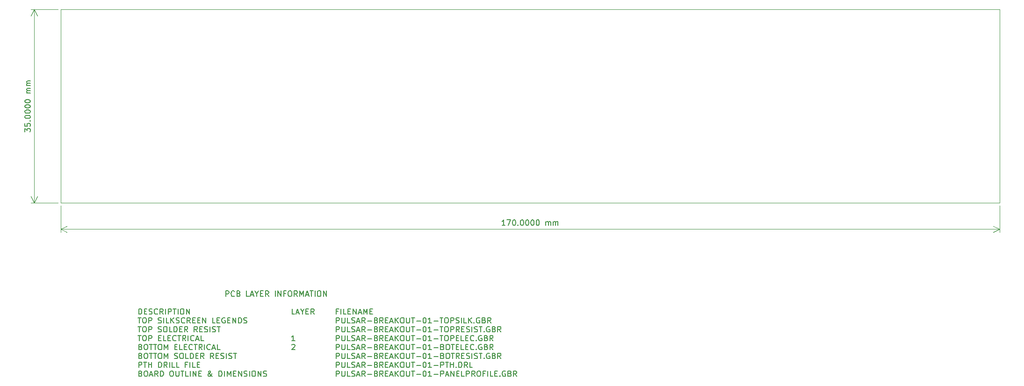
<source format=gbr>
%TF.GenerationSoftware,KiCad,Pcbnew,8.0.4*%
%TF.CreationDate,2024-08-09T21:07:46+01:00*%
%TF.ProjectId,PULSAR-BREAKOUT-01,50554c53-4152-42d4-9252-45414b4f5554,rev?*%
%TF.SameCoordinates,Original*%
%TF.FileFunction,OtherDrawing,Comment*%
%FSLAX46Y46*%
G04 Gerber Fmt 4.6, Leading zero omitted, Abs format (unit mm)*
G04 Created by KiCad (PCBNEW 8.0.4) date 2024-08-09 21:07:46*
%MOMM*%
%LPD*%
G01*
G04 APERTURE LIST*
%ADD10C,0.100000*%
%ADD11C,0.150000*%
G04 APERTURE END LIST*
D10*
X82600000Y-28000000D02*
X252600000Y-28000000D01*
X252600000Y-63000000D01*
X82600000Y-63000000D01*
X82600000Y-28000000D01*
D11*
X112498683Y-79980323D02*
X112498683Y-78980323D01*
X112498683Y-78980323D02*
X112879635Y-78980323D01*
X112879635Y-78980323D02*
X112974873Y-79027942D01*
X112974873Y-79027942D02*
X113022492Y-79075561D01*
X113022492Y-79075561D02*
X113070111Y-79170799D01*
X113070111Y-79170799D02*
X113070111Y-79313656D01*
X113070111Y-79313656D02*
X113022492Y-79408894D01*
X113022492Y-79408894D02*
X112974873Y-79456513D01*
X112974873Y-79456513D02*
X112879635Y-79504132D01*
X112879635Y-79504132D02*
X112498683Y-79504132D01*
X114070111Y-79885084D02*
X114022492Y-79932704D01*
X114022492Y-79932704D02*
X113879635Y-79980323D01*
X113879635Y-79980323D02*
X113784397Y-79980323D01*
X113784397Y-79980323D02*
X113641540Y-79932704D01*
X113641540Y-79932704D02*
X113546302Y-79837465D01*
X113546302Y-79837465D02*
X113498683Y-79742227D01*
X113498683Y-79742227D02*
X113451064Y-79551751D01*
X113451064Y-79551751D02*
X113451064Y-79408894D01*
X113451064Y-79408894D02*
X113498683Y-79218418D01*
X113498683Y-79218418D02*
X113546302Y-79123180D01*
X113546302Y-79123180D02*
X113641540Y-79027942D01*
X113641540Y-79027942D02*
X113784397Y-78980323D01*
X113784397Y-78980323D02*
X113879635Y-78980323D01*
X113879635Y-78980323D02*
X114022492Y-79027942D01*
X114022492Y-79027942D02*
X114070111Y-79075561D01*
X114832016Y-79456513D02*
X114974873Y-79504132D01*
X114974873Y-79504132D02*
X115022492Y-79551751D01*
X115022492Y-79551751D02*
X115070111Y-79646989D01*
X115070111Y-79646989D02*
X115070111Y-79789846D01*
X115070111Y-79789846D02*
X115022492Y-79885084D01*
X115022492Y-79885084D02*
X114974873Y-79932704D01*
X114974873Y-79932704D02*
X114879635Y-79980323D01*
X114879635Y-79980323D02*
X114498683Y-79980323D01*
X114498683Y-79980323D02*
X114498683Y-78980323D01*
X114498683Y-78980323D02*
X114832016Y-78980323D01*
X114832016Y-78980323D02*
X114927254Y-79027942D01*
X114927254Y-79027942D02*
X114974873Y-79075561D01*
X114974873Y-79075561D02*
X115022492Y-79170799D01*
X115022492Y-79170799D02*
X115022492Y-79266037D01*
X115022492Y-79266037D02*
X114974873Y-79361275D01*
X114974873Y-79361275D02*
X114927254Y-79408894D01*
X114927254Y-79408894D02*
X114832016Y-79456513D01*
X114832016Y-79456513D02*
X114498683Y-79456513D01*
X116736778Y-79980323D02*
X116260588Y-79980323D01*
X116260588Y-79980323D02*
X116260588Y-78980323D01*
X117022493Y-79694608D02*
X117498683Y-79694608D01*
X116927255Y-79980323D02*
X117260588Y-78980323D01*
X117260588Y-78980323D02*
X117593921Y-79980323D01*
X118117731Y-79504132D02*
X118117731Y-79980323D01*
X117784398Y-78980323D02*
X118117731Y-79504132D01*
X118117731Y-79504132D02*
X118451064Y-78980323D01*
X118784398Y-79456513D02*
X119117731Y-79456513D01*
X119260588Y-79980323D02*
X118784398Y-79980323D01*
X118784398Y-79980323D02*
X118784398Y-78980323D01*
X118784398Y-78980323D02*
X119260588Y-78980323D01*
X120260588Y-79980323D02*
X119927255Y-79504132D01*
X119689160Y-79980323D02*
X119689160Y-78980323D01*
X119689160Y-78980323D02*
X120070112Y-78980323D01*
X120070112Y-78980323D02*
X120165350Y-79027942D01*
X120165350Y-79027942D02*
X120212969Y-79075561D01*
X120212969Y-79075561D02*
X120260588Y-79170799D01*
X120260588Y-79170799D02*
X120260588Y-79313656D01*
X120260588Y-79313656D02*
X120212969Y-79408894D01*
X120212969Y-79408894D02*
X120165350Y-79456513D01*
X120165350Y-79456513D02*
X120070112Y-79504132D01*
X120070112Y-79504132D02*
X119689160Y-79504132D01*
X121451065Y-79980323D02*
X121451065Y-78980323D01*
X121927255Y-79980323D02*
X121927255Y-78980323D01*
X121927255Y-78980323D02*
X122498683Y-79980323D01*
X122498683Y-79980323D02*
X122498683Y-78980323D01*
X123308207Y-79456513D02*
X122974874Y-79456513D01*
X122974874Y-79980323D02*
X122974874Y-78980323D01*
X122974874Y-78980323D02*
X123451064Y-78980323D01*
X124022493Y-78980323D02*
X124212969Y-78980323D01*
X124212969Y-78980323D02*
X124308207Y-79027942D01*
X124308207Y-79027942D02*
X124403445Y-79123180D01*
X124403445Y-79123180D02*
X124451064Y-79313656D01*
X124451064Y-79313656D02*
X124451064Y-79646989D01*
X124451064Y-79646989D02*
X124403445Y-79837465D01*
X124403445Y-79837465D02*
X124308207Y-79932704D01*
X124308207Y-79932704D02*
X124212969Y-79980323D01*
X124212969Y-79980323D02*
X124022493Y-79980323D01*
X124022493Y-79980323D02*
X123927255Y-79932704D01*
X123927255Y-79932704D02*
X123832017Y-79837465D01*
X123832017Y-79837465D02*
X123784398Y-79646989D01*
X123784398Y-79646989D02*
X123784398Y-79313656D01*
X123784398Y-79313656D02*
X123832017Y-79123180D01*
X123832017Y-79123180D02*
X123927255Y-79027942D01*
X123927255Y-79027942D02*
X124022493Y-78980323D01*
X125451064Y-79980323D02*
X125117731Y-79504132D01*
X124879636Y-79980323D02*
X124879636Y-78980323D01*
X124879636Y-78980323D02*
X125260588Y-78980323D01*
X125260588Y-78980323D02*
X125355826Y-79027942D01*
X125355826Y-79027942D02*
X125403445Y-79075561D01*
X125403445Y-79075561D02*
X125451064Y-79170799D01*
X125451064Y-79170799D02*
X125451064Y-79313656D01*
X125451064Y-79313656D02*
X125403445Y-79408894D01*
X125403445Y-79408894D02*
X125355826Y-79456513D01*
X125355826Y-79456513D02*
X125260588Y-79504132D01*
X125260588Y-79504132D02*
X124879636Y-79504132D01*
X125879636Y-79980323D02*
X125879636Y-78980323D01*
X125879636Y-78980323D02*
X126212969Y-79694608D01*
X126212969Y-79694608D02*
X126546302Y-78980323D01*
X126546302Y-78980323D02*
X126546302Y-79980323D01*
X126974874Y-79694608D02*
X127451064Y-79694608D01*
X126879636Y-79980323D02*
X127212969Y-78980323D01*
X127212969Y-78980323D02*
X127546302Y-79980323D01*
X127736779Y-78980323D02*
X128308207Y-78980323D01*
X128022493Y-79980323D02*
X128022493Y-78980323D01*
X128641541Y-79980323D02*
X128641541Y-78980323D01*
X129308207Y-78980323D02*
X129498683Y-78980323D01*
X129498683Y-78980323D02*
X129593921Y-79027942D01*
X129593921Y-79027942D02*
X129689159Y-79123180D01*
X129689159Y-79123180D02*
X129736778Y-79313656D01*
X129736778Y-79313656D02*
X129736778Y-79646989D01*
X129736778Y-79646989D02*
X129689159Y-79837465D01*
X129689159Y-79837465D02*
X129593921Y-79932704D01*
X129593921Y-79932704D02*
X129498683Y-79980323D01*
X129498683Y-79980323D02*
X129308207Y-79980323D01*
X129308207Y-79980323D02*
X129212969Y-79932704D01*
X129212969Y-79932704D02*
X129117731Y-79837465D01*
X129117731Y-79837465D02*
X129070112Y-79646989D01*
X129070112Y-79646989D02*
X129070112Y-79313656D01*
X129070112Y-79313656D02*
X129117731Y-79123180D01*
X129117731Y-79123180D02*
X129212969Y-79027942D01*
X129212969Y-79027942D02*
X129308207Y-78980323D01*
X130165350Y-79980323D02*
X130165350Y-78980323D01*
X130165350Y-78980323D02*
X130736778Y-79980323D01*
X130736778Y-79980323D02*
X130736778Y-78980323D01*
X96736779Y-83200211D02*
X96736779Y-82200211D01*
X96736779Y-82200211D02*
X96974874Y-82200211D01*
X96974874Y-82200211D02*
X97117731Y-82247830D01*
X97117731Y-82247830D02*
X97212969Y-82343068D01*
X97212969Y-82343068D02*
X97260588Y-82438306D01*
X97260588Y-82438306D02*
X97308207Y-82628782D01*
X97308207Y-82628782D02*
X97308207Y-82771639D01*
X97308207Y-82771639D02*
X97260588Y-82962115D01*
X97260588Y-82962115D02*
X97212969Y-83057353D01*
X97212969Y-83057353D02*
X97117731Y-83152592D01*
X97117731Y-83152592D02*
X96974874Y-83200211D01*
X96974874Y-83200211D02*
X96736779Y-83200211D01*
X97736779Y-82676401D02*
X98070112Y-82676401D01*
X98212969Y-83200211D02*
X97736779Y-83200211D01*
X97736779Y-83200211D02*
X97736779Y-82200211D01*
X97736779Y-82200211D02*
X98212969Y-82200211D01*
X98593922Y-83152592D02*
X98736779Y-83200211D01*
X98736779Y-83200211D02*
X98974874Y-83200211D01*
X98974874Y-83200211D02*
X99070112Y-83152592D01*
X99070112Y-83152592D02*
X99117731Y-83104972D01*
X99117731Y-83104972D02*
X99165350Y-83009734D01*
X99165350Y-83009734D02*
X99165350Y-82914496D01*
X99165350Y-82914496D02*
X99117731Y-82819258D01*
X99117731Y-82819258D02*
X99070112Y-82771639D01*
X99070112Y-82771639D02*
X98974874Y-82724020D01*
X98974874Y-82724020D02*
X98784398Y-82676401D01*
X98784398Y-82676401D02*
X98689160Y-82628782D01*
X98689160Y-82628782D02*
X98641541Y-82581163D01*
X98641541Y-82581163D02*
X98593922Y-82485925D01*
X98593922Y-82485925D02*
X98593922Y-82390687D01*
X98593922Y-82390687D02*
X98641541Y-82295449D01*
X98641541Y-82295449D02*
X98689160Y-82247830D01*
X98689160Y-82247830D02*
X98784398Y-82200211D01*
X98784398Y-82200211D02*
X99022493Y-82200211D01*
X99022493Y-82200211D02*
X99165350Y-82247830D01*
X100165350Y-83104972D02*
X100117731Y-83152592D01*
X100117731Y-83152592D02*
X99974874Y-83200211D01*
X99974874Y-83200211D02*
X99879636Y-83200211D01*
X99879636Y-83200211D02*
X99736779Y-83152592D01*
X99736779Y-83152592D02*
X99641541Y-83057353D01*
X99641541Y-83057353D02*
X99593922Y-82962115D01*
X99593922Y-82962115D02*
X99546303Y-82771639D01*
X99546303Y-82771639D02*
X99546303Y-82628782D01*
X99546303Y-82628782D02*
X99593922Y-82438306D01*
X99593922Y-82438306D02*
X99641541Y-82343068D01*
X99641541Y-82343068D02*
X99736779Y-82247830D01*
X99736779Y-82247830D02*
X99879636Y-82200211D01*
X99879636Y-82200211D02*
X99974874Y-82200211D01*
X99974874Y-82200211D02*
X100117731Y-82247830D01*
X100117731Y-82247830D02*
X100165350Y-82295449D01*
X101165350Y-83200211D02*
X100832017Y-82724020D01*
X100593922Y-83200211D02*
X100593922Y-82200211D01*
X100593922Y-82200211D02*
X100974874Y-82200211D01*
X100974874Y-82200211D02*
X101070112Y-82247830D01*
X101070112Y-82247830D02*
X101117731Y-82295449D01*
X101117731Y-82295449D02*
X101165350Y-82390687D01*
X101165350Y-82390687D02*
X101165350Y-82533544D01*
X101165350Y-82533544D02*
X101117731Y-82628782D01*
X101117731Y-82628782D02*
X101070112Y-82676401D01*
X101070112Y-82676401D02*
X100974874Y-82724020D01*
X100974874Y-82724020D02*
X100593922Y-82724020D01*
X101593922Y-83200211D02*
X101593922Y-82200211D01*
X102070112Y-83200211D02*
X102070112Y-82200211D01*
X102070112Y-82200211D02*
X102451064Y-82200211D01*
X102451064Y-82200211D02*
X102546302Y-82247830D01*
X102546302Y-82247830D02*
X102593921Y-82295449D01*
X102593921Y-82295449D02*
X102641540Y-82390687D01*
X102641540Y-82390687D02*
X102641540Y-82533544D01*
X102641540Y-82533544D02*
X102593921Y-82628782D01*
X102593921Y-82628782D02*
X102546302Y-82676401D01*
X102546302Y-82676401D02*
X102451064Y-82724020D01*
X102451064Y-82724020D02*
X102070112Y-82724020D01*
X102927255Y-82200211D02*
X103498683Y-82200211D01*
X103212969Y-83200211D02*
X103212969Y-82200211D01*
X103832017Y-83200211D02*
X103832017Y-82200211D01*
X104498683Y-82200211D02*
X104689159Y-82200211D01*
X104689159Y-82200211D02*
X104784397Y-82247830D01*
X104784397Y-82247830D02*
X104879635Y-82343068D01*
X104879635Y-82343068D02*
X104927254Y-82533544D01*
X104927254Y-82533544D02*
X104927254Y-82866877D01*
X104927254Y-82866877D02*
X104879635Y-83057353D01*
X104879635Y-83057353D02*
X104784397Y-83152592D01*
X104784397Y-83152592D02*
X104689159Y-83200211D01*
X104689159Y-83200211D02*
X104498683Y-83200211D01*
X104498683Y-83200211D02*
X104403445Y-83152592D01*
X104403445Y-83152592D02*
X104308207Y-83057353D01*
X104308207Y-83057353D02*
X104260588Y-82866877D01*
X104260588Y-82866877D02*
X104260588Y-82533544D01*
X104260588Y-82533544D02*
X104308207Y-82343068D01*
X104308207Y-82343068D02*
X104403445Y-82247830D01*
X104403445Y-82247830D02*
X104498683Y-82200211D01*
X105355826Y-83200211D02*
X105355826Y-82200211D01*
X105355826Y-82200211D02*
X105927254Y-83200211D01*
X105927254Y-83200211D02*
X105927254Y-82200211D01*
X124974873Y-83200211D02*
X124498683Y-83200211D01*
X124498683Y-83200211D02*
X124498683Y-82200211D01*
X125260588Y-82914496D02*
X125736778Y-82914496D01*
X125165350Y-83200211D02*
X125498683Y-82200211D01*
X125498683Y-82200211D02*
X125832016Y-83200211D01*
X126355826Y-82724020D02*
X126355826Y-83200211D01*
X126022493Y-82200211D02*
X126355826Y-82724020D01*
X126355826Y-82724020D02*
X126689159Y-82200211D01*
X127022493Y-82676401D02*
X127355826Y-82676401D01*
X127498683Y-83200211D02*
X127022493Y-83200211D01*
X127022493Y-83200211D02*
X127022493Y-82200211D01*
X127022493Y-82200211D02*
X127498683Y-82200211D01*
X128498683Y-83200211D02*
X128165350Y-82724020D01*
X127927255Y-83200211D02*
X127927255Y-82200211D01*
X127927255Y-82200211D02*
X128308207Y-82200211D01*
X128308207Y-82200211D02*
X128403445Y-82247830D01*
X128403445Y-82247830D02*
X128451064Y-82295449D01*
X128451064Y-82295449D02*
X128498683Y-82390687D01*
X128498683Y-82390687D02*
X128498683Y-82533544D01*
X128498683Y-82533544D02*
X128451064Y-82628782D01*
X128451064Y-82628782D02*
X128403445Y-82676401D01*
X128403445Y-82676401D02*
X128308207Y-82724020D01*
X128308207Y-82724020D02*
X127927255Y-82724020D01*
X132832016Y-82676401D02*
X132498683Y-82676401D01*
X132498683Y-83200211D02*
X132498683Y-82200211D01*
X132498683Y-82200211D02*
X132974873Y-82200211D01*
X133355826Y-83200211D02*
X133355826Y-82200211D01*
X134308206Y-83200211D02*
X133832016Y-83200211D01*
X133832016Y-83200211D02*
X133832016Y-82200211D01*
X134641540Y-82676401D02*
X134974873Y-82676401D01*
X135117730Y-83200211D02*
X134641540Y-83200211D01*
X134641540Y-83200211D02*
X134641540Y-82200211D01*
X134641540Y-82200211D02*
X135117730Y-82200211D01*
X135546302Y-83200211D02*
X135546302Y-82200211D01*
X135546302Y-82200211D02*
X136117730Y-83200211D01*
X136117730Y-83200211D02*
X136117730Y-82200211D01*
X136546302Y-82914496D02*
X137022492Y-82914496D01*
X136451064Y-83200211D02*
X136784397Y-82200211D01*
X136784397Y-82200211D02*
X137117730Y-83200211D01*
X137451064Y-83200211D02*
X137451064Y-82200211D01*
X137451064Y-82200211D02*
X137784397Y-82914496D01*
X137784397Y-82914496D02*
X138117730Y-82200211D01*
X138117730Y-82200211D02*
X138117730Y-83200211D01*
X138593921Y-82676401D02*
X138927254Y-82676401D01*
X139070111Y-83200211D02*
X138593921Y-83200211D01*
X138593921Y-83200211D02*
X138593921Y-82200211D01*
X138593921Y-82200211D02*
X139070111Y-82200211D01*
X96593922Y-83810155D02*
X97165350Y-83810155D01*
X96879636Y-84810155D02*
X96879636Y-83810155D01*
X97689160Y-83810155D02*
X97879636Y-83810155D01*
X97879636Y-83810155D02*
X97974874Y-83857774D01*
X97974874Y-83857774D02*
X98070112Y-83953012D01*
X98070112Y-83953012D02*
X98117731Y-84143488D01*
X98117731Y-84143488D02*
X98117731Y-84476821D01*
X98117731Y-84476821D02*
X98070112Y-84667297D01*
X98070112Y-84667297D02*
X97974874Y-84762536D01*
X97974874Y-84762536D02*
X97879636Y-84810155D01*
X97879636Y-84810155D02*
X97689160Y-84810155D01*
X97689160Y-84810155D02*
X97593922Y-84762536D01*
X97593922Y-84762536D02*
X97498684Y-84667297D01*
X97498684Y-84667297D02*
X97451065Y-84476821D01*
X97451065Y-84476821D02*
X97451065Y-84143488D01*
X97451065Y-84143488D02*
X97498684Y-83953012D01*
X97498684Y-83953012D02*
X97593922Y-83857774D01*
X97593922Y-83857774D02*
X97689160Y-83810155D01*
X98546303Y-84810155D02*
X98546303Y-83810155D01*
X98546303Y-83810155D02*
X98927255Y-83810155D01*
X98927255Y-83810155D02*
X99022493Y-83857774D01*
X99022493Y-83857774D02*
X99070112Y-83905393D01*
X99070112Y-83905393D02*
X99117731Y-84000631D01*
X99117731Y-84000631D02*
X99117731Y-84143488D01*
X99117731Y-84143488D02*
X99070112Y-84238726D01*
X99070112Y-84238726D02*
X99022493Y-84286345D01*
X99022493Y-84286345D02*
X98927255Y-84333964D01*
X98927255Y-84333964D02*
X98546303Y-84333964D01*
X100260589Y-84762536D02*
X100403446Y-84810155D01*
X100403446Y-84810155D02*
X100641541Y-84810155D01*
X100641541Y-84810155D02*
X100736779Y-84762536D01*
X100736779Y-84762536D02*
X100784398Y-84714916D01*
X100784398Y-84714916D02*
X100832017Y-84619678D01*
X100832017Y-84619678D02*
X100832017Y-84524440D01*
X100832017Y-84524440D02*
X100784398Y-84429202D01*
X100784398Y-84429202D02*
X100736779Y-84381583D01*
X100736779Y-84381583D02*
X100641541Y-84333964D01*
X100641541Y-84333964D02*
X100451065Y-84286345D01*
X100451065Y-84286345D02*
X100355827Y-84238726D01*
X100355827Y-84238726D02*
X100308208Y-84191107D01*
X100308208Y-84191107D02*
X100260589Y-84095869D01*
X100260589Y-84095869D02*
X100260589Y-84000631D01*
X100260589Y-84000631D02*
X100308208Y-83905393D01*
X100308208Y-83905393D02*
X100355827Y-83857774D01*
X100355827Y-83857774D02*
X100451065Y-83810155D01*
X100451065Y-83810155D02*
X100689160Y-83810155D01*
X100689160Y-83810155D02*
X100832017Y-83857774D01*
X101260589Y-84810155D02*
X101260589Y-83810155D01*
X102212969Y-84810155D02*
X101736779Y-84810155D01*
X101736779Y-84810155D02*
X101736779Y-83810155D01*
X102546303Y-84810155D02*
X102546303Y-83810155D01*
X103117731Y-84810155D02*
X102689160Y-84238726D01*
X103117731Y-83810155D02*
X102546303Y-84381583D01*
X103498684Y-84762536D02*
X103641541Y-84810155D01*
X103641541Y-84810155D02*
X103879636Y-84810155D01*
X103879636Y-84810155D02*
X103974874Y-84762536D01*
X103974874Y-84762536D02*
X104022493Y-84714916D01*
X104022493Y-84714916D02*
X104070112Y-84619678D01*
X104070112Y-84619678D02*
X104070112Y-84524440D01*
X104070112Y-84524440D02*
X104022493Y-84429202D01*
X104022493Y-84429202D02*
X103974874Y-84381583D01*
X103974874Y-84381583D02*
X103879636Y-84333964D01*
X103879636Y-84333964D02*
X103689160Y-84286345D01*
X103689160Y-84286345D02*
X103593922Y-84238726D01*
X103593922Y-84238726D02*
X103546303Y-84191107D01*
X103546303Y-84191107D02*
X103498684Y-84095869D01*
X103498684Y-84095869D02*
X103498684Y-84000631D01*
X103498684Y-84000631D02*
X103546303Y-83905393D01*
X103546303Y-83905393D02*
X103593922Y-83857774D01*
X103593922Y-83857774D02*
X103689160Y-83810155D01*
X103689160Y-83810155D02*
X103927255Y-83810155D01*
X103927255Y-83810155D02*
X104070112Y-83857774D01*
X105070112Y-84714916D02*
X105022493Y-84762536D01*
X105022493Y-84762536D02*
X104879636Y-84810155D01*
X104879636Y-84810155D02*
X104784398Y-84810155D01*
X104784398Y-84810155D02*
X104641541Y-84762536D01*
X104641541Y-84762536D02*
X104546303Y-84667297D01*
X104546303Y-84667297D02*
X104498684Y-84572059D01*
X104498684Y-84572059D02*
X104451065Y-84381583D01*
X104451065Y-84381583D02*
X104451065Y-84238726D01*
X104451065Y-84238726D02*
X104498684Y-84048250D01*
X104498684Y-84048250D02*
X104546303Y-83953012D01*
X104546303Y-83953012D02*
X104641541Y-83857774D01*
X104641541Y-83857774D02*
X104784398Y-83810155D01*
X104784398Y-83810155D02*
X104879636Y-83810155D01*
X104879636Y-83810155D02*
X105022493Y-83857774D01*
X105022493Y-83857774D02*
X105070112Y-83905393D01*
X106070112Y-84810155D02*
X105736779Y-84333964D01*
X105498684Y-84810155D02*
X105498684Y-83810155D01*
X105498684Y-83810155D02*
X105879636Y-83810155D01*
X105879636Y-83810155D02*
X105974874Y-83857774D01*
X105974874Y-83857774D02*
X106022493Y-83905393D01*
X106022493Y-83905393D02*
X106070112Y-84000631D01*
X106070112Y-84000631D02*
X106070112Y-84143488D01*
X106070112Y-84143488D02*
X106022493Y-84238726D01*
X106022493Y-84238726D02*
X105974874Y-84286345D01*
X105974874Y-84286345D02*
X105879636Y-84333964D01*
X105879636Y-84333964D02*
X105498684Y-84333964D01*
X106498684Y-84286345D02*
X106832017Y-84286345D01*
X106974874Y-84810155D02*
X106498684Y-84810155D01*
X106498684Y-84810155D02*
X106498684Y-83810155D01*
X106498684Y-83810155D02*
X106974874Y-83810155D01*
X107403446Y-84286345D02*
X107736779Y-84286345D01*
X107879636Y-84810155D02*
X107403446Y-84810155D01*
X107403446Y-84810155D02*
X107403446Y-83810155D01*
X107403446Y-83810155D02*
X107879636Y-83810155D01*
X108308208Y-84810155D02*
X108308208Y-83810155D01*
X108308208Y-83810155D02*
X108879636Y-84810155D01*
X108879636Y-84810155D02*
X108879636Y-83810155D01*
X110593922Y-84810155D02*
X110117732Y-84810155D01*
X110117732Y-84810155D02*
X110117732Y-83810155D01*
X110927256Y-84286345D02*
X111260589Y-84286345D01*
X111403446Y-84810155D02*
X110927256Y-84810155D01*
X110927256Y-84810155D02*
X110927256Y-83810155D01*
X110927256Y-83810155D02*
X111403446Y-83810155D01*
X112355827Y-83857774D02*
X112260589Y-83810155D01*
X112260589Y-83810155D02*
X112117732Y-83810155D01*
X112117732Y-83810155D02*
X111974875Y-83857774D01*
X111974875Y-83857774D02*
X111879637Y-83953012D01*
X111879637Y-83953012D02*
X111832018Y-84048250D01*
X111832018Y-84048250D02*
X111784399Y-84238726D01*
X111784399Y-84238726D02*
X111784399Y-84381583D01*
X111784399Y-84381583D02*
X111832018Y-84572059D01*
X111832018Y-84572059D02*
X111879637Y-84667297D01*
X111879637Y-84667297D02*
X111974875Y-84762536D01*
X111974875Y-84762536D02*
X112117732Y-84810155D01*
X112117732Y-84810155D02*
X112212970Y-84810155D01*
X112212970Y-84810155D02*
X112355827Y-84762536D01*
X112355827Y-84762536D02*
X112403446Y-84714916D01*
X112403446Y-84714916D02*
X112403446Y-84381583D01*
X112403446Y-84381583D02*
X112212970Y-84381583D01*
X112832018Y-84286345D02*
X113165351Y-84286345D01*
X113308208Y-84810155D02*
X112832018Y-84810155D01*
X112832018Y-84810155D02*
X112832018Y-83810155D01*
X112832018Y-83810155D02*
X113308208Y-83810155D01*
X113736780Y-84810155D02*
X113736780Y-83810155D01*
X113736780Y-83810155D02*
X114308208Y-84810155D01*
X114308208Y-84810155D02*
X114308208Y-83810155D01*
X114784399Y-84810155D02*
X114784399Y-83810155D01*
X114784399Y-83810155D02*
X115022494Y-83810155D01*
X115022494Y-83810155D02*
X115165351Y-83857774D01*
X115165351Y-83857774D02*
X115260589Y-83953012D01*
X115260589Y-83953012D02*
X115308208Y-84048250D01*
X115308208Y-84048250D02*
X115355827Y-84238726D01*
X115355827Y-84238726D02*
X115355827Y-84381583D01*
X115355827Y-84381583D02*
X115308208Y-84572059D01*
X115308208Y-84572059D02*
X115260589Y-84667297D01*
X115260589Y-84667297D02*
X115165351Y-84762536D01*
X115165351Y-84762536D02*
X115022494Y-84810155D01*
X115022494Y-84810155D02*
X114784399Y-84810155D01*
X115736780Y-84762536D02*
X115879637Y-84810155D01*
X115879637Y-84810155D02*
X116117732Y-84810155D01*
X116117732Y-84810155D02*
X116212970Y-84762536D01*
X116212970Y-84762536D02*
X116260589Y-84714916D01*
X116260589Y-84714916D02*
X116308208Y-84619678D01*
X116308208Y-84619678D02*
X116308208Y-84524440D01*
X116308208Y-84524440D02*
X116260589Y-84429202D01*
X116260589Y-84429202D02*
X116212970Y-84381583D01*
X116212970Y-84381583D02*
X116117732Y-84333964D01*
X116117732Y-84333964D02*
X115927256Y-84286345D01*
X115927256Y-84286345D02*
X115832018Y-84238726D01*
X115832018Y-84238726D02*
X115784399Y-84191107D01*
X115784399Y-84191107D02*
X115736780Y-84095869D01*
X115736780Y-84095869D02*
X115736780Y-84000631D01*
X115736780Y-84000631D02*
X115784399Y-83905393D01*
X115784399Y-83905393D02*
X115832018Y-83857774D01*
X115832018Y-83857774D02*
X115927256Y-83810155D01*
X115927256Y-83810155D02*
X116165351Y-83810155D01*
X116165351Y-83810155D02*
X116308208Y-83857774D01*
X132498683Y-84810155D02*
X132498683Y-83810155D01*
X132498683Y-83810155D02*
X132879635Y-83810155D01*
X132879635Y-83810155D02*
X132974873Y-83857774D01*
X132974873Y-83857774D02*
X133022492Y-83905393D01*
X133022492Y-83905393D02*
X133070111Y-84000631D01*
X133070111Y-84000631D02*
X133070111Y-84143488D01*
X133070111Y-84143488D02*
X133022492Y-84238726D01*
X133022492Y-84238726D02*
X132974873Y-84286345D01*
X132974873Y-84286345D02*
X132879635Y-84333964D01*
X132879635Y-84333964D02*
X132498683Y-84333964D01*
X133498683Y-83810155D02*
X133498683Y-84619678D01*
X133498683Y-84619678D02*
X133546302Y-84714916D01*
X133546302Y-84714916D02*
X133593921Y-84762536D01*
X133593921Y-84762536D02*
X133689159Y-84810155D01*
X133689159Y-84810155D02*
X133879635Y-84810155D01*
X133879635Y-84810155D02*
X133974873Y-84762536D01*
X133974873Y-84762536D02*
X134022492Y-84714916D01*
X134022492Y-84714916D02*
X134070111Y-84619678D01*
X134070111Y-84619678D02*
X134070111Y-83810155D01*
X135022492Y-84810155D02*
X134546302Y-84810155D01*
X134546302Y-84810155D02*
X134546302Y-83810155D01*
X135308207Y-84762536D02*
X135451064Y-84810155D01*
X135451064Y-84810155D02*
X135689159Y-84810155D01*
X135689159Y-84810155D02*
X135784397Y-84762536D01*
X135784397Y-84762536D02*
X135832016Y-84714916D01*
X135832016Y-84714916D02*
X135879635Y-84619678D01*
X135879635Y-84619678D02*
X135879635Y-84524440D01*
X135879635Y-84524440D02*
X135832016Y-84429202D01*
X135832016Y-84429202D02*
X135784397Y-84381583D01*
X135784397Y-84381583D02*
X135689159Y-84333964D01*
X135689159Y-84333964D02*
X135498683Y-84286345D01*
X135498683Y-84286345D02*
X135403445Y-84238726D01*
X135403445Y-84238726D02*
X135355826Y-84191107D01*
X135355826Y-84191107D02*
X135308207Y-84095869D01*
X135308207Y-84095869D02*
X135308207Y-84000631D01*
X135308207Y-84000631D02*
X135355826Y-83905393D01*
X135355826Y-83905393D02*
X135403445Y-83857774D01*
X135403445Y-83857774D02*
X135498683Y-83810155D01*
X135498683Y-83810155D02*
X135736778Y-83810155D01*
X135736778Y-83810155D02*
X135879635Y-83857774D01*
X136260588Y-84524440D02*
X136736778Y-84524440D01*
X136165350Y-84810155D02*
X136498683Y-83810155D01*
X136498683Y-83810155D02*
X136832016Y-84810155D01*
X137736778Y-84810155D02*
X137403445Y-84333964D01*
X137165350Y-84810155D02*
X137165350Y-83810155D01*
X137165350Y-83810155D02*
X137546302Y-83810155D01*
X137546302Y-83810155D02*
X137641540Y-83857774D01*
X137641540Y-83857774D02*
X137689159Y-83905393D01*
X137689159Y-83905393D02*
X137736778Y-84000631D01*
X137736778Y-84000631D02*
X137736778Y-84143488D01*
X137736778Y-84143488D02*
X137689159Y-84238726D01*
X137689159Y-84238726D02*
X137641540Y-84286345D01*
X137641540Y-84286345D02*
X137546302Y-84333964D01*
X137546302Y-84333964D02*
X137165350Y-84333964D01*
X138165350Y-84429202D02*
X138927255Y-84429202D01*
X139736778Y-84286345D02*
X139879635Y-84333964D01*
X139879635Y-84333964D02*
X139927254Y-84381583D01*
X139927254Y-84381583D02*
X139974873Y-84476821D01*
X139974873Y-84476821D02*
X139974873Y-84619678D01*
X139974873Y-84619678D02*
X139927254Y-84714916D01*
X139927254Y-84714916D02*
X139879635Y-84762536D01*
X139879635Y-84762536D02*
X139784397Y-84810155D01*
X139784397Y-84810155D02*
X139403445Y-84810155D01*
X139403445Y-84810155D02*
X139403445Y-83810155D01*
X139403445Y-83810155D02*
X139736778Y-83810155D01*
X139736778Y-83810155D02*
X139832016Y-83857774D01*
X139832016Y-83857774D02*
X139879635Y-83905393D01*
X139879635Y-83905393D02*
X139927254Y-84000631D01*
X139927254Y-84000631D02*
X139927254Y-84095869D01*
X139927254Y-84095869D02*
X139879635Y-84191107D01*
X139879635Y-84191107D02*
X139832016Y-84238726D01*
X139832016Y-84238726D02*
X139736778Y-84286345D01*
X139736778Y-84286345D02*
X139403445Y-84286345D01*
X140974873Y-84810155D02*
X140641540Y-84333964D01*
X140403445Y-84810155D02*
X140403445Y-83810155D01*
X140403445Y-83810155D02*
X140784397Y-83810155D01*
X140784397Y-83810155D02*
X140879635Y-83857774D01*
X140879635Y-83857774D02*
X140927254Y-83905393D01*
X140927254Y-83905393D02*
X140974873Y-84000631D01*
X140974873Y-84000631D02*
X140974873Y-84143488D01*
X140974873Y-84143488D02*
X140927254Y-84238726D01*
X140927254Y-84238726D02*
X140879635Y-84286345D01*
X140879635Y-84286345D02*
X140784397Y-84333964D01*
X140784397Y-84333964D02*
X140403445Y-84333964D01*
X141403445Y-84286345D02*
X141736778Y-84286345D01*
X141879635Y-84810155D02*
X141403445Y-84810155D01*
X141403445Y-84810155D02*
X141403445Y-83810155D01*
X141403445Y-83810155D02*
X141879635Y-83810155D01*
X142260588Y-84524440D02*
X142736778Y-84524440D01*
X142165350Y-84810155D02*
X142498683Y-83810155D01*
X142498683Y-83810155D02*
X142832016Y-84810155D01*
X143165350Y-84810155D02*
X143165350Y-83810155D01*
X143736778Y-84810155D02*
X143308207Y-84238726D01*
X143736778Y-83810155D02*
X143165350Y-84381583D01*
X144355826Y-83810155D02*
X144546302Y-83810155D01*
X144546302Y-83810155D02*
X144641540Y-83857774D01*
X144641540Y-83857774D02*
X144736778Y-83953012D01*
X144736778Y-83953012D02*
X144784397Y-84143488D01*
X144784397Y-84143488D02*
X144784397Y-84476821D01*
X144784397Y-84476821D02*
X144736778Y-84667297D01*
X144736778Y-84667297D02*
X144641540Y-84762536D01*
X144641540Y-84762536D02*
X144546302Y-84810155D01*
X144546302Y-84810155D02*
X144355826Y-84810155D01*
X144355826Y-84810155D02*
X144260588Y-84762536D01*
X144260588Y-84762536D02*
X144165350Y-84667297D01*
X144165350Y-84667297D02*
X144117731Y-84476821D01*
X144117731Y-84476821D02*
X144117731Y-84143488D01*
X144117731Y-84143488D02*
X144165350Y-83953012D01*
X144165350Y-83953012D02*
X144260588Y-83857774D01*
X144260588Y-83857774D02*
X144355826Y-83810155D01*
X145212969Y-83810155D02*
X145212969Y-84619678D01*
X145212969Y-84619678D02*
X145260588Y-84714916D01*
X145260588Y-84714916D02*
X145308207Y-84762536D01*
X145308207Y-84762536D02*
X145403445Y-84810155D01*
X145403445Y-84810155D02*
X145593921Y-84810155D01*
X145593921Y-84810155D02*
X145689159Y-84762536D01*
X145689159Y-84762536D02*
X145736778Y-84714916D01*
X145736778Y-84714916D02*
X145784397Y-84619678D01*
X145784397Y-84619678D02*
X145784397Y-83810155D01*
X146117731Y-83810155D02*
X146689159Y-83810155D01*
X146403445Y-84810155D02*
X146403445Y-83810155D01*
X147022493Y-84429202D02*
X147784398Y-84429202D01*
X148451064Y-83810155D02*
X148546302Y-83810155D01*
X148546302Y-83810155D02*
X148641540Y-83857774D01*
X148641540Y-83857774D02*
X148689159Y-83905393D01*
X148689159Y-83905393D02*
X148736778Y-84000631D01*
X148736778Y-84000631D02*
X148784397Y-84191107D01*
X148784397Y-84191107D02*
X148784397Y-84429202D01*
X148784397Y-84429202D02*
X148736778Y-84619678D01*
X148736778Y-84619678D02*
X148689159Y-84714916D01*
X148689159Y-84714916D02*
X148641540Y-84762536D01*
X148641540Y-84762536D02*
X148546302Y-84810155D01*
X148546302Y-84810155D02*
X148451064Y-84810155D01*
X148451064Y-84810155D02*
X148355826Y-84762536D01*
X148355826Y-84762536D02*
X148308207Y-84714916D01*
X148308207Y-84714916D02*
X148260588Y-84619678D01*
X148260588Y-84619678D02*
X148212969Y-84429202D01*
X148212969Y-84429202D02*
X148212969Y-84191107D01*
X148212969Y-84191107D02*
X148260588Y-84000631D01*
X148260588Y-84000631D02*
X148308207Y-83905393D01*
X148308207Y-83905393D02*
X148355826Y-83857774D01*
X148355826Y-83857774D02*
X148451064Y-83810155D01*
X149736778Y-84810155D02*
X149165350Y-84810155D01*
X149451064Y-84810155D02*
X149451064Y-83810155D01*
X149451064Y-83810155D02*
X149355826Y-83953012D01*
X149355826Y-83953012D02*
X149260588Y-84048250D01*
X149260588Y-84048250D02*
X149165350Y-84095869D01*
X150165350Y-84429202D02*
X150927255Y-84429202D01*
X151260588Y-83810155D02*
X151832016Y-83810155D01*
X151546302Y-84810155D02*
X151546302Y-83810155D01*
X152355826Y-83810155D02*
X152546302Y-83810155D01*
X152546302Y-83810155D02*
X152641540Y-83857774D01*
X152641540Y-83857774D02*
X152736778Y-83953012D01*
X152736778Y-83953012D02*
X152784397Y-84143488D01*
X152784397Y-84143488D02*
X152784397Y-84476821D01*
X152784397Y-84476821D02*
X152736778Y-84667297D01*
X152736778Y-84667297D02*
X152641540Y-84762536D01*
X152641540Y-84762536D02*
X152546302Y-84810155D01*
X152546302Y-84810155D02*
X152355826Y-84810155D01*
X152355826Y-84810155D02*
X152260588Y-84762536D01*
X152260588Y-84762536D02*
X152165350Y-84667297D01*
X152165350Y-84667297D02*
X152117731Y-84476821D01*
X152117731Y-84476821D02*
X152117731Y-84143488D01*
X152117731Y-84143488D02*
X152165350Y-83953012D01*
X152165350Y-83953012D02*
X152260588Y-83857774D01*
X152260588Y-83857774D02*
X152355826Y-83810155D01*
X153212969Y-84810155D02*
X153212969Y-83810155D01*
X153212969Y-83810155D02*
X153593921Y-83810155D01*
X153593921Y-83810155D02*
X153689159Y-83857774D01*
X153689159Y-83857774D02*
X153736778Y-83905393D01*
X153736778Y-83905393D02*
X153784397Y-84000631D01*
X153784397Y-84000631D02*
X153784397Y-84143488D01*
X153784397Y-84143488D02*
X153736778Y-84238726D01*
X153736778Y-84238726D02*
X153689159Y-84286345D01*
X153689159Y-84286345D02*
X153593921Y-84333964D01*
X153593921Y-84333964D02*
X153212969Y-84333964D01*
X154165350Y-84762536D02*
X154308207Y-84810155D01*
X154308207Y-84810155D02*
X154546302Y-84810155D01*
X154546302Y-84810155D02*
X154641540Y-84762536D01*
X154641540Y-84762536D02*
X154689159Y-84714916D01*
X154689159Y-84714916D02*
X154736778Y-84619678D01*
X154736778Y-84619678D02*
X154736778Y-84524440D01*
X154736778Y-84524440D02*
X154689159Y-84429202D01*
X154689159Y-84429202D02*
X154641540Y-84381583D01*
X154641540Y-84381583D02*
X154546302Y-84333964D01*
X154546302Y-84333964D02*
X154355826Y-84286345D01*
X154355826Y-84286345D02*
X154260588Y-84238726D01*
X154260588Y-84238726D02*
X154212969Y-84191107D01*
X154212969Y-84191107D02*
X154165350Y-84095869D01*
X154165350Y-84095869D02*
X154165350Y-84000631D01*
X154165350Y-84000631D02*
X154212969Y-83905393D01*
X154212969Y-83905393D02*
X154260588Y-83857774D01*
X154260588Y-83857774D02*
X154355826Y-83810155D01*
X154355826Y-83810155D02*
X154593921Y-83810155D01*
X154593921Y-83810155D02*
X154736778Y-83857774D01*
X155165350Y-84810155D02*
X155165350Y-83810155D01*
X156117730Y-84810155D02*
X155641540Y-84810155D01*
X155641540Y-84810155D02*
X155641540Y-83810155D01*
X156451064Y-84810155D02*
X156451064Y-83810155D01*
X157022492Y-84810155D02*
X156593921Y-84238726D01*
X157022492Y-83810155D02*
X156451064Y-84381583D01*
X157451064Y-84714916D02*
X157498683Y-84762536D01*
X157498683Y-84762536D02*
X157451064Y-84810155D01*
X157451064Y-84810155D02*
X157403445Y-84762536D01*
X157403445Y-84762536D02*
X157451064Y-84714916D01*
X157451064Y-84714916D02*
X157451064Y-84810155D01*
X158451063Y-83857774D02*
X158355825Y-83810155D01*
X158355825Y-83810155D02*
X158212968Y-83810155D01*
X158212968Y-83810155D02*
X158070111Y-83857774D01*
X158070111Y-83857774D02*
X157974873Y-83953012D01*
X157974873Y-83953012D02*
X157927254Y-84048250D01*
X157927254Y-84048250D02*
X157879635Y-84238726D01*
X157879635Y-84238726D02*
X157879635Y-84381583D01*
X157879635Y-84381583D02*
X157927254Y-84572059D01*
X157927254Y-84572059D02*
X157974873Y-84667297D01*
X157974873Y-84667297D02*
X158070111Y-84762536D01*
X158070111Y-84762536D02*
X158212968Y-84810155D01*
X158212968Y-84810155D02*
X158308206Y-84810155D01*
X158308206Y-84810155D02*
X158451063Y-84762536D01*
X158451063Y-84762536D02*
X158498682Y-84714916D01*
X158498682Y-84714916D02*
X158498682Y-84381583D01*
X158498682Y-84381583D02*
X158308206Y-84381583D01*
X159260587Y-84286345D02*
X159403444Y-84333964D01*
X159403444Y-84333964D02*
X159451063Y-84381583D01*
X159451063Y-84381583D02*
X159498682Y-84476821D01*
X159498682Y-84476821D02*
X159498682Y-84619678D01*
X159498682Y-84619678D02*
X159451063Y-84714916D01*
X159451063Y-84714916D02*
X159403444Y-84762536D01*
X159403444Y-84762536D02*
X159308206Y-84810155D01*
X159308206Y-84810155D02*
X158927254Y-84810155D01*
X158927254Y-84810155D02*
X158927254Y-83810155D01*
X158927254Y-83810155D02*
X159260587Y-83810155D01*
X159260587Y-83810155D02*
X159355825Y-83857774D01*
X159355825Y-83857774D02*
X159403444Y-83905393D01*
X159403444Y-83905393D02*
X159451063Y-84000631D01*
X159451063Y-84000631D02*
X159451063Y-84095869D01*
X159451063Y-84095869D02*
X159403444Y-84191107D01*
X159403444Y-84191107D02*
X159355825Y-84238726D01*
X159355825Y-84238726D02*
X159260587Y-84286345D01*
X159260587Y-84286345D02*
X158927254Y-84286345D01*
X160498682Y-84810155D02*
X160165349Y-84333964D01*
X159927254Y-84810155D02*
X159927254Y-83810155D01*
X159927254Y-83810155D02*
X160308206Y-83810155D01*
X160308206Y-83810155D02*
X160403444Y-83857774D01*
X160403444Y-83857774D02*
X160451063Y-83905393D01*
X160451063Y-83905393D02*
X160498682Y-84000631D01*
X160498682Y-84000631D02*
X160498682Y-84143488D01*
X160498682Y-84143488D02*
X160451063Y-84238726D01*
X160451063Y-84238726D02*
X160403444Y-84286345D01*
X160403444Y-84286345D02*
X160308206Y-84333964D01*
X160308206Y-84333964D02*
X159927254Y-84333964D01*
X96593922Y-85420099D02*
X97165350Y-85420099D01*
X96879636Y-86420099D02*
X96879636Y-85420099D01*
X97689160Y-85420099D02*
X97879636Y-85420099D01*
X97879636Y-85420099D02*
X97974874Y-85467718D01*
X97974874Y-85467718D02*
X98070112Y-85562956D01*
X98070112Y-85562956D02*
X98117731Y-85753432D01*
X98117731Y-85753432D02*
X98117731Y-86086765D01*
X98117731Y-86086765D02*
X98070112Y-86277241D01*
X98070112Y-86277241D02*
X97974874Y-86372480D01*
X97974874Y-86372480D02*
X97879636Y-86420099D01*
X97879636Y-86420099D02*
X97689160Y-86420099D01*
X97689160Y-86420099D02*
X97593922Y-86372480D01*
X97593922Y-86372480D02*
X97498684Y-86277241D01*
X97498684Y-86277241D02*
X97451065Y-86086765D01*
X97451065Y-86086765D02*
X97451065Y-85753432D01*
X97451065Y-85753432D02*
X97498684Y-85562956D01*
X97498684Y-85562956D02*
X97593922Y-85467718D01*
X97593922Y-85467718D02*
X97689160Y-85420099D01*
X98546303Y-86420099D02*
X98546303Y-85420099D01*
X98546303Y-85420099D02*
X98927255Y-85420099D01*
X98927255Y-85420099D02*
X99022493Y-85467718D01*
X99022493Y-85467718D02*
X99070112Y-85515337D01*
X99070112Y-85515337D02*
X99117731Y-85610575D01*
X99117731Y-85610575D02*
X99117731Y-85753432D01*
X99117731Y-85753432D02*
X99070112Y-85848670D01*
X99070112Y-85848670D02*
X99022493Y-85896289D01*
X99022493Y-85896289D02*
X98927255Y-85943908D01*
X98927255Y-85943908D02*
X98546303Y-85943908D01*
X100260589Y-86372480D02*
X100403446Y-86420099D01*
X100403446Y-86420099D02*
X100641541Y-86420099D01*
X100641541Y-86420099D02*
X100736779Y-86372480D01*
X100736779Y-86372480D02*
X100784398Y-86324860D01*
X100784398Y-86324860D02*
X100832017Y-86229622D01*
X100832017Y-86229622D02*
X100832017Y-86134384D01*
X100832017Y-86134384D02*
X100784398Y-86039146D01*
X100784398Y-86039146D02*
X100736779Y-85991527D01*
X100736779Y-85991527D02*
X100641541Y-85943908D01*
X100641541Y-85943908D02*
X100451065Y-85896289D01*
X100451065Y-85896289D02*
X100355827Y-85848670D01*
X100355827Y-85848670D02*
X100308208Y-85801051D01*
X100308208Y-85801051D02*
X100260589Y-85705813D01*
X100260589Y-85705813D02*
X100260589Y-85610575D01*
X100260589Y-85610575D02*
X100308208Y-85515337D01*
X100308208Y-85515337D02*
X100355827Y-85467718D01*
X100355827Y-85467718D02*
X100451065Y-85420099D01*
X100451065Y-85420099D02*
X100689160Y-85420099D01*
X100689160Y-85420099D02*
X100832017Y-85467718D01*
X101451065Y-85420099D02*
X101641541Y-85420099D01*
X101641541Y-85420099D02*
X101736779Y-85467718D01*
X101736779Y-85467718D02*
X101832017Y-85562956D01*
X101832017Y-85562956D02*
X101879636Y-85753432D01*
X101879636Y-85753432D02*
X101879636Y-86086765D01*
X101879636Y-86086765D02*
X101832017Y-86277241D01*
X101832017Y-86277241D02*
X101736779Y-86372480D01*
X101736779Y-86372480D02*
X101641541Y-86420099D01*
X101641541Y-86420099D02*
X101451065Y-86420099D01*
X101451065Y-86420099D02*
X101355827Y-86372480D01*
X101355827Y-86372480D02*
X101260589Y-86277241D01*
X101260589Y-86277241D02*
X101212970Y-86086765D01*
X101212970Y-86086765D02*
X101212970Y-85753432D01*
X101212970Y-85753432D02*
X101260589Y-85562956D01*
X101260589Y-85562956D02*
X101355827Y-85467718D01*
X101355827Y-85467718D02*
X101451065Y-85420099D01*
X102784398Y-86420099D02*
X102308208Y-86420099D01*
X102308208Y-86420099D02*
X102308208Y-85420099D01*
X103117732Y-86420099D02*
X103117732Y-85420099D01*
X103117732Y-85420099D02*
X103355827Y-85420099D01*
X103355827Y-85420099D02*
X103498684Y-85467718D01*
X103498684Y-85467718D02*
X103593922Y-85562956D01*
X103593922Y-85562956D02*
X103641541Y-85658194D01*
X103641541Y-85658194D02*
X103689160Y-85848670D01*
X103689160Y-85848670D02*
X103689160Y-85991527D01*
X103689160Y-85991527D02*
X103641541Y-86182003D01*
X103641541Y-86182003D02*
X103593922Y-86277241D01*
X103593922Y-86277241D02*
X103498684Y-86372480D01*
X103498684Y-86372480D02*
X103355827Y-86420099D01*
X103355827Y-86420099D02*
X103117732Y-86420099D01*
X104117732Y-85896289D02*
X104451065Y-85896289D01*
X104593922Y-86420099D02*
X104117732Y-86420099D01*
X104117732Y-86420099D02*
X104117732Y-85420099D01*
X104117732Y-85420099D02*
X104593922Y-85420099D01*
X105593922Y-86420099D02*
X105260589Y-85943908D01*
X105022494Y-86420099D02*
X105022494Y-85420099D01*
X105022494Y-85420099D02*
X105403446Y-85420099D01*
X105403446Y-85420099D02*
X105498684Y-85467718D01*
X105498684Y-85467718D02*
X105546303Y-85515337D01*
X105546303Y-85515337D02*
X105593922Y-85610575D01*
X105593922Y-85610575D02*
X105593922Y-85753432D01*
X105593922Y-85753432D02*
X105546303Y-85848670D01*
X105546303Y-85848670D02*
X105498684Y-85896289D01*
X105498684Y-85896289D02*
X105403446Y-85943908D01*
X105403446Y-85943908D02*
X105022494Y-85943908D01*
X107355827Y-86420099D02*
X107022494Y-85943908D01*
X106784399Y-86420099D02*
X106784399Y-85420099D01*
X106784399Y-85420099D02*
X107165351Y-85420099D01*
X107165351Y-85420099D02*
X107260589Y-85467718D01*
X107260589Y-85467718D02*
X107308208Y-85515337D01*
X107308208Y-85515337D02*
X107355827Y-85610575D01*
X107355827Y-85610575D02*
X107355827Y-85753432D01*
X107355827Y-85753432D02*
X107308208Y-85848670D01*
X107308208Y-85848670D02*
X107260589Y-85896289D01*
X107260589Y-85896289D02*
X107165351Y-85943908D01*
X107165351Y-85943908D02*
X106784399Y-85943908D01*
X107784399Y-85896289D02*
X108117732Y-85896289D01*
X108260589Y-86420099D02*
X107784399Y-86420099D01*
X107784399Y-86420099D02*
X107784399Y-85420099D01*
X107784399Y-85420099D02*
X108260589Y-85420099D01*
X108641542Y-86372480D02*
X108784399Y-86420099D01*
X108784399Y-86420099D02*
X109022494Y-86420099D01*
X109022494Y-86420099D02*
X109117732Y-86372480D01*
X109117732Y-86372480D02*
X109165351Y-86324860D01*
X109165351Y-86324860D02*
X109212970Y-86229622D01*
X109212970Y-86229622D02*
X109212970Y-86134384D01*
X109212970Y-86134384D02*
X109165351Y-86039146D01*
X109165351Y-86039146D02*
X109117732Y-85991527D01*
X109117732Y-85991527D02*
X109022494Y-85943908D01*
X109022494Y-85943908D02*
X108832018Y-85896289D01*
X108832018Y-85896289D02*
X108736780Y-85848670D01*
X108736780Y-85848670D02*
X108689161Y-85801051D01*
X108689161Y-85801051D02*
X108641542Y-85705813D01*
X108641542Y-85705813D02*
X108641542Y-85610575D01*
X108641542Y-85610575D02*
X108689161Y-85515337D01*
X108689161Y-85515337D02*
X108736780Y-85467718D01*
X108736780Y-85467718D02*
X108832018Y-85420099D01*
X108832018Y-85420099D02*
X109070113Y-85420099D01*
X109070113Y-85420099D02*
X109212970Y-85467718D01*
X109641542Y-86420099D02*
X109641542Y-85420099D01*
X110070113Y-86372480D02*
X110212970Y-86420099D01*
X110212970Y-86420099D02*
X110451065Y-86420099D01*
X110451065Y-86420099D02*
X110546303Y-86372480D01*
X110546303Y-86372480D02*
X110593922Y-86324860D01*
X110593922Y-86324860D02*
X110641541Y-86229622D01*
X110641541Y-86229622D02*
X110641541Y-86134384D01*
X110641541Y-86134384D02*
X110593922Y-86039146D01*
X110593922Y-86039146D02*
X110546303Y-85991527D01*
X110546303Y-85991527D02*
X110451065Y-85943908D01*
X110451065Y-85943908D02*
X110260589Y-85896289D01*
X110260589Y-85896289D02*
X110165351Y-85848670D01*
X110165351Y-85848670D02*
X110117732Y-85801051D01*
X110117732Y-85801051D02*
X110070113Y-85705813D01*
X110070113Y-85705813D02*
X110070113Y-85610575D01*
X110070113Y-85610575D02*
X110117732Y-85515337D01*
X110117732Y-85515337D02*
X110165351Y-85467718D01*
X110165351Y-85467718D02*
X110260589Y-85420099D01*
X110260589Y-85420099D02*
X110498684Y-85420099D01*
X110498684Y-85420099D02*
X110641541Y-85467718D01*
X110927256Y-85420099D02*
X111498684Y-85420099D01*
X111212970Y-86420099D02*
X111212970Y-85420099D01*
X132498683Y-86420099D02*
X132498683Y-85420099D01*
X132498683Y-85420099D02*
X132879635Y-85420099D01*
X132879635Y-85420099D02*
X132974873Y-85467718D01*
X132974873Y-85467718D02*
X133022492Y-85515337D01*
X133022492Y-85515337D02*
X133070111Y-85610575D01*
X133070111Y-85610575D02*
X133070111Y-85753432D01*
X133070111Y-85753432D02*
X133022492Y-85848670D01*
X133022492Y-85848670D02*
X132974873Y-85896289D01*
X132974873Y-85896289D02*
X132879635Y-85943908D01*
X132879635Y-85943908D02*
X132498683Y-85943908D01*
X133498683Y-85420099D02*
X133498683Y-86229622D01*
X133498683Y-86229622D02*
X133546302Y-86324860D01*
X133546302Y-86324860D02*
X133593921Y-86372480D01*
X133593921Y-86372480D02*
X133689159Y-86420099D01*
X133689159Y-86420099D02*
X133879635Y-86420099D01*
X133879635Y-86420099D02*
X133974873Y-86372480D01*
X133974873Y-86372480D02*
X134022492Y-86324860D01*
X134022492Y-86324860D02*
X134070111Y-86229622D01*
X134070111Y-86229622D02*
X134070111Y-85420099D01*
X135022492Y-86420099D02*
X134546302Y-86420099D01*
X134546302Y-86420099D02*
X134546302Y-85420099D01*
X135308207Y-86372480D02*
X135451064Y-86420099D01*
X135451064Y-86420099D02*
X135689159Y-86420099D01*
X135689159Y-86420099D02*
X135784397Y-86372480D01*
X135784397Y-86372480D02*
X135832016Y-86324860D01*
X135832016Y-86324860D02*
X135879635Y-86229622D01*
X135879635Y-86229622D02*
X135879635Y-86134384D01*
X135879635Y-86134384D02*
X135832016Y-86039146D01*
X135832016Y-86039146D02*
X135784397Y-85991527D01*
X135784397Y-85991527D02*
X135689159Y-85943908D01*
X135689159Y-85943908D02*
X135498683Y-85896289D01*
X135498683Y-85896289D02*
X135403445Y-85848670D01*
X135403445Y-85848670D02*
X135355826Y-85801051D01*
X135355826Y-85801051D02*
X135308207Y-85705813D01*
X135308207Y-85705813D02*
X135308207Y-85610575D01*
X135308207Y-85610575D02*
X135355826Y-85515337D01*
X135355826Y-85515337D02*
X135403445Y-85467718D01*
X135403445Y-85467718D02*
X135498683Y-85420099D01*
X135498683Y-85420099D02*
X135736778Y-85420099D01*
X135736778Y-85420099D02*
X135879635Y-85467718D01*
X136260588Y-86134384D02*
X136736778Y-86134384D01*
X136165350Y-86420099D02*
X136498683Y-85420099D01*
X136498683Y-85420099D02*
X136832016Y-86420099D01*
X137736778Y-86420099D02*
X137403445Y-85943908D01*
X137165350Y-86420099D02*
X137165350Y-85420099D01*
X137165350Y-85420099D02*
X137546302Y-85420099D01*
X137546302Y-85420099D02*
X137641540Y-85467718D01*
X137641540Y-85467718D02*
X137689159Y-85515337D01*
X137689159Y-85515337D02*
X137736778Y-85610575D01*
X137736778Y-85610575D02*
X137736778Y-85753432D01*
X137736778Y-85753432D02*
X137689159Y-85848670D01*
X137689159Y-85848670D02*
X137641540Y-85896289D01*
X137641540Y-85896289D02*
X137546302Y-85943908D01*
X137546302Y-85943908D02*
X137165350Y-85943908D01*
X138165350Y-86039146D02*
X138927255Y-86039146D01*
X139736778Y-85896289D02*
X139879635Y-85943908D01*
X139879635Y-85943908D02*
X139927254Y-85991527D01*
X139927254Y-85991527D02*
X139974873Y-86086765D01*
X139974873Y-86086765D02*
X139974873Y-86229622D01*
X139974873Y-86229622D02*
X139927254Y-86324860D01*
X139927254Y-86324860D02*
X139879635Y-86372480D01*
X139879635Y-86372480D02*
X139784397Y-86420099D01*
X139784397Y-86420099D02*
X139403445Y-86420099D01*
X139403445Y-86420099D02*
X139403445Y-85420099D01*
X139403445Y-85420099D02*
X139736778Y-85420099D01*
X139736778Y-85420099D02*
X139832016Y-85467718D01*
X139832016Y-85467718D02*
X139879635Y-85515337D01*
X139879635Y-85515337D02*
X139927254Y-85610575D01*
X139927254Y-85610575D02*
X139927254Y-85705813D01*
X139927254Y-85705813D02*
X139879635Y-85801051D01*
X139879635Y-85801051D02*
X139832016Y-85848670D01*
X139832016Y-85848670D02*
X139736778Y-85896289D01*
X139736778Y-85896289D02*
X139403445Y-85896289D01*
X140974873Y-86420099D02*
X140641540Y-85943908D01*
X140403445Y-86420099D02*
X140403445Y-85420099D01*
X140403445Y-85420099D02*
X140784397Y-85420099D01*
X140784397Y-85420099D02*
X140879635Y-85467718D01*
X140879635Y-85467718D02*
X140927254Y-85515337D01*
X140927254Y-85515337D02*
X140974873Y-85610575D01*
X140974873Y-85610575D02*
X140974873Y-85753432D01*
X140974873Y-85753432D02*
X140927254Y-85848670D01*
X140927254Y-85848670D02*
X140879635Y-85896289D01*
X140879635Y-85896289D02*
X140784397Y-85943908D01*
X140784397Y-85943908D02*
X140403445Y-85943908D01*
X141403445Y-85896289D02*
X141736778Y-85896289D01*
X141879635Y-86420099D02*
X141403445Y-86420099D01*
X141403445Y-86420099D02*
X141403445Y-85420099D01*
X141403445Y-85420099D02*
X141879635Y-85420099D01*
X142260588Y-86134384D02*
X142736778Y-86134384D01*
X142165350Y-86420099D02*
X142498683Y-85420099D01*
X142498683Y-85420099D02*
X142832016Y-86420099D01*
X143165350Y-86420099D02*
X143165350Y-85420099D01*
X143736778Y-86420099D02*
X143308207Y-85848670D01*
X143736778Y-85420099D02*
X143165350Y-85991527D01*
X144355826Y-85420099D02*
X144546302Y-85420099D01*
X144546302Y-85420099D02*
X144641540Y-85467718D01*
X144641540Y-85467718D02*
X144736778Y-85562956D01*
X144736778Y-85562956D02*
X144784397Y-85753432D01*
X144784397Y-85753432D02*
X144784397Y-86086765D01*
X144784397Y-86086765D02*
X144736778Y-86277241D01*
X144736778Y-86277241D02*
X144641540Y-86372480D01*
X144641540Y-86372480D02*
X144546302Y-86420099D01*
X144546302Y-86420099D02*
X144355826Y-86420099D01*
X144355826Y-86420099D02*
X144260588Y-86372480D01*
X144260588Y-86372480D02*
X144165350Y-86277241D01*
X144165350Y-86277241D02*
X144117731Y-86086765D01*
X144117731Y-86086765D02*
X144117731Y-85753432D01*
X144117731Y-85753432D02*
X144165350Y-85562956D01*
X144165350Y-85562956D02*
X144260588Y-85467718D01*
X144260588Y-85467718D02*
X144355826Y-85420099D01*
X145212969Y-85420099D02*
X145212969Y-86229622D01*
X145212969Y-86229622D02*
X145260588Y-86324860D01*
X145260588Y-86324860D02*
X145308207Y-86372480D01*
X145308207Y-86372480D02*
X145403445Y-86420099D01*
X145403445Y-86420099D02*
X145593921Y-86420099D01*
X145593921Y-86420099D02*
X145689159Y-86372480D01*
X145689159Y-86372480D02*
X145736778Y-86324860D01*
X145736778Y-86324860D02*
X145784397Y-86229622D01*
X145784397Y-86229622D02*
X145784397Y-85420099D01*
X146117731Y-85420099D02*
X146689159Y-85420099D01*
X146403445Y-86420099D02*
X146403445Y-85420099D01*
X147022493Y-86039146D02*
X147784398Y-86039146D01*
X148451064Y-85420099D02*
X148546302Y-85420099D01*
X148546302Y-85420099D02*
X148641540Y-85467718D01*
X148641540Y-85467718D02*
X148689159Y-85515337D01*
X148689159Y-85515337D02*
X148736778Y-85610575D01*
X148736778Y-85610575D02*
X148784397Y-85801051D01*
X148784397Y-85801051D02*
X148784397Y-86039146D01*
X148784397Y-86039146D02*
X148736778Y-86229622D01*
X148736778Y-86229622D02*
X148689159Y-86324860D01*
X148689159Y-86324860D02*
X148641540Y-86372480D01*
X148641540Y-86372480D02*
X148546302Y-86420099D01*
X148546302Y-86420099D02*
X148451064Y-86420099D01*
X148451064Y-86420099D02*
X148355826Y-86372480D01*
X148355826Y-86372480D02*
X148308207Y-86324860D01*
X148308207Y-86324860D02*
X148260588Y-86229622D01*
X148260588Y-86229622D02*
X148212969Y-86039146D01*
X148212969Y-86039146D02*
X148212969Y-85801051D01*
X148212969Y-85801051D02*
X148260588Y-85610575D01*
X148260588Y-85610575D02*
X148308207Y-85515337D01*
X148308207Y-85515337D02*
X148355826Y-85467718D01*
X148355826Y-85467718D02*
X148451064Y-85420099D01*
X149736778Y-86420099D02*
X149165350Y-86420099D01*
X149451064Y-86420099D02*
X149451064Y-85420099D01*
X149451064Y-85420099D02*
X149355826Y-85562956D01*
X149355826Y-85562956D02*
X149260588Y-85658194D01*
X149260588Y-85658194D02*
X149165350Y-85705813D01*
X150165350Y-86039146D02*
X150927255Y-86039146D01*
X151260588Y-85420099D02*
X151832016Y-85420099D01*
X151546302Y-86420099D02*
X151546302Y-85420099D01*
X152355826Y-85420099D02*
X152546302Y-85420099D01*
X152546302Y-85420099D02*
X152641540Y-85467718D01*
X152641540Y-85467718D02*
X152736778Y-85562956D01*
X152736778Y-85562956D02*
X152784397Y-85753432D01*
X152784397Y-85753432D02*
X152784397Y-86086765D01*
X152784397Y-86086765D02*
X152736778Y-86277241D01*
X152736778Y-86277241D02*
X152641540Y-86372480D01*
X152641540Y-86372480D02*
X152546302Y-86420099D01*
X152546302Y-86420099D02*
X152355826Y-86420099D01*
X152355826Y-86420099D02*
X152260588Y-86372480D01*
X152260588Y-86372480D02*
X152165350Y-86277241D01*
X152165350Y-86277241D02*
X152117731Y-86086765D01*
X152117731Y-86086765D02*
X152117731Y-85753432D01*
X152117731Y-85753432D02*
X152165350Y-85562956D01*
X152165350Y-85562956D02*
X152260588Y-85467718D01*
X152260588Y-85467718D02*
X152355826Y-85420099D01*
X153212969Y-86420099D02*
X153212969Y-85420099D01*
X153212969Y-85420099D02*
X153593921Y-85420099D01*
X153593921Y-85420099D02*
X153689159Y-85467718D01*
X153689159Y-85467718D02*
X153736778Y-85515337D01*
X153736778Y-85515337D02*
X153784397Y-85610575D01*
X153784397Y-85610575D02*
X153784397Y-85753432D01*
X153784397Y-85753432D02*
X153736778Y-85848670D01*
X153736778Y-85848670D02*
X153689159Y-85896289D01*
X153689159Y-85896289D02*
X153593921Y-85943908D01*
X153593921Y-85943908D02*
X153212969Y-85943908D01*
X154784397Y-86420099D02*
X154451064Y-85943908D01*
X154212969Y-86420099D02*
X154212969Y-85420099D01*
X154212969Y-85420099D02*
X154593921Y-85420099D01*
X154593921Y-85420099D02*
X154689159Y-85467718D01*
X154689159Y-85467718D02*
X154736778Y-85515337D01*
X154736778Y-85515337D02*
X154784397Y-85610575D01*
X154784397Y-85610575D02*
X154784397Y-85753432D01*
X154784397Y-85753432D02*
X154736778Y-85848670D01*
X154736778Y-85848670D02*
X154689159Y-85896289D01*
X154689159Y-85896289D02*
X154593921Y-85943908D01*
X154593921Y-85943908D02*
X154212969Y-85943908D01*
X155212969Y-85896289D02*
X155546302Y-85896289D01*
X155689159Y-86420099D02*
X155212969Y-86420099D01*
X155212969Y-86420099D02*
X155212969Y-85420099D01*
X155212969Y-85420099D02*
X155689159Y-85420099D01*
X156070112Y-86372480D02*
X156212969Y-86420099D01*
X156212969Y-86420099D02*
X156451064Y-86420099D01*
X156451064Y-86420099D02*
X156546302Y-86372480D01*
X156546302Y-86372480D02*
X156593921Y-86324860D01*
X156593921Y-86324860D02*
X156641540Y-86229622D01*
X156641540Y-86229622D02*
X156641540Y-86134384D01*
X156641540Y-86134384D02*
X156593921Y-86039146D01*
X156593921Y-86039146D02*
X156546302Y-85991527D01*
X156546302Y-85991527D02*
X156451064Y-85943908D01*
X156451064Y-85943908D02*
X156260588Y-85896289D01*
X156260588Y-85896289D02*
X156165350Y-85848670D01*
X156165350Y-85848670D02*
X156117731Y-85801051D01*
X156117731Y-85801051D02*
X156070112Y-85705813D01*
X156070112Y-85705813D02*
X156070112Y-85610575D01*
X156070112Y-85610575D02*
X156117731Y-85515337D01*
X156117731Y-85515337D02*
X156165350Y-85467718D01*
X156165350Y-85467718D02*
X156260588Y-85420099D01*
X156260588Y-85420099D02*
X156498683Y-85420099D01*
X156498683Y-85420099D02*
X156641540Y-85467718D01*
X157070112Y-86420099D02*
X157070112Y-85420099D01*
X157498683Y-86372480D02*
X157641540Y-86420099D01*
X157641540Y-86420099D02*
X157879635Y-86420099D01*
X157879635Y-86420099D02*
X157974873Y-86372480D01*
X157974873Y-86372480D02*
X158022492Y-86324860D01*
X158022492Y-86324860D02*
X158070111Y-86229622D01*
X158070111Y-86229622D02*
X158070111Y-86134384D01*
X158070111Y-86134384D02*
X158022492Y-86039146D01*
X158022492Y-86039146D02*
X157974873Y-85991527D01*
X157974873Y-85991527D02*
X157879635Y-85943908D01*
X157879635Y-85943908D02*
X157689159Y-85896289D01*
X157689159Y-85896289D02*
X157593921Y-85848670D01*
X157593921Y-85848670D02*
X157546302Y-85801051D01*
X157546302Y-85801051D02*
X157498683Y-85705813D01*
X157498683Y-85705813D02*
X157498683Y-85610575D01*
X157498683Y-85610575D02*
X157546302Y-85515337D01*
X157546302Y-85515337D02*
X157593921Y-85467718D01*
X157593921Y-85467718D02*
X157689159Y-85420099D01*
X157689159Y-85420099D02*
X157927254Y-85420099D01*
X157927254Y-85420099D02*
X158070111Y-85467718D01*
X158355826Y-85420099D02*
X158927254Y-85420099D01*
X158641540Y-86420099D02*
X158641540Y-85420099D01*
X159260588Y-86324860D02*
X159308207Y-86372480D01*
X159308207Y-86372480D02*
X159260588Y-86420099D01*
X159260588Y-86420099D02*
X159212969Y-86372480D01*
X159212969Y-86372480D02*
X159260588Y-86324860D01*
X159260588Y-86324860D02*
X159260588Y-86420099D01*
X160260587Y-85467718D02*
X160165349Y-85420099D01*
X160165349Y-85420099D02*
X160022492Y-85420099D01*
X160022492Y-85420099D02*
X159879635Y-85467718D01*
X159879635Y-85467718D02*
X159784397Y-85562956D01*
X159784397Y-85562956D02*
X159736778Y-85658194D01*
X159736778Y-85658194D02*
X159689159Y-85848670D01*
X159689159Y-85848670D02*
X159689159Y-85991527D01*
X159689159Y-85991527D02*
X159736778Y-86182003D01*
X159736778Y-86182003D02*
X159784397Y-86277241D01*
X159784397Y-86277241D02*
X159879635Y-86372480D01*
X159879635Y-86372480D02*
X160022492Y-86420099D01*
X160022492Y-86420099D02*
X160117730Y-86420099D01*
X160117730Y-86420099D02*
X160260587Y-86372480D01*
X160260587Y-86372480D02*
X160308206Y-86324860D01*
X160308206Y-86324860D02*
X160308206Y-85991527D01*
X160308206Y-85991527D02*
X160117730Y-85991527D01*
X161070111Y-85896289D02*
X161212968Y-85943908D01*
X161212968Y-85943908D02*
X161260587Y-85991527D01*
X161260587Y-85991527D02*
X161308206Y-86086765D01*
X161308206Y-86086765D02*
X161308206Y-86229622D01*
X161308206Y-86229622D02*
X161260587Y-86324860D01*
X161260587Y-86324860D02*
X161212968Y-86372480D01*
X161212968Y-86372480D02*
X161117730Y-86420099D01*
X161117730Y-86420099D02*
X160736778Y-86420099D01*
X160736778Y-86420099D02*
X160736778Y-85420099D01*
X160736778Y-85420099D02*
X161070111Y-85420099D01*
X161070111Y-85420099D02*
X161165349Y-85467718D01*
X161165349Y-85467718D02*
X161212968Y-85515337D01*
X161212968Y-85515337D02*
X161260587Y-85610575D01*
X161260587Y-85610575D02*
X161260587Y-85705813D01*
X161260587Y-85705813D02*
X161212968Y-85801051D01*
X161212968Y-85801051D02*
X161165349Y-85848670D01*
X161165349Y-85848670D02*
X161070111Y-85896289D01*
X161070111Y-85896289D02*
X160736778Y-85896289D01*
X162308206Y-86420099D02*
X161974873Y-85943908D01*
X161736778Y-86420099D02*
X161736778Y-85420099D01*
X161736778Y-85420099D02*
X162117730Y-85420099D01*
X162117730Y-85420099D02*
X162212968Y-85467718D01*
X162212968Y-85467718D02*
X162260587Y-85515337D01*
X162260587Y-85515337D02*
X162308206Y-85610575D01*
X162308206Y-85610575D02*
X162308206Y-85753432D01*
X162308206Y-85753432D02*
X162260587Y-85848670D01*
X162260587Y-85848670D02*
X162212968Y-85896289D01*
X162212968Y-85896289D02*
X162117730Y-85943908D01*
X162117730Y-85943908D02*
X161736778Y-85943908D01*
X96593922Y-87030043D02*
X97165350Y-87030043D01*
X96879636Y-88030043D02*
X96879636Y-87030043D01*
X97689160Y-87030043D02*
X97879636Y-87030043D01*
X97879636Y-87030043D02*
X97974874Y-87077662D01*
X97974874Y-87077662D02*
X98070112Y-87172900D01*
X98070112Y-87172900D02*
X98117731Y-87363376D01*
X98117731Y-87363376D02*
X98117731Y-87696709D01*
X98117731Y-87696709D02*
X98070112Y-87887185D01*
X98070112Y-87887185D02*
X97974874Y-87982424D01*
X97974874Y-87982424D02*
X97879636Y-88030043D01*
X97879636Y-88030043D02*
X97689160Y-88030043D01*
X97689160Y-88030043D02*
X97593922Y-87982424D01*
X97593922Y-87982424D02*
X97498684Y-87887185D01*
X97498684Y-87887185D02*
X97451065Y-87696709D01*
X97451065Y-87696709D02*
X97451065Y-87363376D01*
X97451065Y-87363376D02*
X97498684Y-87172900D01*
X97498684Y-87172900D02*
X97593922Y-87077662D01*
X97593922Y-87077662D02*
X97689160Y-87030043D01*
X98546303Y-88030043D02*
X98546303Y-87030043D01*
X98546303Y-87030043D02*
X98927255Y-87030043D01*
X98927255Y-87030043D02*
X99022493Y-87077662D01*
X99022493Y-87077662D02*
X99070112Y-87125281D01*
X99070112Y-87125281D02*
X99117731Y-87220519D01*
X99117731Y-87220519D02*
X99117731Y-87363376D01*
X99117731Y-87363376D02*
X99070112Y-87458614D01*
X99070112Y-87458614D02*
X99022493Y-87506233D01*
X99022493Y-87506233D02*
X98927255Y-87553852D01*
X98927255Y-87553852D02*
X98546303Y-87553852D01*
X100308208Y-87506233D02*
X100641541Y-87506233D01*
X100784398Y-88030043D02*
X100308208Y-88030043D01*
X100308208Y-88030043D02*
X100308208Y-87030043D01*
X100308208Y-87030043D02*
X100784398Y-87030043D01*
X101689160Y-88030043D02*
X101212970Y-88030043D01*
X101212970Y-88030043D02*
X101212970Y-87030043D01*
X102022494Y-87506233D02*
X102355827Y-87506233D01*
X102498684Y-88030043D02*
X102022494Y-88030043D01*
X102022494Y-88030043D02*
X102022494Y-87030043D01*
X102022494Y-87030043D02*
X102498684Y-87030043D01*
X103498684Y-87934804D02*
X103451065Y-87982424D01*
X103451065Y-87982424D02*
X103308208Y-88030043D01*
X103308208Y-88030043D02*
X103212970Y-88030043D01*
X103212970Y-88030043D02*
X103070113Y-87982424D01*
X103070113Y-87982424D02*
X102974875Y-87887185D01*
X102974875Y-87887185D02*
X102927256Y-87791947D01*
X102927256Y-87791947D02*
X102879637Y-87601471D01*
X102879637Y-87601471D02*
X102879637Y-87458614D01*
X102879637Y-87458614D02*
X102927256Y-87268138D01*
X102927256Y-87268138D02*
X102974875Y-87172900D01*
X102974875Y-87172900D02*
X103070113Y-87077662D01*
X103070113Y-87077662D02*
X103212970Y-87030043D01*
X103212970Y-87030043D02*
X103308208Y-87030043D01*
X103308208Y-87030043D02*
X103451065Y-87077662D01*
X103451065Y-87077662D02*
X103498684Y-87125281D01*
X103784399Y-87030043D02*
X104355827Y-87030043D01*
X104070113Y-88030043D02*
X104070113Y-87030043D01*
X105260589Y-88030043D02*
X104927256Y-87553852D01*
X104689161Y-88030043D02*
X104689161Y-87030043D01*
X104689161Y-87030043D02*
X105070113Y-87030043D01*
X105070113Y-87030043D02*
X105165351Y-87077662D01*
X105165351Y-87077662D02*
X105212970Y-87125281D01*
X105212970Y-87125281D02*
X105260589Y-87220519D01*
X105260589Y-87220519D02*
X105260589Y-87363376D01*
X105260589Y-87363376D02*
X105212970Y-87458614D01*
X105212970Y-87458614D02*
X105165351Y-87506233D01*
X105165351Y-87506233D02*
X105070113Y-87553852D01*
X105070113Y-87553852D02*
X104689161Y-87553852D01*
X105689161Y-88030043D02*
X105689161Y-87030043D01*
X106736779Y-87934804D02*
X106689160Y-87982424D01*
X106689160Y-87982424D02*
X106546303Y-88030043D01*
X106546303Y-88030043D02*
X106451065Y-88030043D01*
X106451065Y-88030043D02*
X106308208Y-87982424D01*
X106308208Y-87982424D02*
X106212970Y-87887185D01*
X106212970Y-87887185D02*
X106165351Y-87791947D01*
X106165351Y-87791947D02*
X106117732Y-87601471D01*
X106117732Y-87601471D02*
X106117732Y-87458614D01*
X106117732Y-87458614D02*
X106165351Y-87268138D01*
X106165351Y-87268138D02*
X106212970Y-87172900D01*
X106212970Y-87172900D02*
X106308208Y-87077662D01*
X106308208Y-87077662D02*
X106451065Y-87030043D01*
X106451065Y-87030043D02*
X106546303Y-87030043D01*
X106546303Y-87030043D02*
X106689160Y-87077662D01*
X106689160Y-87077662D02*
X106736779Y-87125281D01*
X107117732Y-87744328D02*
X107593922Y-87744328D01*
X107022494Y-88030043D02*
X107355827Y-87030043D01*
X107355827Y-87030043D02*
X107689160Y-88030043D01*
X108498684Y-88030043D02*
X108022494Y-88030043D01*
X108022494Y-88030043D02*
X108022494Y-87030043D01*
X125022492Y-88030043D02*
X124451064Y-88030043D01*
X124736778Y-88030043D02*
X124736778Y-87030043D01*
X124736778Y-87030043D02*
X124641540Y-87172900D01*
X124641540Y-87172900D02*
X124546302Y-87268138D01*
X124546302Y-87268138D02*
X124451064Y-87315757D01*
X132498683Y-88030043D02*
X132498683Y-87030043D01*
X132498683Y-87030043D02*
X132879635Y-87030043D01*
X132879635Y-87030043D02*
X132974873Y-87077662D01*
X132974873Y-87077662D02*
X133022492Y-87125281D01*
X133022492Y-87125281D02*
X133070111Y-87220519D01*
X133070111Y-87220519D02*
X133070111Y-87363376D01*
X133070111Y-87363376D02*
X133022492Y-87458614D01*
X133022492Y-87458614D02*
X132974873Y-87506233D01*
X132974873Y-87506233D02*
X132879635Y-87553852D01*
X132879635Y-87553852D02*
X132498683Y-87553852D01*
X133498683Y-87030043D02*
X133498683Y-87839566D01*
X133498683Y-87839566D02*
X133546302Y-87934804D01*
X133546302Y-87934804D02*
X133593921Y-87982424D01*
X133593921Y-87982424D02*
X133689159Y-88030043D01*
X133689159Y-88030043D02*
X133879635Y-88030043D01*
X133879635Y-88030043D02*
X133974873Y-87982424D01*
X133974873Y-87982424D02*
X134022492Y-87934804D01*
X134022492Y-87934804D02*
X134070111Y-87839566D01*
X134070111Y-87839566D02*
X134070111Y-87030043D01*
X135022492Y-88030043D02*
X134546302Y-88030043D01*
X134546302Y-88030043D02*
X134546302Y-87030043D01*
X135308207Y-87982424D02*
X135451064Y-88030043D01*
X135451064Y-88030043D02*
X135689159Y-88030043D01*
X135689159Y-88030043D02*
X135784397Y-87982424D01*
X135784397Y-87982424D02*
X135832016Y-87934804D01*
X135832016Y-87934804D02*
X135879635Y-87839566D01*
X135879635Y-87839566D02*
X135879635Y-87744328D01*
X135879635Y-87744328D02*
X135832016Y-87649090D01*
X135832016Y-87649090D02*
X135784397Y-87601471D01*
X135784397Y-87601471D02*
X135689159Y-87553852D01*
X135689159Y-87553852D02*
X135498683Y-87506233D01*
X135498683Y-87506233D02*
X135403445Y-87458614D01*
X135403445Y-87458614D02*
X135355826Y-87410995D01*
X135355826Y-87410995D02*
X135308207Y-87315757D01*
X135308207Y-87315757D02*
X135308207Y-87220519D01*
X135308207Y-87220519D02*
X135355826Y-87125281D01*
X135355826Y-87125281D02*
X135403445Y-87077662D01*
X135403445Y-87077662D02*
X135498683Y-87030043D01*
X135498683Y-87030043D02*
X135736778Y-87030043D01*
X135736778Y-87030043D02*
X135879635Y-87077662D01*
X136260588Y-87744328D02*
X136736778Y-87744328D01*
X136165350Y-88030043D02*
X136498683Y-87030043D01*
X136498683Y-87030043D02*
X136832016Y-88030043D01*
X137736778Y-88030043D02*
X137403445Y-87553852D01*
X137165350Y-88030043D02*
X137165350Y-87030043D01*
X137165350Y-87030043D02*
X137546302Y-87030043D01*
X137546302Y-87030043D02*
X137641540Y-87077662D01*
X137641540Y-87077662D02*
X137689159Y-87125281D01*
X137689159Y-87125281D02*
X137736778Y-87220519D01*
X137736778Y-87220519D02*
X137736778Y-87363376D01*
X137736778Y-87363376D02*
X137689159Y-87458614D01*
X137689159Y-87458614D02*
X137641540Y-87506233D01*
X137641540Y-87506233D02*
X137546302Y-87553852D01*
X137546302Y-87553852D02*
X137165350Y-87553852D01*
X138165350Y-87649090D02*
X138927255Y-87649090D01*
X139736778Y-87506233D02*
X139879635Y-87553852D01*
X139879635Y-87553852D02*
X139927254Y-87601471D01*
X139927254Y-87601471D02*
X139974873Y-87696709D01*
X139974873Y-87696709D02*
X139974873Y-87839566D01*
X139974873Y-87839566D02*
X139927254Y-87934804D01*
X139927254Y-87934804D02*
X139879635Y-87982424D01*
X139879635Y-87982424D02*
X139784397Y-88030043D01*
X139784397Y-88030043D02*
X139403445Y-88030043D01*
X139403445Y-88030043D02*
X139403445Y-87030043D01*
X139403445Y-87030043D02*
X139736778Y-87030043D01*
X139736778Y-87030043D02*
X139832016Y-87077662D01*
X139832016Y-87077662D02*
X139879635Y-87125281D01*
X139879635Y-87125281D02*
X139927254Y-87220519D01*
X139927254Y-87220519D02*
X139927254Y-87315757D01*
X139927254Y-87315757D02*
X139879635Y-87410995D01*
X139879635Y-87410995D02*
X139832016Y-87458614D01*
X139832016Y-87458614D02*
X139736778Y-87506233D01*
X139736778Y-87506233D02*
X139403445Y-87506233D01*
X140974873Y-88030043D02*
X140641540Y-87553852D01*
X140403445Y-88030043D02*
X140403445Y-87030043D01*
X140403445Y-87030043D02*
X140784397Y-87030043D01*
X140784397Y-87030043D02*
X140879635Y-87077662D01*
X140879635Y-87077662D02*
X140927254Y-87125281D01*
X140927254Y-87125281D02*
X140974873Y-87220519D01*
X140974873Y-87220519D02*
X140974873Y-87363376D01*
X140974873Y-87363376D02*
X140927254Y-87458614D01*
X140927254Y-87458614D02*
X140879635Y-87506233D01*
X140879635Y-87506233D02*
X140784397Y-87553852D01*
X140784397Y-87553852D02*
X140403445Y-87553852D01*
X141403445Y-87506233D02*
X141736778Y-87506233D01*
X141879635Y-88030043D02*
X141403445Y-88030043D01*
X141403445Y-88030043D02*
X141403445Y-87030043D01*
X141403445Y-87030043D02*
X141879635Y-87030043D01*
X142260588Y-87744328D02*
X142736778Y-87744328D01*
X142165350Y-88030043D02*
X142498683Y-87030043D01*
X142498683Y-87030043D02*
X142832016Y-88030043D01*
X143165350Y-88030043D02*
X143165350Y-87030043D01*
X143736778Y-88030043D02*
X143308207Y-87458614D01*
X143736778Y-87030043D02*
X143165350Y-87601471D01*
X144355826Y-87030043D02*
X144546302Y-87030043D01*
X144546302Y-87030043D02*
X144641540Y-87077662D01*
X144641540Y-87077662D02*
X144736778Y-87172900D01*
X144736778Y-87172900D02*
X144784397Y-87363376D01*
X144784397Y-87363376D02*
X144784397Y-87696709D01*
X144784397Y-87696709D02*
X144736778Y-87887185D01*
X144736778Y-87887185D02*
X144641540Y-87982424D01*
X144641540Y-87982424D02*
X144546302Y-88030043D01*
X144546302Y-88030043D02*
X144355826Y-88030043D01*
X144355826Y-88030043D02*
X144260588Y-87982424D01*
X144260588Y-87982424D02*
X144165350Y-87887185D01*
X144165350Y-87887185D02*
X144117731Y-87696709D01*
X144117731Y-87696709D02*
X144117731Y-87363376D01*
X144117731Y-87363376D02*
X144165350Y-87172900D01*
X144165350Y-87172900D02*
X144260588Y-87077662D01*
X144260588Y-87077662D02*
X144355826Y-87030043D01*
X145212969Y-87030043D02*
X145212969Y-87839566D01*
X145212969Y-87839566D02*
X145260588Y-87934804D01*
X145260588Y-87934804D02*
X145308207Y-87982424D01*
X145308207Y-87982424D02*
X145403445Y-88030043D01*
X145403445Y-88030043D02*
X145593921Y-88030043D01*
X145593921Y-88030043D02*
X145689159Y-87982424D01*
X145689159Y-87982424D02*
X145736778Y-87934804D01*
X145736778Y-87934804D02*
X145784397Y-87839566D01*
X145784397Y-87839566D02*
X145784397Y-87030043D01*
X146117731Y-87030043D02*
X146689159Y-87030043D01*
X146403445Y-88030043D02*
X146403445Y-87030043D01*
X147022493Y-87649090D02*
X147784398Y-87649090D01*
X148451064Y-87030043D02*
X148546302Y-87030043D01*
X148546302Y-87030043D02*
X148641540Y-87077662D01*
X148641540Y-87077662D02*
X148689159Y-87125281D01*
X148689159Y-87125281D02*
X148736778Y-87220519D01*
X148736778Y-87220519D02*
X148784397Y-87410995D01*
X148784397Y-87410995D02*
X148784397Y-87649090D01*
X148784397Y-87649090D02*
X148736778Y-87839566D01*
X148736778Y-87839566D02*
X148689159Y-87934804D01*
X148689159Y-87934804D02*
X148641540Y-87982424D01*
X148641540Y-87982424D02*
X148546302Y-88030043D01*
X148546302Y-88030043D02*
X148451064Y-88030043D01*
X148451064Y-88030043D02*
X148355826Y-87982424D01*
X148355826Y-87982424D02*
X148308207Y-87934804D01*
X148308207Y-87934804D02*
X148260588Y-87839566D01*
X148260588Y-87839566D02*
X148212969Y-87649090D01*
X148212969Y-87649090D02*
X148212969Y-87410995D01*
X148212969Y-87410995D02*
X148260588Y-87220519D01*
X148260588Y-87220519D02*
X148308207Y-87125281D01*
X148308207Y-87125281D02*
X148355826Y-87077662D01*
X148355826Y-87077662D02*
X148451064Y-87030043D01*
X149736778Y-88030043D02*
X149165350Y-88030043D01*
X149451064Y-88030043D02*
X149451064Y-87030043D01*
X149451064Y-87030043D02*
X149355826Y-87172900D01*
X149355826Y-87172900D02*
X149260588Y-87268138D01*
X149260588Y-87268138D02*
X149165350Y-87315757D01*
X150165350Y-87649090D02*
X150927255Y-87649090D01*
X151260588Y-87030043D02*
X151832016Y-87030043D01*
X151546302Y-88030043D02*
X151546302Y-87030043D01*
X152355826Y-87030043D02*
X152546302Y-87030043D01*
X152546302Y-87030043D02*
X152641540Y-87077662D01*
X152641540Y-87077662D02*
X152736778Y-87172900D01*
X152736778Y-87172900D02*
X152784397Y-87363376D01*
X152784397Y-87363376D02*
X152784397Y-87696709D01*
X152784397Y-87696709D02*
X152736778Y-87887185D01*
X152736778Y-87887185D02*
X152641540Y-87982424D01*
X152641540Y-87982424D02*
X152546302Y-88030043D01*
X152546302Y-88030043D02*
X152355826Y-88030043D01*
X152355826Y-88030043D02*
X152260588Y-87982424D01*
X152260588Y-87982424D02*
X152165350Y-87887185D01*
X152165350Y-87887185D02*
X152117731Y-87696709D01*
X152117731Y-87696709D02*
X152117731Y-87363376D01*
X152117731Y-87363376D02*
X152165350Y-87172900D01*
X152165350Y-87172900D02*
X152260588Y-87077662D01*
X152260588Y-87077662D02*
X152355826Y-87030043D01*
X153212969Y-88030043D02*
X153212969Y-87030043D01*
X153212969Y-87030043D02*
X153593921Y-87030043D01*
X153593921Y-87030043D02*
X153689159Y-87077662D01*
X153689159Y-87077662D02*
X153736778Y-87125281D01*
X153736778Y-87125281D02*
X153784397Y-87220519D01*
X153784397Y-87220519D02*
X153784397Y-87363376D01*
X153784397Y-87363376D02*
X153736778Y-87458614D01*
X153736778Y-87458614D02*
X153689159Y-87506233D01*
X153689159Y-87506233D02*
X153593921Y-87553852D01*
X153593921Y-87553852D02*
X153212969Y-87553852D01*
X154212969Y-87506233D02*
X154546302Y-87506233D01*
X154689159Y-88030043D02*
X154212969Y-88030043D01*
X154212969Y-88030043D02*
X154212969Y-87030043D01*
X154212969Y-87030043D02*
X154689159Y-87030043D01*
X155593921Y-88030043D02*
X155117731Y-88030043D01*
X155117731Y-88030043D02*
X155117731Y-87030043D01*
X155927255Y-87506233D02*
X156260588Y-87506233D01*
X156403445Y-88030043D02*
X155927255Y-88030043D01*
X155927255Y-88030043D02*
X155927255Y-87030043D01*
X155927255Y-87030043D02*
X156403445Y-87030043D01*
X157403445Y-87934804D02*
X157355826Y-87982424D01*
X157355826Y-87982424D02*
X157212969Y-88030043D01*
X157212969Y-88030043D02*
X157117731Y-88030043D01*
X157117731Y-88030043D02*
X156974874Y-87982424D01*
X156974874Y-87982424D02*
X156879636Y-87887185D01*
X156879636Y-87887185D02*
X156832017Y-87791947D01*
X156832017Y-87791947D02*
X156784398Y-87601471D01*
X156784398Y-87601471D02*
X156784398Y-87458614D01*
X156784398Y-87458614D02*
X156832017Y-87268138D01*
X156832017Y-87268138D02*
X156879636Y-87172900D01*
X156879636Y-87172900D02*
X156974874Y-87077662D01*
X156974874Y-87077662D02*
X157117731Y-87030043D01*
X157117731Y-87030043D02*
X157212969Y-87030043D01*
X157212969Y-87030043D02*
X157355826Y-87077662D01*
X157355826Y-87077662D02*
X157403445Y-87125281D01*
X157832017Y-87934804D02*
X157879636Y-87982424D01*
X157879636Y-87982424D02*
X157832017Y-88030043D01*
X157832017Y-88030043D02*
X157784398Y-87982424D01*
X157784398Y-87982424D02*
X157832017Y-87934804D01*
X157832017Y-87934804D02*
X157832017Y-88030043D01*
X158832016Y-87077662D02*
X158736778Y-87030043D01*
X158736778Y-87030043D02*
X158593921Y-87030043D01*
X158593921Y-87030043D02*
X158451064Y-87077662D01*
X158451064Y-87077662D02*
X158355826Y-87172900D01*
X158355826Y-87172900D02*
X158308207Y-87268138D01*
X158308207Y-87268138D02*
X158260588Y-87458614D01*
X158260588Y-87458614D02*
X158260588Y-87601471D01*
X158260588Y-87601471D02*
X158308207Y-87791947D01*
X158308207Y-87791947D02*
X158355826Y-87887185D01*
X158355826Y-87887185D02*
X158451064Y-87982424D01*
X158451064Y-87982424D02*
X158593921Y-88030043D01*
X158593921Y-88030043D02*
X158689159Y-88030043D01*
X158689159Y-88030043D02*
X158832016Y-87982424D01*
X158832016Y-87982424D02*
X158879635Y-87934804D01*
X158879635Y-87934804D02*
X158879635Y-87601471D01*
X158879635Y-87601471D02*
X158689159Y-87601471D01*
X159641540Y-87506233D02*
X159784397Y-87553852D01*
X159784397Y-87553852D02*
X159832016Y-87601471D01*
X159832016Y-87601471D02*
X159879635Y-87696709D01*
X159879635Y-87696709D02*
X159879635Y-87839566D01*
X159879635Y-87839566D02*
X159832016Y-87934804D01*
X159832016Y-87934804D02*
X159784397Y-87982424D01*
X159784397Y-87982424D02*
X159689159Y-88030043D01*
X159689159Y-88030043D02*
X159308207Y-88030043D01*
X159308207Y-88030043D02*
X159308207Y-87030043D01*
X159308207Y-87030043D02*
X159641540Y-87030043D01*
X159641540Y-87030043D02*
X159736778Y-87077662D01*
X159736778Y-87077662D02*
X159784397Y-87125281D01*
X159784397Y-87125281D02*
X159832016Y-87220519D01*
X159832016Y-87220519D02*
X159832016Y-87315757D01*
X159832016Y-87315757D02*
X159784397Y-87410995D01*
X159784397Y-87410995D02*
X159736778Y-87458614D01*
X159736778Y-87458614D02*
X159641540Y-87506233D01*
X159641540Y-87506233D02*
X159308207Y-87506233D01*
X160879635Y-88030043D02*
X160546302Y-87553852D01*
X160308207Y-88030043D02*
X160308207Y-87030043D01*
X160308207Y-87030043D02*
X160689159Y-87030043D01*
X160689159Y-87030043D02*
X160784397Y-87077662D01*
X160784397Y-87077662D02*
X160832016Y-87125281D01*
X160832016Y-87125281D02*
X160879635Y-87220519D01*
X160879635Y-87220519D02*
X160879635Y-87363376D01*
X160879635Y-87363376D02*
X160832016Y-87458614D01*
X160832016Y-87458614D02*
X160784397Y-87506233D01*
X160784397Y-87506233D02*
X160689159Y-87553852D01*
X160689159Y-87553852D02*
X160308207Y-87553852D01*
X97070112Y-89116177D02*
X97212969Y-89163796D01*
X97212969Y-89163796D02*
X97260588Y-89211415D01*
X97260588Y-89211415D02*
X97308207Y-89306653D01*
X97308207Y-89306653D02*
X97308207Y-89449510D01*
X97308207Y-89449510D02*
X97260588Y-89544748D01*
X97260588Y-89544748D02*
X97212969Y-89592368D01*
X97212969Y-89592368D02*
X97117731Y-89639987D01*
X97117731Y-89639987D02*
X96736779Y-89639987D01*
X96736779Y-89639987D02*
X96736779Y-88639987D01*
X96736779Y-88639987D02*
X97070112Y-88639987D01*
X97070112Y-88639987D02*
X97165350Y-88687606D01*
X97165350Y-88687606D02*
X97212969Y-88735225D01*
X97212969Y-88735225D02*
X97260588Y-88830463D01*
X97260588Y-88830463D02*
X97260588Y-88925701D01*
X97260588Y-88925701D02*
X97212969Y-89020939D01*
X97212969Y-89020939D02*
X97165350Y-89068558D01*
X97165350Y-89068558D02*
X97070112Y-89116177D01*
X97070112Y-89116177D02*
X96736779Y-89116177D01*
X97927255Y-88639987D02*
X98117731Y-88639987D01*
X98117731Y-88639987D02*
X98212969Y-88687606D01*
X98212969Y-88687606D02*
X98308207Y-88782844D01*
X98308207Y-88782844D02*
X98355826Y-88973320D01*
X98355826Y-88973320D02*
X98355826Y-89306653D01*
X98355826Y-89306653D02*
X98308207Y-89497129D01*
X98308207Y-89497129D02*
X98212969Y-89592368D01*
X98212969Y-89592368D02*
X98117731Y-89639987D01*
X98117731Y-89639987D02*
X97927255Y-89639987D01*
X97927255Y-89639987D02*
X97832017Y-89592368D01*
X97832017Y-89592368D02*
X97736779Y-89497129D01*
X97736779Y-89497129D02*
X97689160Y-89306653D01*
X97689160Y-89306653D02*
X97689160Y-88973320D01*
X97689160Y-88973320D02*
X97736779Y-88782844D01*
X97736779Y-88782844D02*
X97832017Y-88687606D01*
X97832017Y-88687606D02*
X97927255Y-88639987D01*
X98641541Y-88639987D02*
X99212969Y-88639987D01*
X98927255Y-89639987D02*
X98927255Y-88639987D01*
X99403446Y-88639987D02*
X99974874Y-88639987D01*
X99689160Y-89639987D02*
X99689160Y-88639987D01*
X100498684Y-88639987D02*
X100689160Y-88639987D01*
X100689160Y-88639987D02*
X100784398Y-88687606D01*
X100784398Y-88687606D02*
X100879636Y-88782844D01*
X100879636Y-88782844D02*
X100927255Y-88973320D01*
X100927255Y-88973320D02*
X100927255Y-89306653D01*
X100927255Y-89306653D02*
X100879636Y-89497129D01*
X100879636Y-89497129D02*
X100784398Y-89592368D01*
X100784398Y-89592368D02*
X100689160Y-89639987D01*
X100689160Y-89639987D02*
X100498684Y-89639987D01*
X100498684Y-89639987D02*
X100403446Y-89592368D01*
X100403446Y-89592368D02*
X100308208Y-89497129D01*
X100308208Y-89497129D02*
X100260589Y-89306653D01*
X100260589Y-89306653D02*
X100260589Y-88973320D01*
X100260589Y-88973320D02*
X100308208Y-88782844D01*
X100308208Y-88782844D02*
X100403446Y-88687606D01*
X100403446Y-88687606D02*
X100498684Y-88639987D01*
X101355827Y-89639987D02*
X101355827Y-88639987D01*
X101355827Y-88639987D02*
X101689160Y-89354272D01*
X101689160Y-89354272D02*
X102022493Y-88639987D01*
X102022493Y-88639987D02*
X102022493Y-89639987D01*
X103260589Y-89116177D02*
X103593922Y-89116177D01*
X103736779Y-89639987D02*
X103260589Y-89639987D01*
X103260589Y-89639987D02*
X103260589Y-88639987D01*
X103260589Y-88639987D02*
X103736779Y-88639987D01*
X104641541Y-89639987D02*
X104165351Y-89639987D01*
X104165351Y-89639987D02*
X104165351Y-88639987D01*
X104974875Y-89116177D02*
X105308208Y-89116177D01*
X105451065Y-89639987D02*
X104974875Y-89639987D01*
X104974875Y-89639987D02*
X104974875Y-88639987D01*
X104974875Y-88639987D02*
X105451065Y-88639987D01*
X106451065Y-89544748D02*
X106403446Y-89592368D01*
X106403446Y-89592368D02*
X106260589Y-89639987D01*
X106260589Y-89639987D02*
X106165351Y-89639987D01*
X106165351Y-89639987D02*
X106022494Y-89592368D01*
X106022494Y-89592368D02*
X105927256Y-89497129D01*
X105927256Y-89497129D02*
X105879637Y-89401891D01*
X105879637Y-89401891D02*
X105832018Y-89211415D01*
X105832018Y-89211415D02*
X105832018Y-89068558D01*
X105832018Y-89068558D02*
X105879637Y-88878082D01*
X105879637Y-88878082D02*
X105927256Y-88782844D01*
X105927256Y-88782844D02*
X106022494Y-88687606D01*
X106022494Y-88687606D02*
X106165351Y-88639987D01*
X106165351Y-88639987D02*
X106260589Y-88639987D01*
X106260589Y-88639987D02*
X106403446Y-88687606D01*
X106403446Y-88687606D02*
X106451065Y-88735225D01*
X106736780Y-88639987D02*
X107308208Y-88639987D01*
X107022494Y-89639987D02*
X107022494Y-88639987D01*
X108212970Y-89639987D02*
X107879637Y-89163796D01*
X107641542Y-89639987D02*
X107641542Y-88639987D01*
X107641542Y-88639987D02*
X108022494Y-88639987D01*
X108022494Y-88639987D02*
X108117732Y-88687606D01*
X108117732Y-88687606D02*
X108165351Y-88735225D01*
X108165351Y-88735225D02*
X108212970Y-88830463D01*
X108212970Y-88830463D02*
X108212970Y-88973320D01*
X108212970Y-88973320D02*
X108165351Y-89068558D01*
X108165351Y-89068558D02*
X108117732Y-89116177D01*
X108117732Y-89116177D02*
X108022494Y-89163796D01*
X108022494Y-89163796D02*
X107641542Y-89163796D01*
X108641542Y-89639987D02*
X108641542Y-88639987D01*
X109689160Y-89544748D02*
X109641541Y-89592368D01*
X109641541Y-89592368D02*
X109498684Y-89639987D01*
X109498684Y-89639987D02*
X109403446Y-89639987D01*
X109403446Y-89639987D02*
X109260589Y-89592368D01*
X109260589Y-89592368D02*
X109165351Y-89497129D01*
X109165351Y-89497129D02*
X109117732Y-89401891D01*
X109117732Y-89401891D02*
X109070113Y-89211415D01*
X109070113Y-89211415D02*
X109070113Y-89068558D01*
X109070113Y-89068558D02*
X109117732Y-88878082D01*
X109117732Y-88878082D02*
X109165351Y-88782844D01*
X109165351Y-88782844D02*
X109260589Y-88687606D01*
X109260589Y-88687606D02*
X109403446Y-88639987D01*
X109403446Y-88639987D02*
X109498684Y-88639987D01*
X109498684Y-88639987D02*
X109641541Y-88687606D01*
X109641541Y-88687606D02*
X109689160Y-88735225D01*
X110070113Y-89354272D02*
X110546303Y-89354272D01*
X109974875Y-89639987D02*
X110308208Y-88639987D01*
X110308208Y-88639987D02*
X110641541Y-89639987D01*
X111451065Y-89639987D02*
X110974875Y-89639987D01*
X110974875Y-89639987D02*
X110974875Y-88639987D01*
X124451064Y-88735225D02*
X124498683Y-88687606D01*
X124498683Y-88687606D02*
X124593921Y-88639987D01*
X124593921Y-88639987D02*
X124832016Y-88639987D01*
X124832016Y-88639987D02*
X124927254Y-88687606D01*
X124927254Y-88687606D02*
X124974873Y-88735225D01*
X124974873Y-88735225D02*
X125022492Y-88830463D01*
X125022492Y-88830463D02*
X125022492Y-88925701D01*
X125022492Y-88925701D02*
X124974873Y-89068558D01*
X124974873Y-89068558D02*
X124403445Y-89639987D01*
X124403445Y-89639987D02*
X125022492Y-89639987D01*
X132498683Y-89639987D02*
X132498683Y-88639987D01*
X132498683Y-88639987D02*
X132879635Y-88639987D01*
X132879635Y-88639987D02*
X132974873Y-88687606D01*
X132974873Y-88687606D02*
X133022492Y-88735225D01*
X133022492Y-88735225D02*
X133070111Y-88830463D01*
X133070111Y-88830463D02*
X133070111Y-88973320D01*
X133070111Y-88973320D02*
X133022492Y-89068558D01*
X133022492Y-89068558D02*
X132974873Y-89116177D01*
X132974873Y-89116177D02*
X132879635Y-89163796D01*
X132879635Y-89163796D02*
X132498683Y-89163796D01*
X133498683Y-88639987D02*
X133498683Y-89449510D01*
X133498683Y-89449510D02*
X133546302Y-89544748D01*
X133546302Y-89544748D02*
X133593921Y-89592368D01*
X133593921Y-89592368D02*
X133689159Y-89639987D01*
X133689159Y-89639987D02*
X133879635Y-89639987D01*
X133879635Y-89639987D02*
X133974873Y-89592368D01*
X133974873Y-89592368D02*
X134022492Y-89544748D01*
X134022492Y-89544748D02*
X134070111Y-89449510D01*
X134070111Y-89449510D02*
X134070111Y-88639987D01*
X135022492Y-89639987D02*
X134546302Y-89639987D01*
X134546302Y-89639987D02*
X134546302Y-88639987D01*
X135308207Y-89592368D02*
X135451064Y-89639987D01*
X135451064Y-89639987D02*
X135689159Y-89639987D01*
X135689159Y-89639987D02*
X135784397Y-89592368D01*
X135784397Y-89592368D02*
X135832016Y-89544748D01*
X135832016Y-89544748D02*
X135879635Y-89449510D01*
X135879635Y-89449510D02*
X135879635Y-89354272D01*
X135879635Y-89354272D02*
X135832016Y-89259034D01*
X135832016Y-89259034D02*
X135784397Y-89211415D01*
X135784397Y-89211415D02*
X135689159Y-89163796D01*
X135689159Y-89163796D02*
X135498683Y-89116177D01*
X135498683Y-89116177D02*
X135403445Y-89068558D01*
X135403445Y-89068558D02*
X135355826Y-89020939D01*
X135355826Y-89020939D02*
X135308207Y-88925701D01*
X135308207Y-88925701D02*
X135308207Y-88830463D01*
X135308207Y-88830463D02*
X135355826Y-88735225D01*
X135355826Y-88735225D02*
X135403445Y-88687606D01*
X135403445Y-88687606D02*
X135498683Y-88639987D01*
X135498683Y-88639987D02*
X135736778Y-88639987D01*
X135736778Y-88639987D02*
X135879635Y-88687606D01*
X136260588Y-89354272D02*
X136736778Y-89354272D01*
X136165350Y-89639987D02*
X136498683Y-88639987D01*
X136498683Y-88639987D02*
X136832016Y-89639987D01*
X137736778Y-89639987D02*
X137403445Y-89163796D01*
X137165350Y-89639987D02*
X137165350Y-88639987D01*
X137165350Y-88639987D02*
X137546302Y-88639987D01*
X137546302Y-88639987D02*
X137641540Y-88687606D01*
X137641540Y-88687606D02*
X137689159Y-88735225D01*
X137689159Y-88735225D02*
X137736778Y-88830463D01*
X137736778Y-88830463D02*
X137736778Y-88973320D01*
X137736778Y-88973320D02*
X137689159Y-89068558D01*
X137689159Y-89068558D02*
X137641540Y-89116177D01*
X137641540Y-89116177D02*
X137546302Y-89163796D01*
X137546302Y-89163796D02*
X137165350Y-89163796D01*
X138165350Y-89259034D02*
X138927255Y-89259034D01*
X139736778Y-89116177D02*
X139879635Y-89163796D01*
X139879635Y-89163796D02*
X139927254Y-89211415D01*
X139927254Y-89211415D02*
X139974873Y-89306653D01*
X139974873Y-89306653D02*
X139974873Y-89449510D01*
X139974873Y-89449510D02*
X139927254Y-89544748D01*
X139927254Y-89544748D02*
X139879635Y-89592368D01*
X139879635Y-89592368D02*
X139784397Y-89639987D01*
X139784397Y-89639987D02*
X139403445Y-89639987D01*
X139403445Y-89639987D02*
X139403445Y-88639987D01*
X139403445Y-88639987D02*
X139736778Y-88639987D01*
X139736778Y-88639987D02*
X139832016Y-88687606D01*
X139832016Y-88687606D02*
X139879635Y-88735225D01*
X139879635Y-88735225D02*
X139927254Y-88830463D01*
X139927254Y-88830463D02*
X139927254Y-88925701D01*
X139927254Y-88925701D02*
X139879635Y-89020939D01*
X139879635Y-89020939D02*
X139832016Y-89068558D01*
X139832016Y-89068558D02*
X139736778Y-89116177D01*
X139736778Y-89116177D02*
X139403445Y-89116177D01*
X140974873Y-89639987D02*
X140641540Y-89163796D01*
X140403445Y-89639987D02*
X140403445Y-88639987D01*
X140403445Y-88639987D02*
X140784397Y-88639987D01*
X140784397Y-88639987D02*
X140879635Y-88687606D01*
X140879635Y-88687606D02*
X140927254Y-88735225D01*
X140927254Y-88735225D02*
X140974873Y-88830463D01*
X140974873Y-88830463D02*
X140974873Y-88973320D01*
X140974873Y-88973320D02*
X140927254Y-89068558D01*
X140927254Y-89068558D02*
X140879635Y-89116177D01*
X140879635Y-89116177D02*
X140784397Y-89163796D01*
X140784397Y-89163796D02*
X140403445Y-89163796D01*
X141403445Y-89116177D02*
X141736778Y-89116177D01*
X141879635Y-89639987D02*
X141403445Y-89639987D01*
X141403445Y-89639987D02*
X141403445Y-88639987D01*
X141403445Y-88639987D02*
X141879635Y-88639987D01*
X142260588Y-89354272D02*
X142736778Y-89354272D01*
X142165350Y-89639987D02*
X142498683Y-88639987D01*
X142498683Y-88639987D02*
X142832016Y-89639987D01*
X143165350Y-89639987D02*
X143165350Y-88639987D01*
X143736778Y-89639987D02*
X143308207Y-89068558D01*
X143736778Y-88639987D02*
X143165350Y-89211415D01*
X144355826Y-88639987D02*
X144546302Y-88639987D01*
X144546302Y-88639987D02*
X144641540Y-88687606D01*
X144641540Y-88687606D02*
X144736778Y-88782844D01*
X144736778Y-88782844D02*
X144784397Y-88973320D01*
X144784397Y-88973320D02*
X144784397Y-89306653D01*
X144784397Y-89306653D02*
X144736778Y-89497129D01*
X144736778Y-89497129D02*
X144641540Y-89592368D01*
X144641540Y-89592368D02*
X144546302Y-89639987D01*
X144546302Y-89639987D02*
X144355826Y-89639987D01*
X144355826Y-89639987D02*
X144260588Y-89592368D01*
X144260588Y-89592368D02*
X144165350Y-89497129D01*
X144165350Y-89497129D02*
X144117731Y-89306653D01*
X144117731Y-89306653D02*
X144117731Y-88973320D01*
X144117731Y-88973320D02*
X144165350Y-88782844D01*
X144165350Y-88782844D02*
X144260588Y-88687606D01*
X144260588Y-88687606D02*
X144355826Y-88639987D01*
X145212969Y-88639987D02*
X145212969Y-89449510D01*
X145212969Y-89449510D02*
X145260588Y-89544748D01*
X145260588Y-89544748D02*
X145308207Y-89592368D01*
X145308207Y-89592368D02*
X145403445Y-89639987D01*
X145403445Y-89639987D02*
X145593921Y-89639987D01*
X145593921Y-89639987D02*
X145689159Y-89592368D01*
X145689159Y-89592368D02*
X145736778Y-89544748D01*
X145736778Y-89544748D02*
X145784397Y-89449510D01*
X145784397Y-89449510D02*
X145784397Y-88639987D01*
X146117731Y-88639987D02*
X146689159Y-88639987D01*
X146403445Y-89639987D02*
X146403445Y-88639987D01*
X147022493Y-89259034D02*
X147784398Y-89259034D01*
X148451064Y-88639987D02*
X148546302Y-88639987D01*
X148546302Y-88639987D02*
X148641540Y-88687606D01*
X148641540Y-88687606D02*
X148689159Y-88735225D01*
X148689159Y-88735225D02*
X148736778Y-88830463D01*
X148736778Y-88830463D02*
X148784397Y-89020939D01*
X148784397Y-89020939D02*
X148784397Y-89259034D01*
X148784397Y-89259034D02*
X148736778Y-89449510D01*
X148736778Y-89449510D02*
X148689159Y-89544748D01*
X148689159Y-89544748D02*
X148641540Y-89592368D01*
X148641540Y-89592368D02*
X148546302Y-89639987D01*
X148546302Y-89639987D02*
X148451064Y-89639987D01*
X148451064Y-89639987D02*
X148355826Y-89592368D01*
X148355826Y-89592368D02*
X148308207Y-89544748D01*
X148308207Y-89544748D02*
X148260588Y-89449510D01*
X148260588Y-89449510D02*
X148212969Y-89259034D01*
X148212969Y-89259034D02*
X148212969Y-89020939D01*
X148212969Y-89020939D02*
X148260588Y-88830463D01*
X148260588Y-88830463D02*
X148308207Y-88735225D01*
X148308207Y-88735225D02*
X148355826Y-88687606D01*
X148355826Y-88687606D02*
X148451064Y-88639987D01*
X149736778Y-89639987D02*
X149165350Y-89639987D01*
X149451064Y-89639987D02*
X149451064Y-88639987D01*
X149451064Y-88639987D02*
X149355826Y-88782844D01*
X149355826Y-88782844D02*
X149260588Y-88878082D01*
X149260588Y-88878082D02*
X149165350Y-88925701D01*
X150165350Y-89259034D02*
X150927255Y-89259034D01*
X151736778Y-89116177D02*
X151879635Y-89163796D01*
X151879635Y-89163796D02*
X151927254Y-89211415D01*
X151927254Y-89211415D02*
X151974873Y-89306653D01*
X151974873Y-89306653D02*
X151974873Y-89449510D01*
X151974873Y-89449510D02*
X151927254Y-89544748D01*
X151927254Y-89544748D02*
X151879635Y-89592368D01*
X151879635Y-89592368D02*
X151784397Y-89639987D01*
X151784397Y-89639987D02*
X151403445Y-89639987D01*
X151403445Y-89639987D02*
X151403445Y-88639987D01*
X151403445Y-88639987D02*
X151736778Y-88639987D01*
X151736778Y-88639987D02*
X151832016Y-88687606D01*
X151832016Y-88687606D02*
X151879635Y-88735225D01*
X151879635Y-88735225D02*
X151927254Y-88830463D01*
X151927254Y-88830463D02*
X151927254Y-88925701D01*
X151927254Y-88925701D02*
X151879635Y-89020939D01*
X151879635Y-89020939D02*
X151832016Y-89068558D01*
X151832016Y-89068558D02*
X151736778Y-89116177D01*
X151736778Y-89116177D02*
X151403445Y-89116177D01*
X152593921Y-88639987D02*
X152784397Y-88639987D01*
X152784397Y-88639987D02*
X152879635Y-88687606D01*
X152879635Y-88687606D02*
X152974873Y-88782844D01*
X152974873Y-88782844D02*
X153022492Y-88973320D01*
X153022492Y-88973320D02*
X153022492Y-89306653D01*
X153022492Y-89306653D02*
X152974873Y-89497129D01*
X152974873Y-89497129D02*
X152879635Y-89592368D01*
X152879635Y-89592368D02*
X152784397Y-89639987D01*
X152784397Y-89639987D02*
X152593921Y-89639987D01*
X152593921Y-89639987D02*
X152498683Y-89592368D01*
X152498683Y-89592368D02*
X152403445Y-89497129D01*
X152403445Y-89497129D02*
X152355826Y-89306653D01*
X152355826Y-89306653D02*
X152355826Y-88973320D01*
X152355826Y-88973320D02*
X152403445Y-88782844D01*
X152403445Y-88782844D02*
X152498683Y-88687606D01*
X152498683Y-88687606D02*
X152593921Y-88639987D01*
X153308207Y-88639987D02*
X153879635Y-88639987D01*
X153593921Y-89639987D02*
X153593921Y-88639987D01*
X154212969Y-89116177D02*
X154546302Y-89116177D01*
X154689159Y-89639987D02*
X154212969Y-89639987D01*
X154212969Y-89639987D02*
X154212969Y-88639987D01*
X154212969Y-88639987D02*
X154689159Y-88639987D01*
X155593921Y-89639987D02*
X155117731Y-89639987D01*
X155117731Y-89639987D02*
X155117731Y-88639987D01*
X155927255Y-89116177D02*
X156260588Y-89116177D01*
X156403445Y-89639987D02*
X155927255Y-89639987D01*
X155927255Y-89639987D02*
X155927255Y-88639987D01*
X155927255Y-88639987D02*
X156403445Y-88639987D01*
X157403445Y-89544748D02*
X157355826Y-89592368D01*
X157355826Y-89592368D02*
X157212969Y-89639987D01*
X157212969Y-89639987D02*
X157117731Y-89639987D01*
X157117731Y-89639987D02*
X156974874Y-89592368D01*
X156974874Y-89592368D02*
X156879636Y-89497129D01*
X156879636Y-89497129D02*
X156832017Y-89401891D01*
X156832017Y-89401891D02*
X156784398Y-89211415D01*
X156784398Y-89211415D02*
X156784398Y-89068558D01*
X156784398Y-89068558D02*
X156832017Y-88878082D01*
X156832017Y-88878082D02*
X156879636Y-88782844D01*
X156879636Y-88782844D02*
X156974874Y-88687606D01*
X156974874Y-88687606D02*
X157117731Y-88639987D01*
X157117731Y-88639987D02*
X157212969Y-88639987D01*
X157212969Y-88639987D02*
X157355826Y-88687606D01*
X157355826Y-88687606D02*
X157403445Y-88735225D01*
X157832017Y-89544748D02*
X157879636Y-89592368D01*
X157879636Y-89592368D02*
X157832017Y-89639987D01*
X157832017Y-89639987D02*
X157784398Y-89592368D01*
X157784398Y-89592368D02*
X157832017Y-89544748D01*
X157832017Y-89544748D02*
X157832017Y-89639987D01*
X158832016Y-88687606D02*
X158736778Y-88639987D01*
X158736778Y-88639987D02*
X158593921Y-88639987D01*
X158593921Y-88639987D02*
X158451064Y-88687606D01*
X158451064Y-88687606D02*
X158355826Y-88782844D01*
X158355826Y-88782844D02*
X158308207Y-88878082D01*
X158308207Y-88878082D02*
X158260588Y-89068558D01*
X158260588Y-89068558D02*
X158260588Y-89211415D01*
X158260588Y-89211415D02*
X158308207Y-89401891D01*
X158308207Y-89401891D02*
X158355826Y-89497129D01*
X158355826Y-89497129D02*
X158451064Y-89592368D01*
X158451064Y-89592368D02*
X158593921Y-89639987D01*
X158593921Y-89639987D02*
X158689159Y-89639987D01*
X158689159Y-89639987D02*
X158832016Y-89592368D01*
X158832016Y-89592368D02*
X158879635Y-89544748D01*
X158879635Y-89544748D02*
X158879635Y-89211415D01*
X158879635Y-89211415D02*
X158689159Y-89211415D01*
X159641540Y-89116177D02*
X159784397Y-89163796D01*
X159784397Y-89163796D02*
X159832016Y-89211415D01*
X159832016Y-89211415D02*
X159879635Y-89306653D01*
X159879635Y-89306653D02*
X159879635Y-89449510D01*
X159879635Y-89449510D02*
X159832016Y-89544748D01*
X159832016Y-89544748D02*
X159784397Y-89592368D01*
X159784397Y-89592368D02*
X159689159Y-89639987D01*
X159689159Y-89639987D02*
X159308207Y-89639987D01*
X159308207Y-89639987D02*
X159308207Y-88639987D01*
X159308207Y-88639987D02*
X159641540Y-88639987D01*
X159641540Y-88639987D02*
X159736778Y-88687606D01*
X159736778Y-88687606D02*
X159784397Y-88735225D01*
X159784397Y-88735225D02*
X159832016Y-88830463D01*
X159832016Y-88830463D02*
X159832016Y-88925701D01*
X159832016Y-88925701D02*
X159784397Y-89020939D01*
X159784397Y-89020939D02*
X159736778Y-89068558D01*
X159736778Y-89068558D02*
X159641540Y-89116177D01*
X159641540Y-89116177D02*
X159308207Y-89116177D01*
X160879635Y-89639987D02*
X160546302Y-89163796D01*
X160308207Y-89639987D02*
X160308207Y-88639987D01*
X160308207Y-88639987D02*
X160689159Y-88639987D01*
X160689159Y-88639987D02*
X160784397Y-88687606D01*
X160784397Y-88687606D02*
X160832016Y-88735225D01*
X160832016Y-88735225D02*
X160879635Y-88830463D01*
X160879635Y-88830463D02*
X160879635Y-88973320D01*
X160879635Y-88973320D02*
X160832016Y-89068558D01*
X160832016Y-89068558D02*
X160784397Y-89116177D01*
X160784397Y-89116177D02*
X160689159Y-89163796D01*
X160689159Y-89163796D02*
X160308207Y-89163796D01*
X97070112Y-90726121D02*
X97212969Y-90773740D01*
X97212969Y-90773740D02*
X97260588Y-90821359D01*
X97260588Y-90821359D02*
X97308207Y-90916597D01*
X97308207Y-90916597D02*
X97308207Y-91059454D01*
X97308207Y-91059454D02*
X97260588Y-91154692D01*
X97260588Y-91154692D02*
X97212969Y-91202312D01*
X97212969Y-91202312D02*
X97117731Y-91249931D01*
X97117731Y-91249931D02*
X96736779Y-91249931D01*
X96736779Y-91249931D02*
X96736779Y-90249931D01*
X96736779Y-90249931D02*
X97070112Y-90249931D01*
X97070112Y-90249931D02*
X97165350Y-90297550D01*
X97165350Y-90297550D02*
X97212969Y-90345169D01*
X97212969Y-90345169D02*
X97260588Y-90440407D01*
X97260588Y-90440407D02*
X97260588Y-90535645D01*
X97260588Y-90535645D02*
X97212969Y-90630883D01*
X97212969Y-90630883D02*
X97165350Y-90678502D01*
X97165350Y-90678502D02*
X97070112Y-90726121D01*
X97070112Y-90726121D02*
X96736779Y-90726121D01*
X97927255Y-90249931D02*
X98117731Y-90249931D01*
X98117731Y-90249931D02*
X98212969Y-90297550D01*
X98212969Y-90297550D02*
X98308207Y-90392788D01*
X98308207Y-90392788D02*
X98355826Y-90583264D01*
X98355826Y-90583264D02*
X98355826Y-90916597D01*
X98355826Y-90916597D02*
X98308207Y-91107073D01*
X98308207Y-91107073D02*
X98212969Y-91202312D01*
X98212969Y-91202312D02*
X98117731Y-91249931D01*
X98117731Y-91249931D02*
X97927255Y-91249931D01*
X97927255Y-91249931D02*
X97832017Y-91202312D01*
X97832017Y-91202312D02*
X97736779Y-91107073D01*
X97736779Y-91107073D02*
X97689160Y-90916597D01*
X97689160Y-90916597D02*
X97689160Y-90583264D01*
X97689160Y-90583264D02*
X97736779Y-90392788D01*
X97736779Y-90392788D02*
X97832017Y-90297550D01*
X97832017Y-90297550D02*
X97927255Y-90249931D01*
X98641541Y-90249931D02*
X99212969Y-90249931D01*
X98927255Y-91249931D02*
X98927255Y-90249931D01*
X99403446Y-90249931D02*
X99974874Y-90249931D01*
X99689160Y-91249931D02*
X99689160Y-90249931D01*
X100498684Y-90249931D02*
X100689160Y-90249931D01*
X100689160Y-90249931D02*
X100784398Y-90297550D01*
X100784398Y-90297550D02*
X100879636Y-90392788D01*
X100879636Y-90392788D02*
X100927255Y-90583264D01*
X100927255Y-90583264D02*
X100927255Y-90916597D01*
X100927255Y-90916597D02*
X100879636Y-91107073D01*
X100879636Y-91107073D02*
X100784398Y-91202312D01*
X100784398Y-91202312D02*
X100689160Y-91249931D01*
X100689160Y-91249931D02*
X100498684Y-91249931D01*
X100498684Y-91249931D02*
X100403446Y-91202312D01*
X100403446Y-91202312D02*
X100308208Y-91107073D01*
X100308208Y-91107073D02*
X100260589Y-90916597D01*
X100260589Y-90916597D02*
X100260589Y-90583264D01*
X100260589Y-90583264D02*
X100308208Y-90392788D01*
X100308208Y-90392788D02*
X100403446Y-90297550D01*
X100403446Y-90297550D02*
X100498684Y-90249931D01*
X101355827Y-91249931D02*
X101355827Y-90249931D01*
X101355827Y-90249931D02*
X101689160Y-90964216D01*
X101689160Y-90964216D02*
X102022493Y-90249931D01*
X102022493Y-90249931D02*
X102022493Y-91249931D01*
X103212970Y-91202312D02*
X103355827Y-91249931D01*
X103355827Y-91249931D02*
X103593922Y-91249931D01*
X103593922Y-91249931D02*
X103689160Y-91202312D01*
X103689160Y-91202312D02*
X103736779Y-91154692D01*
X103736779Y-91154692D02*
X103784398Y-91059454D01*
X103784398Y-91059454D02*
X103784398Y-90964216D01*
X103784398Y-90964216D02*
X103736779Y-90868978D01*
X103736779Y-90868978D02*
X103689160Y-90821359D01*
X103689160Y-90821359D02*
X103593922Y-90773740D01*
X103593922Y-90773740D02*
X103403446Y-90726121D01*
X103403446Y-90726121D02*
X103308208Y-90678502D01*
X103308208Y-90678502D02*
X103260589Y-90630883D01*
X103260589Y-90630883D02*
X103212970Y-90535645D01*
X103212970Y-90535645D02*
X103212970Y-90440407D01*
X103212970Y-90440407D02*
X103260589Y-90345169D01*
X103260589Y-90345169D02*
X103308208Y-90297550D01*
X103308208Y-90297550D02*
X103403446Y-90249931D01*
X103403446Y-90249931D02*
X103641541Y-90249931D01*
X103641541Y-90249931D02*
X103784398Y-90297550D01*
X104403446Y-90249931D02*
X104593922Y-90249931D01*
X104593922Y-90249931D02*
X104689160Y-90297550D01*
X104689160Y-90297550D02*
X104784398Y-90392788D01*
X104784398Y-90392788D02*
X104832017Y-90583264D01*
X104832017Y-90583264D02*
X104832017Y-90916597D01*
X104832017Y-90916597D02*
X104784398Y-91107073D01*
X104784398Y-91107073D02*
X104689160Y-91202312D01*
X104689160Y-91202312D02*
X104593922Y-91249931D01*
X104593922Y-91249931D02*
X104403446Y-91249931D01*
X104403446Y-91249931D02*
X104308208Y-91202312D01*
X104308208Y-91202312D02*
X104212970Y-91107073D01*
X104212970Y-91107073D02*
X104165351Y-90916597D01*
X104165351Y-90916597D02*
X104165351Y-90583264D01*
X104165351Y-90583264D02*
X104212970Y-90392788D01*
X104212970Y-90392788D02*
X104308208Y-90297550D01*
X104308208Y-90297550D02*
X104403446Y-90249931D01*
X105736779Y-91249931D02*
X105260589Y-91249931D01*
X105260589Y-91249931D02*
X105260589Y-90249931D01*
X106070113Y-91249931D02*
X106070113Y-90249931D01*
X106070113Y-90249931D02*
X106308208Y-90249931D01*
X106308208Y-90249931D02*
X106451065Y-90297550D01*
X106451065Y-90297550D02*
X106546303Y-90392788D01*
X106546303Y-90392788D02*
X106593922Y-90488026D01*
X106593922Y-90488026D02*
X106641541Y-90678502D01*
X106641541Y-90678502D02*
X106641541Y-90821359D01*
X106641541Y-90821359D02*
X106593922Y-91011835D01*
X106593922Y-91011835D02*
X106546303Y-91107073D01*
X106546303Y-91107073D02*
X106451065Y-91202312D01*
X106451065Y-91202312D02*
X106308208Y-91249931D01*
X106308208Y-91249931D02*
X106070113Y-91249931D01*
X107070113Y-90726121D02*
X107403446Y-90726121D01*
X107546303Y-91249931D02*
X107070113Y-91249931D01*
X107070113Y-91249931D02*
X107070113Y-90249931D01*
X107070113Y-90249931D02*
X107546303Y-90249931D01*
X108546303Y-91249931D02*
X108212970Y-90773740D01*
X107974875Y-91249931D02*
X107974875Y-90249931D01*
X107974875Y-90249931D02*
X108355827Y-90249931D01*
X108355827Y-90249931D02*
X108451065Y-90297550D01*
X108451065Y-90297550D02*
X108498684Y-90345169D01*
X108498684Y-90345169D02*
X108546303Y-90440407D01*
X108546303Y-90440407D02*
X108546303Y-90583264D01*
X108546303Y-90583264D02*
X108498684Y-90678502D01*
X108498684Y-90678502D02*
X108451065Y-90726121D01*
X108451065Y-90726121D02*
X108355827Y-90773740D01*
X108355827Y-90773740D02*
X107974875Y-90773740D01*
X110308208Y-91249931D02*
X109974875Y-90773740D01*
X109736780Y-91249931D02*
X109736780Y-90249931D01*
X109736780Y-90249931D02*
X110117732Y-90249931D01*
X110117732Y-90249931D02*
X110212970Y-90297550D01*
X110212970Y-90297550D02*
X110260589Y-90345169D01*
X110260589Y-90345169D02*
X110308208Y-90440407D01*
X110308208Y-90440407D02*
X110308208Y-90583264D01*
X110308208Y-90583264D02*
X110260589Y-90678502D01*
X110260589Y-90678502D02*
X110212970Y-90726121D01*
X110212970Y-90726121D02*
X110117732Y-90773740D01*
X110117732Y-90773740D02*
X109736780Y-90773740D01*
X110736780Y-90726121D02*
X111070113Y-90726121D01*
X111212970Y-91249931D02*
X110736780Y-91249931D01*
X110736780Y-91249931D02*
X110736780Y-90249931D01*
X110736780Y-90249931D02*
X111212970Y-90249931D01*
X111593923Y-91202312D02*
X111736780Y-91249931D01*
X111736780Y-91249931D02*
X111974875Y-91249931D01*
X111974875Y-91249931D02*
X112070113Y-91202312D01*
X112070113Y-91202312D02*
X112117732Y-91154692D01*
X112117732Y-91154692D02*
X112165351Y-91059454D01*
X112165351Y-91059454D02*
X112165351Y-90964216D01*
X112165351Y-90964216D02*
X112117732Y-90868978D01*
X112117732Y-90868978D02*
X112070113Y-90821359D01*
X112070113Y-90821359D02*
X111974875Y-90773740D01*
X111974875Y-90773740D02*
X111784399Y-90726121D01*
X111784399Y-90726121D02*
X111689161Y-90678502D01*
X111689161Y-90678502D02*
X111641542Y-90630883D01*
X111641542Y-90630883D02*
X111593923Y-90535645D01*
X111593923Y-90535645D02*
X111593923Y-90440407D01*
X111593923Y-90440407D02*
X111641542Y-90345169D01*
X111641542Y-90345169D02*
X111689161Y-90297550D01*
X111689161Y-90297550D02*
X111784399Y-90249931D01*
X111784399Y-90249931D02*
X112022494Y-90249931D01*
X112022494Y-90249931D02*
X112165351Y-90297550D01*
X112593923Y-91249931D02*
X112593923Y-90249931D01*
X113022494Y-91202312D02*
X113165351Y-91249931D01*
X113165351Y-91249931D02*
X113403446Y-91249931D01*
X113403446Y-91249931D02*
X113498684Y-91202312D01*
X113498684Y-91202312D02*
X113546303Y-91154692D01*
X113546303Y-91154692D02*
X113593922Y-91059454D01*
X113593922Y-91059454D02*
X113593922Y-90964216D01*
X113593922Y-90964216D02*
X113546303Y-90868978D01*
X113546303Y-90868978D02*
X113498684Y-90821359D01*
X113498684Y-90821359D02*
X113403446Y-90773740D01*
X113403446Y-90773740D02*
X113212970Y-90726121D01*
X113212970Y-90726121D02*
X113117732Y-90678502D01*
X113117732Y-90678502D02*
X113070113Y-90630883D01*
X113070113Y-90630883D02*
X113022494Y-90535645D01*
X113022494Y-90535645D02*
X113022494Y-90440407D01*
X113022494Y-90440407D02*
X113070113Y-90345169D01*
X113070113Y-90345169D02*
X113117732Y-90297550D01*
X113117732Y-90297550D02*
X113212970Y-90249931D01*
X113212970Y-90249931D02*
X113451065Y-90249931D01*
X113451065Y-90249931D02*
X113593922Y-90297550D01*
X113879637Y-90249931D02*
X114451065Y-90249931D01*
X114165351Y-91249931D02*
X114165351Y-90249931D01*
X132498683Y-91249931D02*
X132498683Y-90249931D01*
X132498683Y-90249931D02*
X132879635Y-90249931D01*
X132879635Y-90249931D02*
X132974873Y-90297550D01*
X132974873Y-90297550D02*
X133022492Y-90345169D01*
X133022492Y-90345169D02*
X133070111Y-90440407D01*
X133070111Y-90440407D02*
X133070111Y-90583264D01*
X133070111Y-90583264D02*
X133022492Y-90678502D01*
X133022492Y-90678502D02*
X132974873Y-90726121D01*
X132974873Y-90726121D02*
X132879635Y-90773740D01*
X132879635Y-90773740D02*
X132498683Y-90773740D01*
X133498683Y-90249931D02*
X133498683Y-91059454D01*
X133498683Y-91059454D02*
X133546302Y-91154692D01*
X133546302Y-91154692D02*
X133593921Y-91202312D01*
X133593921Y-91202312D02*
X133689159Y-91249931D01*
X133689159Y-91249931D02*
X133879635Y-91249931D01*
X133879635Y-91249931D02*
X133974873Y-91202312D01*
X133974873Y-91202312D02*
X134022492Y-91154692D01*
X134022492Y-91154692D02*
X134070111Y-91059454D01*
X134070111Y-91059454D02*
X134070111Y-90249931D01*
X135022492Y-91249931D02*
X134546302Y-91249931D01*
X134546302Y-91249931D02*
X134546302Y-90249931D01*
X135308207Y-91202312D02*
X135451064Y-91249931D01*
X135451064Y-91249931D02*
X135689159Y-91249931D01*
X135689159Y-91249931D02*
X135784397Y-91202312D01*
X135784397Y-91202312D02*
X135832016Y-91154692D01*
X135832016Y-91154692D02*
X135879635Y-91059454D01*
X135879635Y-91059454D02*
X135879635Y-90964216D01*
X135879635Y-90964216D02*
X135832016Y-90868978D01*
X135832016Y-90868978D02*
X135784397Y-90821359D01*
X135784397Y-90821359D02*
X135689159Y-90773740D01*
X135689159Y-90773740D02*
X135498683Y-90726121D01*
X135498683Y-90726121D02*
X135403445Y-90678502D01*
X135403445Y-90678502D02*
X135355826Y-90630883D01*
X135355826Y-90630883D02*
X135308207Y-90535645D01*
X135308207Y-90535645D02*
X135308207Y-90440407D01*
X135308207Y-90440407D02*
X135355826Y-90345169D01*
X135355826Y-90345169D02*
X135403445Y-90297550D01*
X135403445Y-90297550D02*
X135498683Y-90249931D01*
X135498683Y-90249931D02*
X135736778Y-90249931D01*
X135736778Y-90249931D02*
X135879635Y-90297550D01*
X136260588Y-90964216D02*
X136736778Y-90964216D01*
X136165350Y-91249931D02*
X136498683Y-90249931D01*
X136498683Y-90249931D02*
X136832016Y-91249931D01*
X137736778Y-91249931D02*
X137403445Y-90773740D01*
X137165350Y-91249931D02*
X137165350Y-90249931D01*
X137165350Y-90249931D02*
X137546302Y-90249931D01*
X137546302Y-90249931D02*
X137641540Y-90297550D01*
X137641540Y-90297550D02*
X137689159Y-90345169D01*
X137689159Y-90345169D02*
X137736778Y-90440407D01*
X137736778Y-90440407D02*
X137736778Y-90583264D01*
X137736778Y-90583264D02*
X137689159Y-90678502D01*
X137689159Y-90678502D02*
X137641540Y-90726121D01*
X137641540Y-90726121D02*
X137546302Y-90773740D01*
X137546302Y-90773740D02*
X137165350Y-90773740D01*
X138165350Y-90868978D02*
X138927255Y-90868978D01*
X139736778Y-90726121D02*
X139879635Y-90773740D01*
X139879635Y-90773740D02*
X139927254Y-90821359D01*
X139927254Y-90821359D02*
X139974873Y-90916597D01*
X139974873Y-90916597D02*
X139974873Y-91059454D01*
X139974873Y-91059454D02*
X139927254Y-91154692D01*
X139927254Y-91154692D02*
X139879635Y-91202312D01*
X139879635Y-91202312D02*
X139784397Y-91249931D01*
X139784397Y-91249931D02*
X139403445Y-91249931D01*
X139403445Y-91249931D02*
X139403445Y-90249931D01*
X139403445Y-90249931D02*
X139736778Y-90249931D01*
X139736778Y-90249931D02*
X139832016Y-90297550D01*
X139832016Y-90297550D02*
X139879635Y-90345169D01*
X139879635Y-90345169D02*
X139927254Y-90440407D01*
X139927254Y-90440407D02*
X139927254Y-90535645D01*
X139927254Y-90535645D02*
X139879635Y-90630883D01*
X139879635Y-90630883D02*
X139832016Y-90678502D01*
X139832016Y-90678502D02*
X139736778Y-90726121D01*
X139736778Y-90726121D02*
X139403445Y-90726121D01*
X140974873Y-91249931D02*
X140641540Y-90773740D01*
X140403445Y-91249931D02*
X140403445Y-90249931D01*
X140403445Y-90249931D02*
X140784397Y-90249931D01*
X140784397Y-90249931D02*
X140879635Y-90297550D01*
X140879635Y-90297550D02*
X140927254Y-90345169D01*
X140927254Y-90345169D02*
X140974873Y-90440407D01*
X140974873Y-90440407D02*
X140974873Y-90583264D01*
X140974873Y-90583264D02*
X140927254Y-90678502D01*
X140927254Y-90678502D02*
X140879635Y-90726121D01*
X140879635Y-90726121D02*
X140784397Y-90773740D01*
X140784397Y-90773740D02*
X140403445Y-90773740D01*
X141403445Y-90726121D02*
X141736778Y-90726121D01*
X141879635Y-91249931D02*
X141403445Y-91249931D01*
X141403445Y-91249931D02*
X141403445Y-90249931D01*
X141403445Y-90249931D02*
X141879635Y-90249931D01*
X142260588Y-90964216D02*
X142736778Y-90964216D01*
X142165350Y-91249931D02*
X142498683Y-90249931D01*
X142498683Y-90249931D02*
X142832016Y-91249931D01*
X143165350Y-91249931D02*
X143165350Y-90249931D01*
X143736778Y-91249931D02*
X143308207Y-90678502D01*
X143736778Y-90249931D02*
X143165350Y-90821359D01*
X144355826Y-90249931D02*
X144546302Y-90249931D01*
X144546302Y-90249931D02*
X144641540Y-90297550D01*
X144641540Y-90297550D02*
X144736778Y-90392788D01*
X144736778Y-90392788D02*
X144784397Y-90583264D01*
X144784397Y-90583264D02*
X144784397Y-90916597D01*
X144784397Y-90916597D02*
X144736778Y-91107073D01*
X144736778Y-91107073D02*
X144641540Y-91202312D01*
X144641540Y-91202312D02*
X144546302Y-91249931D01*
X144546302Y-91249931D02*
X144355826Y-91249931D01*
X144355826Y-91249931D02*
X144260588Y-91202312D01*
X144260588Y-91202312D02*
X144165350Y-91107073D01*
X144165350Y-91107073D02*
X144117731Y-90916597D01*
X144117731Y-90916597D02*
X144117731Y-90583264D01*
X144117731Y-90583264D02*
X144165350Y-90392788D01*
X144165350Y-90392788D02*
X144260588Y-90297550D01*
X144260588Y-90297550D02*
X144355826Y-90249931D01*
X145212969Y-90249931D02*
X145212969Y-91059454D01*
X145212969Y-91059454D02*
X145260588Y-91154692D01*
X145260588Y-91154692D02*
X145308207Y-91202312D01*
X145308207Y-91202312D02*
X145403445Y-91249931D01*
X145403445Y-91249931D02*
X145593921Y-91249931D01*
X145593921Y-91249931D02*
X145689159Y-91202312D01*
X145689159Y-91202312D02*
X145736778Y-91154692D01*
X145736778Y-91154692D02*
X145784397Y-91059454D01*
X145784397Y-91059454D02*
X145784397Y-90249931D01*
X146117731Y-90249931D02*
X146689159Y-90249931D01*
X146403445Y-91249931D02*
X146403445Y-90249931D01*
X147022493Y-90868978D02*
X147784398Y-90868978D01*
X148451064Y-90249931D02*
X148546302Y-90249931D01*
X148546302Y-90249931D02*
X148641540Y-90297550D01*
X148641540Y-90297550D02*
X148689159Y-90345169D01*
X148689159Y-90345169D02*
X148736778Y-90440407D01*
X148736778Y-90440407D02*
X148784397Y-90630883D01*
X148784397Y-90630883D02*
X148784397Y-90868978D01*
X148784397Y-90868978D02*
X148736778Y-91059454D01*
X148736778Y-91059454D02*
X148689159Y-91154692D01*
X148689159Y-91154692D02*
X148641540Y-91202312D01*
X148641540Y-91202312D02*
X148546302Y-91249931D01*
X148546302Y-91249931D02*
X148451064Y-91249931D01*
X148451064Y-91249931D02*
X148355826Y-91202312D01*
X148355826Y-91202312D02*
X148308207Y-91154692D01*
X148308207Y-91154692D02*
X148260588Y-91059454D01*
X148260588Y-91059454D02*
X148212969Y-90868978D01*
X148212969Y-90868978D02*
X148212969Y-90630883D01*
X148212969Y-90630883D02*
X148260588Y-90440407D01*
X148260588Y-90440407D02*
X148308207Y-90345169D01*
X148308207Y-90345169D02*
X148355826Y-90297550D01*
X148355826Y-90297550D02*
X148451064Y-90249931D01*
X149736778Y-91249931D02*
X149165350Y-91249931D01*
X149451064Y-91249931D02*
X149451064Y-90249931D01*
X149451064Y-90249931D02*
X149355826Y-90392788D01*
X149355826Y-90392788D02*
X149260588Y-90488026D01*
X149260588Y-90488026D02*
X149165350Y-90535645D01*
X150165350Y-90868978D02*
X150927255Y-90868978D01*
X151736778Y-90726121D02*
X151879635Y-90773740D01*
X151879635Y-90773740D02*
X151927254Y-90821359D01*
X151927254Y-90821359D02*
X151974873Y-90916597D01*
X151974873Y-90916597D02*
X151974873Y-91059454D01*
X151974873Y-91059454D02*
X151927254Y-91154692D01*
X151927254Y-91154692D02*
X151879635Y-91202312D01*
X151879635Y-91202312D02*
X151784397Y-91249931D01*
X151784397Y-91249931D02*
X151403445Y-91249931D01*
X151403445Y-91249931D02*
X151403445Y-90249931D01*
X151403445Y-90249931D02*
X151736778Y-90249931D01*
X151736778Y-90249931D02*
X151832016Y-90297550D01*
X151832016Y-90297550D02*
X151879635Y-90345169D01*
X151879635Y-90345169D02*
X151927254Y-90440407D01*
X151927254Y-90440407D02*
X151927254Y-90535645D01*
X151927254Y-90535645D02*
X151879635Y-90630883D01*
X151879635Y-90630883D02*
X151832016Y-90678502D01*
X151832016Y-90678502D02*
X151736778Y-90726121D01*
X151736778Y-90726121D02*
X151403445Y-90726121D01*
X152593921Y-90249931D02*
X152784397Y-90249931D01*
X152784397Y-90249931D02*
X152879635Y-90297550D01*
X152879635Y-90297550D02*
X152974873Y-90392788D01*
X152974873Y-90392788D02*
X153022492Y-90583264D01*
X153022492Y-90583264D02*
X153022492Y-90916597D01*
X153022492Y-90916597D02*
X152974873Y-91107073D01*
X152974873Y-91107073D02*
X152879635Y-91202312D01*
X152879635Y-91202312D02*
X152784397Y-91249931D01*
X152784397Y-91249931D02*
X152593921Y-91249931D01*
X152593921Y-91249931D02*
X152498683Y-91202312D01*
X152498683Y-91202312D02*
X152403445Y-91107073D01*
X152403445Y-91107073D02*
X152355826Y-90916597D01*
X152355826Y-90916597D02*
X152355826Y-90583264D01*
X152355826Y-90583264D02*
X152403445Y-90392788D01*
X152403445Y-90392788D02*
X152498683Y-90297550D01*
X152498683Y-90297550D02*
X152593921Y-90249931D01*
X153308207Y-90249931D02*
X153879635Y-90249931D01*
X153593921Y-91249931D02*
X153593921Y-90249931D01*
X154784397Y-91249931D02*
X154451064Y-90773740D01*
X154212969Y-91249931D02*
X154212969Y-90249931D01*
X154212969Y-90249931D02*
X154593921Y-90249931D01*
X154593921Y-90249931D02*
X154689159Y-90297550D01*
X154689159Y-90297550D02*
X154736778Y-90345169D01*
X154736778Y-90345169D02*
X154784397Y-90440407D01*
X154784397Y-90440407D02*
X154784397Y-90583264D01*
X154784397Y-90583264D02*
X154736778Y-90678502D01*
X154736778Y-90678502D02*
X154689159Y-90726121D01*
X154689159Y-90726121D02*
X154593921Y-90773740D01*
X154593921Y-90773740D02*
X154212969Y-90773740D01*
X155212969Y-90726121D02*
X155546302Y-90726121D01*
X155689159Y-91249931D02*
X155212969Y-91249931D01*
X155212969Y-91249931D02*
X155212969Y-90249931D01*
X155212969Y-90249931D02*
X155689159Y-90249931D01*
X156070112Y-91202312D02*
X156212969Y-91249931D01*
X156212969Y-91249931D02*
X156451064Y-91249931D01*
X156451064Y-91249931D02*
X156546302Y-91202312D01*
X156546302Y-91202312D02*
X156593921Y-91154692D01*
X156593921Y-91154692D02*
X156641540Y-91059454D01*
X156641540Y-91059454D02*
X156641540Y-90964216D01*
X156641540Y-90964216D02*
X156593921Y-90868978D01*
X156593921Y-90868978D02*
X156546302Y-90821359D01*
X156546302Y-90821359D02*
X156451064Y-90773740D01*
X156451064Y-90773740D02*
X156260588Y-90726121D01*
X156260588Y-90726121D02*
X156165350Y-90678502D01*
X156165350Y-90678502D02*
X156117731Y-90630883D01*
X156117731Y-90630883D02*
X156070112Y-90535645D01*
X156070112Y-90535645D02*
X156070112Y-90440407D01*
X156070112Y-90440407D02*
X156117731Y-90345169D01*
X156117731Y-90345169D02*
X156165350Y-90297550D01*
X156165350Y-90297550D02*
X156260588Y-90249931D01*
X156260588Y-90249931D02*
X156498683Y-90249931D01*
X156498683Y-90249931D02*
X156641540Y-90297550D01*
X157070112Y-91249931D02*
X157070112Y-90249931D01*
X157498683Y-91202312D02*
X157641540Y-91249931D01*
X157641540Y-91249931D02*
X157879635Y-91249931D01*
X157879635Y-91249931D02*
X157974873Y-91202312D01*
X157974873Y-91202312D02*
X158022492Y-91154692D01*
X158022492Y-91154692D02*
X158070111Y-91059454D01*
X158070111Y-91059454D02*
X158070111Y-90964216D01*
X158070111Y-90964216D02*
X158022492Y-90868978D01*
X158022492Y-90868978D02*
X157974873Y-90821359D01*
X157974873Y-90821359D02*
X157879635Y-90773740D01*
X157879635Y-90773740D02*
X157689159Y-90726121D01*
X157689159Y-90726121D02*
X157593921Y-90678502D01*
X157593921Y-90678502D02*
X157546302Y-90630883D01*
X157546302Y-90630883D02*
X157498683Y-90535645D01*
X157498683Y-90535645D02*
X157498683Y-90440407D01*
X157498683Y-90440407D02*
X157546302Y-90345169D01*
X157546302Y-90345169D02*
X157593921Y-90297550D01*
X157593921Y-90297550D02*
X157689159Y-90249931D01*
X157689159Y-90249931D02*
X157927254Y-90249931D01*
X157927254Y-90249931D02*
X158070111Y-90297550D01*
X158355826Y-90249931D02*
X158927254Y-90249931D01*
X158641540Y-91249931D02*
X158641540Y-90249931D01*
X159260588Y-91154692D02*
X159308207Y-91202312D01*
X159308207Y-91202312D02*
X159260588Y-91249931D01*
X159260588Y-91249931D02*
X159212969Y-91202312D01*
X159212969Y-91202312D02*
X159260588Y-91154692D01*
X159260588Y-91154692D02*
X159260588Y-91249931D01*
X160260587Y-90297550D02*
X160165349Y-90249931D01*
X160165349Y-90249931D02*
X160022492Y-90249931D01*
X160022492Y-90249931D02*
X159879635Y-90297550D01*
X159879635Y-90297550D02*
X159784397Y-90392788D01*
X159784397Y-90392788D02*
X159736778Y-90488026D01*
X159736778Y-90488026D02*
X159689159Y-90678502D01*
X159689159Y-90678502D02*
X159689159Y-90821359D01*
X159689159Y-90821359D02*
X159736778Y-91011835D01*
X159736778Y-91011835D02*
X159784397Y-91107073D01*
X159784397Y-91107073D02*
X159879635Y-91202312D01*
X159879635Y-91202312D02*
X160022492Y-91249931D01*
X160022492Y-91249931D02*
X160117730Y-91249931D01*
X160117730Y-91249931D02*
X160260587Y-91202312D01*
X160260587Y-91202312D02*
X160308206Y-91154692D01*
X160308206Y-91154692D02*
X160308206Y-90821359D01*
X160308206Y-90821359D02*
X160117730Y-90821359D01*
X161070111Y-90726121D02*
X161212968Y-90773740D01*
X161212968Y-90773740D02*
X161260587Y-90821359D01*
X161260587Y-90821359D02*
X161308206Y-90916597D01*
X161308206Y-90916597D02*
X161308206Y-91059454D01*
X161308206Y-91059454D02*
X161260587Y-91154692D01*
X161260587Y-91154692D02*
X161212968Y-91202312D01*
X161212968Y-91202312D02*
X161117730Y-91249931D01*
X161117730Y-91249931D02*
X160736778Y-91249931D01*
X160736778Y-91249931D02*
X160736778Y-90249931D01*
X160736778Y-90249931D02*
X161070111Y-90249931D01*
X161070111Y-90249931D02*
X161165349Y-90297550D01*
X161165349Y-90297550D02*
X161212968Y-90345169D01*
X161212968Y-90345169D02*
X161260587Y-90440407D01*
X161260587Y-90440407D02*
X161260587Y-90535645D01*
X161260587Y-90535645D02*
X161212968Y-90630883D01*
X161212968Y-90630883D02*
X161165349Y-90678502D01*
X161165349Y-90678502D02*
X161070111Y-90726121D01*
X161070111Y-90726121D02*
X160736778Y-90726121D01*
X162308206Y-91249931D02*
X161974873Y-90773740D01*
X161736778Y-91249931D02*
X161736778Y-90249931D01*
X161736778Y-90249931D02*
X162117730Y-90249931D01*
X162117730Y-90249931D02*
X162212968Y-90297550D01*
X162212968Y-90297550D02*
X162260587Y-90345169D01*
X162260587Y-90345169D02*
X162308206Y-90440407D01*
X162308206Y-90440407D02*
X162308206Y-90583264D01*
X162308206Y-90583264D02*
X162260587Y-90678502D01*
X162260587Y-90678502D02*
X162212968Y-90726121D01*
X162212968Y-90726121D02*
X162117730Y-90773740D01*
X162117730Y-90773740D02*
X161736778Y-90773740D01*
X96736779Y-92859875D02*
X96736779Y-91859875D01*
X96736779Y-91859875D02*
X97117731Y-91859875D01*
X97117731Y-91859875D02*
X97212969Y-91907494D01*
X97212969Y-91907494D02*
X97260588Y-91955113D01*
X97260588Y-91955113D02*
X97308207Y-92050351D01*
X97308207Y-92050351D02*
X97308207Y-92193208D01*
X97308207Y-92193208D02*
X97260588Y-92288446D01*
X97260588Y-92288446D02*
X97212969Y-92336065D01*
X97212969Y-92336065D02*
X97117731Y-92383684D01*
X97117731Y-92383684D02*
X96736779Y-92383684D01*
X97593922Y-91859875D02*
X98165350Y-91859875D01*
X97879636Y-92859875D02*
X97879636Y-91859875D01*
X98498684Y-92859875D02*
X98498684Y-91859875D01*
X98498684Y-92336065D02*
X99070112Y-92336065D01*
X99070112Y-92859875D02*
X99070112Y-91859875D01*
X100308208Y-92859875D02*
X100308208Y-91859875D01*
X100308208Y-91859875D02*
X100546303Y-91859875D01*
X100546303Y-91859875D02*
X100689160Y-91907494D01*
X100689160Y-91907494D02*
X100784398Y-92002732D01*
X100784398Y-92002732D02*
X100832017Y-92097970D01*
X100832017Y-92097970D02*
X100879636Y-92288446D01*
X100879636Y-92288446D02*
X100879636Y-92431303D01*
X100879636Y-92431303D02*
X100832017Y-92621779D01*
X100832017Y-92621779D02*
X100784398Y-92717017D01*
X100784398Y-92717017D02*
X100689160Y-92812256D01*
X100689160Y-92812256D02*
X100546303Y-92859875D01*
X100546303Y-92859875D02*
X100308208Y-92859875D01*
X101879636Y-92859875D02*
X101546303Y-92383684D01*
X101308208Y-92859875D02*
X101308208Y-91859875D01*
X101308208Y-91859875D02*
X101689160Y-91859875D01*
X101689160Y-91859875D02*
X101784398Y-91907494D01*
X101784398Y-91907494D02*
X101832017Y-91955113D01*
X101832017Y-91955113D02*
X101879636Y-92050351D01*
X101879636Y-92050351D02*
X101879636Y-92193208D01*
X101879636Y-92193208D02*
X101832017Y-92288446D01*
X101832017Y-92288446D02*
X101784398Y-92336065D01*
X101784398Y-92336065D02*
X101689160Y-92383684D01*
X101689160Y-92383684D02*
X101308208Y-92383684D01*
X102308208Y-92859875D02*
X102308208Y-91859875D01*
X103260588Y-92859875D02*
X102784398Y-92859875D01*
X102784398Y-92859875D02*
X102784398Y-91859875D01*
X104070112Y-92859875D02*
X103593922Y-92859875D01*
X103593922Y-92859875D02*
X103593922Y-91859875D01*
X105498684Y-92336065D02*
X105165351Y-92336065D01*
X105165351Y-92859875D02*
X105165351Y-91859875D01*
X105165351Y-91859875D02*
X105641541Y-91859875D01*
X106022494Y-92859875D02*
X106022494Y-91859875D01*
X106974874Y-92859875D02*
X106498684Y-92859875D01*
X106498684Y-92859875D02*
X106498684Y-91859875D01*
X107308208Y-92336065D02*
X107641541Y-92336065D01*
X107784398Y-92859875D02*
X107308208Y-92859875D01*
X107308208Y-92859875D02*
X107308208Y-91859875D01*
X107308208Y-91859875D02*
X107784398Y-91859875D01*
X132498683Y-92859875D02*
X132498683Y-91859875D01*
X132498683Y-91859875D02*
X132879635Y-91859875D01*
X132879635Y-91859875D02*
X132974873Y-91907494D01*
X132974873Y-91907494D02*
X133022492Y-91955113D01*
X133022492Y-91955113D02*
X133070111Y-92050351D01*
X133070111Y-92050351D02*
X133070111Y-92193208D01*
X133070111Y-92193208D02*
X133022492Y-92288446D01*
X133022492Y-92288446D02*
X132974873Y-92336065D01*
X132974873Y-92336065D02*
X132879635Y-92383684D01*
X132879635Y-92383684D02*
X132498683Y-92383684D01*
X133498683Y-91859875D02*
X133498683Y-92669398D01*
X133498683Y-92669398D02*
X133546302Y-92764636D01*
X133546302Y-92764636D02*
X133593921Y-92812256D01*
X133593921Y-92812256D02*
X133689159Y-92859875D01*
X133689159Y-92859875D02*
X133879635Y-92859875D01*
X133879635Y-92859875D02*
X133974873Y-92812256D01*
X133974873Y-92812256D02*
X134022492Y-92764636D01*
X134022492Y-92764636D02*
X134070111Y-92669398D01*
X134070111Y-92669398D02*
X134070111Y-91859875D01*
X135022492Y-92859875D02*
X134546302Y-92859875D01*
X134546302Y-92859875D02*
X134546302Y-91859875D01*
X135308207Y-92812256D02*
X135451064Y-92859875D01*
X135451064Y-92859875D02*
X135689159Y-92859875D01*
X135689159Y-92859875D02*
X135784397Y-92812256D01*
X135784397Y-92812256D02*
X135832016Y-92764636D01*
X135832016Y-92764636D02*
X135879635Y-92669398D01*
X135879635Y-92669398D02*
X135879635Y-92574160D01*
X135879635Y-92574160D02*
X135832016Y-92478922D01*
X135832016Y-92478922D02*
X135784397Y-92431303D01*
X135784397Y-92431303D02*
X135689159Y-92383684D01*
X135689159Y-92383684D02*
X135498683Y-92336065D01*
X135498683Y-92336065D02*
X135403445Y-92288446D01*
X135403445Y-92288446D02*
X135355826Y-92240827D01*
X135355826Y-92240827D02*
X135308207Y-92145589D01*
X135308207Y-92145589D02*
X135308207Y-92050351D01*
X135308207Y-92050351D02*
X135355826Y-91955113D01*
X135355826Y-91955113D02*
X135403445Y-91907494D01*
X135403445Y-91907494D02*
X135498683Y-91859875D01*
X135498683Y-91859875D02*
X135736778Y-91859875D01*
X135736778Y-91859875D02*
X135879635Y-91907494D01*
X136260588Y-92574160D02*
X136736778Y-92574160D01*
X136165350Y-92859875D02*
X136498683Y-91859875D01*
X136498683Y-91859875D02*
X136832016Y-92859875D01*
X137736778Y-92859875D02*
X137403445Y-92383684D01*
X137165350Y-92859875D02*
X137165350Y-91859875D01*
X137165350Y-91859875D02*
X137546302Y-91859875D01*
X137546302Y-91859875D02*
X137641540Y-91907494D01*
X137641540Y-91907494D02*
X137689159Y-91955113D01*
X137689159Y-91955113D02*
X137736778Y-92050351D01*
X137736778Y-92050351D02*
X137736778Y-92193208D01*
X137736778Y-92193208D02*
X137689159Y-92288446D01*
X137689159Y-92288446D02*
X137641540Y-92336065D01*
X137641540Y-92336065D02*
X137546302Y-92383684D01*
X137546302Y-92383684D02*
X137165350Y-92383684D01*
X138165350Y-92478922D02*
X138927255Y-92478922D01*
X139736778Y-92336065D02*
X139879635Y-92383684D01*
X139879635Y-92383684D02*
X139927254Y-92431303D01*
X139927254Y-92431303D02*
X139974873Y-92526541D01*
X139974873Y-92526541D02*
X139974873Y-92669398D01*
X139974873Y-92669398D02*
X139927254Y-92764636D01*
X139927254Y-92764636D02*
X139879635Y-92812256D01*
X139879635Y-92812256D02*
X139784397Y-92859875D01*
X139784397Y-92859875D02*
X139403445Y-92859875D01*
X139403445Y-92859875D02*
X139403445Y-91859875D01*
X139403445Y-91859875D02*
X139736778Y-91859875D01*
X139736778Y-91859875D02*
X139832016Y-91907494D01*
X139832016Y-91907494D02*
X139879635Y-91955113D01*
X139879635Y-91955113D02*
X139927254Y-92050351D01*
X139927254Y-92050351D02*
X139927254Y-92145589D01*
X139927254Y-92145589D02*
X139879635Y-92240827D01*
X139879635Y-92240827D02*
X139832016Y-92288446D01*
X139832016Y-92288446D02*
X139736778Y-92336065D01*
X139736778Y-92336065D02*
X139403445Y-92336065D01*
X140974873Y-92859875D02*
X140641540Y-92383684D01*
X140403445Y-92859875D02*
X140403445Y-91859875D01*
X140403445Y-91859875D02*
X140784397Y-91859875D01*
X140784397Y-91859875D02*
X140879635Y-91907494D01*
X140879635Y-91907494D02*
X140927254Y-91955113D01*
X140927254Y-91955113D02*
X140974873Y-92050351D01*
X140974873Y-92050351D02*
X140974873Y-92193208D01*
X140974873Y-92193208D02*
X140927254Y-92288446D01*
X140927254Y-92288446D02*
X140879635Y-92336065D01*
X140879635Y-92336065D02*
X140784397Y-92383684D01*
X140784397Y-92383684D02*
X140403445Y-92383684D01*
X141403445Y-92336065D02*
X141736778Y-92336065D01*
X141879635Y-92859875D02*
X141403445Y-92859875D01*
X141403445Y-92859875D02*
X141403445Y-91859875D01*
X141403445Y-91859875D02*
X141879635Y-91859875D01*
X142260588Y-92574160D02*
X142736778Y-92574160D01*
X142165350Y-92859875D02*
X142498683Y-91859875D01*
X142498683Y-91859875D02*
X142832016Y-92859875D01*
X143165350Y-92859875D02*
X143165350Y-91859875D01*
X143736778Y-92859875D02*
X143308207Y-92288446D01*
X143736778Y-91859875D02*
X143165350Y-92431303D01*
X144355826Y-91859875D02*
X144546302Y-91859875D01*
X144546302Y-91859875D02*
X144641540Y-91907494D01*
X144641540Y-91907494D02*
X144736778Y-92002732D01*
X144736778Y-92002732D02*
X144784397Y-92193208D01*
X144784397Y-92193208D02*
X144784397Y-92526541D01*
X144784397Y-92526541D02*
X144736778Y-92717017D01*
X144736778Y-92717017D02*
X144641540Y-92812256D01*
X144641540Y-92812256D02*
X144546302Y-92859875D01*
X144546302Y-92859875D02*
X144355826Y-92859875D01*
X144355826Y-92859875D02*
X144260588Y-92812256D01*
X144260588Y-92812256D02*
X144165350Y-92717017D01*
X144165350Y-92717017D02*
X144117731Y-92526541D01*
X144117731Y-92526541D02*
X144117731Y-92193208D01*
X144117731Y-92193208D02*
X144165350Y-92002732D01*
X144165350Y-92002732D02*
X144260588Y-91907494D01*
X144260588Y-91907494D02*
X144355826Y-91859875D01*
X145212969Y-91859875D02*
X145212969Y-92669398D01*
X145212969Y-92669398D02*
X145260588Y-92764636D01*
X145260588Y-92764636D02*
X145308207Y-92812256D01*
X145308207Y-92812256D02*
X145403445Y-92859875D01*
X145403445Y-92859875D02*
X145593921Y-92859875D01*
X145593921Y-92859875D02*
X145689159Y-92812256D01*
X145689159Y-92812256D02*
X145736778Y-92764636D01*
X145736778Y-92764636D02*
X145784397Y-92669398D01*
X145784397Y-92669398D02*
X145784397Y-91859875D01*
X146117731Y-91859875D02*
X146689159Y-91859875D01*
X146403445Y-92859875D02*
X146403445Y-91859875D01*
X147022493Y-92478922D02*
X147784398Y-92478922D01*
X148451064Y-91859875D02*
X148546302Y-91859875D01*
X148546302Y-91859875D02*
X148641540Y-91907494D01*
X148641540Y-91907494D02*
X148689159Y-91955113D01*
X148689159Y-91955113D02*
X148736778Y-92050351D01*
X148736778Y-92050351D02*
X148784397Y-92240827D01*
X148784397Y-92240827D02*
X148784397Y-92478922D01*
X148784397Y-92478922D02*
X148736778Y-92669398D01*
X148736778Y-92669398D02*
X148689159Y-92764636D01*
X148689159Y-92764636D02*
X148641540Y-92812256D01*
X148641540Y-92812256D02*
X148546302Y-92859875D01*
X148546302Y-92859875D02*
X148451064Y-92859875D01*
X148451064Y-92859875D02*
X148355826Y-92812256D01*
X148355826Y-92812256D02*
X148308207Y-92764636D01*
X148308207Y-92764636D02*
X148260588Y-92669398D01*
X148260588Y-92669398D02*
X148212969Y-92478922D01*
X148212969Y-92478922D02*
X148212969Y-92240827D01*
X148212969Y-92240827D02*
X148260588Y-92050351D01*
X148260588Y-92050351D02*
X148308207Y-91955113D01*
X148308207Y-91955113D02*
X148355826Y-91907494D01*
X148355826Y-91907494D02*
X148451064Y-91859875D01*
X149736778Y-92859875D02*
X149165350Y-92859875D01*
X149451064Y-92859875D02*
X149451064Y-91859875D01*
X149451064Y-91859875D02*
X149355826Y-92002732D01*
X149355826Y-92002732D02*
X149260588Y-92097970D01*
X149260588Y-92097970D02*
X149165350Y-92145589D01*
X150165350Y-92478922D02*
X150927255Y-92478922D01*
X151403445Y-92859875D02*
X151403445Y-91859875D01*
X151403445Y-91859875D02*
X151784397Y-91859875D01*
X151784397Y-91859875D02*
X151879635Y-91907494D01*
X151879635Y-91907494D02*
X151927254Y-91955113D01*
X151927254Y-91955113D02*
X151974873Y-92050351D01*
X151974873Y-92050351D02*
X151974873Y-92193208D01*
X151974873Y-92193208D02*
X151927254Y-92288446D01*
X151927254Y-92288446D02*
X151879635Y-92336065D01*
X151879635Y-92336065D02*
X151784397Y-92383684D01*
X151784397Y-92383684D02*
X151403445Y-92383684D01*
X152260588Y-91859875D02*
X152832016Y-91859875D01*
X152546302Y-92859875D02*
X152546302Y-91859875D01*
X153165350Y-92859875D02*
X153165350Y-91859875D01*
X153165350Y-92336065D02*
X153736778Y-92336065D01*
X153736778Y-92859875D02*
X153736778Y-91859875D01*
X154212969Y-92764636D02*
X154260588Y-92812256D01*
X154260588Y-92812256D02*
X154212969Y-92859875D01*
X154212969Y-92859875D02*
X154165350Y-92812256D01*
X154165350Y-92812256D02*
X154212969Y-92764636D01*
X154212969Y-92764636D02*
X154212969Y-92859875D01*
X154689159Y-92859875D02*
X154689159Y-91859875D01*
X154689159Y-91859875D02*
X154927254Y-91859875D01*
X154927254Y-91859875D02*
X155070111Y-91907494D01*
X155070111Y-91907494D02*
X155165349Y-92002732D01*
X155165349Y-92002732D02*
X155212968Y-92097970D01*
X155212968Y-92097970D02*
X155260587Y-92288446D01*
X155260587Y-92288446D02*
X155260587Y-92431303D01*
X155260587Y-92431303D02*
X155212968Y-92621779D01*
X155212968Y-92621779D02*
X155165349Y-92717017D01*
X155165349Y-92717017D02*
X155070111Y-92812256D01*
X155070111Y-92812256D02*
X154927254Y-92859875D01*
X154927254Y-92859875D02*
X154689159Y-92859875D01*
X156260587Y-92859875D02*
X155927254Y-92383684D01*
X155689159Y-92859875D02*
X155689159Y-91859875D01*
X155689159Y-91859875D02*
X156070111Y-91859875D01*
X156070111Y-91859875D02*
X156165349Y-91907494D01*
X156165349Y-91907494D02*
X156212968Y-91955113D01*
X156212968Y-91955113D02*
X156260587Y-92050351D01*
X156260587Y-92050351D02*
X156260587Y-92193208D01*
X156260587Y-92193208D02*
X156212968Y-92288446D01*
X156212968Y-92288446D02*
X156165349Y-92336065D01*
X156165349Y-92336065D02*
X156070111Y-92383684D01*
X156070111Y-92383684D02*
X155689159Y-92383684D01*
X157165349Y-92859875D02*
X156689159Y-92859875D01*
X156689159Y-92859875D02*
X156689159Y-91859875D01*
X97070112Y-93946009D02*
X97212969Y-93993628D01*
X97212969Y-93993628D02*
X97260588Y-94041247D01*
X97260588Y-94041247D02*
X97308207Y-94136485D01*
X97308207Y-94136485D02*
X97308207Y-94279342D01*
X97308207Y-94279342D02*
X97260588Y-94374580D01*
X97260588Y-94374580D02*
X97212969Y-94422200D01*
X97212969Y-94422200D02*
X97117731Y-94469819D01*
X97117731Y-94469819D02*
X96736779Y-94469819D01*
X96736779Y-94469819D02*
X96736779Y-93469819D01*
X96736779Y-93469819D02*
X97070112Y-93469819D01*
X97070112Y-93469819D02*
X97165350Y-93517438D01*
X97165350Y-93517438D02*
X97212969Y-93565057D01*
X97212969Y-93565057D02*
X97260588Y-93660295D01*
X97260588Y-93660295D02*
X97260588Y-93755533D01*
X97260588Y-93755533D02*
X97212969Y-93850771D01*
X97212969Y-93850771D02*
X97165350Y-93898390D01*
X97165350Y-93898390D02*
X97070112Y-93946009D01*
X97070112Y-93946009D02*
X96736779Y-93946009D01*
X97927255Y-93469819D02*
X98117731Y-93469819D01*
X98117731Y-93469819D02*
X98212969Y-93517438D01*
X98212969Y-93517438D02*
X98308207Y-93612676D01*
X98308207Y-93612676D02*
X98355826Y-93803152D01*
X98355826Y-93803152D02*
X98355826Y-94136485D01*
X98355826Y-94136485D02*
X98308207Y-94326961D01*
X98308207Y-94326961D02*
X98212969Y-94422200D01*
X98212969Y-94422200D02*
X98117731Y-94469819D01*
X98117731Y-94469819D02*
X97927255Y-94469819D01*
X97927255Y-94469819D02*
X97832017Y-94422200D01*
X97832017Y-94422200D02*
X97736779Y-94326961D01*
X97736779Y-94326961D02*
X97689160Y-94136485D01*
X97689160Y-94136485D02*
X97689160Y-93803152D01*
X97689160Y-93803152D02*
X97736779Y-93612676D01*
X97736779Y-93612676D02*
X97832017Y-93517438D01*
X97832017Y-93517438D02*
X97927255Y-93469819D01*
X98736779Y-94184104D02*
X99212969Y-94184104D01*
X98641541Y-94469819D02*
X98974874Y-93469819D01*
X98974874Y-93469819D02*
X99308207Y-94469819D01*
X100212969Y-94469819D02*
X99879636Y-93993628D01*
X99641541Y-94469819D02*
X99641541Y-93469819D01*
X99641541Y-93469819D02*
X100022493Y-93469819D01*
X100022493Y-93469819D02*
X100117731Y-93517438D01*
X100117731Y-93517438D02*
X100165350Y-93565057D01*
X100165350Y-93565057D02*
X100212969Y-93660295D01*
X100212969Y-93660295D02*
X100212969Y-93803152D01*
X100212969Y-93803152D02*
X100165350Y-93898390D01*
X100165350Y-93898390D02*
X100117731Y-93946009D01*
X100117731Y-93946009D02*
X100022493Y-93993628D01*
X100022493Y-93993628D02*
X99641541Y-93993628D01*
X100641541Y-94469819D02*
X100641541Y-93469819D01*
X100641541Y-93469819D02*
X100879636Y-93469819D01*
X100879636Y-93469819D02*
X101022493Y-93517438D01*
X101022493Y-93517438D02*
X101117731Y-93612676D01*
X101117731Y-93612676D02*
X101165350Y-93707914D01*
X101165350Y-93707914D02*
X101212969Y-93898390D01*
X101212969Y-93898390D02*
X101212969Y-94041247D01*
X101212969Y-94041247D02*
X101165350Y-94231723D01*
X101165350Y-94231723D02*
X101117731Y-94326961D01*
X101117731Y-94326961D02*
X101022493Y-94422200D01*
X101022493Y-94422200D02*
X100879636Y-94469819D01*
X100879636Y-94469819D02*
X100641541Y-94469819D01*
X102593922Y-93469819D02*
X102784398Y-93469819D01*
X102784398Y-93469819D02*
X102879636Y-93517438D01*
X102879636Y-93517438D02*
X102974874Y-93612676D01*
X102974874Y-93612676D02*
X103022493Y-93803152D01*
X103022493Y-93803152D02*
X103022493Y-94136485D01*
X103022493Y-94136485D02*
X102974874Y-94326961D01*
X102974874Y-94326961D02*
X102879636Y-94422200D01*
X102879636Y-94422200D02*
X102784398Y-94469819D01*
X102784398Y-94469819D02*
X102593922Y-94469819D01*
X102593922Y-94469819D02*
X102498684Y-94422200D01*
X102498684Y-94422200D02*
X102403446Y-94326961D01*
X102403446Y-94326961D02*
X102355827Y-94136485D01*
X102355827Y-94136485D02*
X102355827Y-93803152D01*
X102355827Y-93803152D02*
X102403446Y-93612676D01*
X102403446Y-93612676D02*
X102498684Y-93517438D01*
X102498684Y-93517438D02*
X102593922Y-93469819D01*
X103451065Y-93469819D02*
X103451065Y-94279342D01*
X103451065Y-94279342D02*
X103498684Y-94374580D01*
X103498684Y-94374580D02*
X103546303Y-94422200D01*
X103546303Y-94422200D02*
X103641541Y-94469819D01*
X103641541Y-94469819D02*
X103832017Y-94469819D01*
X103832017Y-94469819D02*
X103927255Y-94422200D01*
X103927255Y-94422200D02*
X103974874Y-94374580D01*
X103974874Y-94374580D02*
X104022493Y-94279342D01*
X104022493Y-94279342D02*
X104022493Y-93469819D01*
X104355827Y-93469819D02*
X104927255Y-93469819D01*
X104641541Y-94469819D02*
X104641541Y-93469819D01*
X105736779Y-94469819D02*
X105260589Y-94469819D01*
X105260589Y-94469819D02*
X105260589Y-93469819D01*
X106070113Y-94469819D02*
X106070113Y-93469819D01*
X106546303Y-94469819D02*
X106546303Y-93469819D01*
X106546303Y-93469819D02*
X107117731Y-94469819D01*
X107117731Y-94469819D02*
X107117731Y-93469819D01*
X107593922Y-93946009D02*
X107927255Y-93946009D01*
X108070112Y-94469819D02*
X107593922Y-94469819D01*
X107593922Y-94469819D02*
X107593922Y-93469819D01*
X107593922Y-93469819D02*
X108070112Y-93469819D01*
X110070113Y-94469819D02*
X110022494Y-94469819D01*
X110022494Y-94469819D02*
X109927255Y-94422200D01*
X109927255Y-94422200D02*
X109784398Y-94279342D01*
X109784398Y-94279342D02*
X109546303Y-93993628D01*
X109546303Y-93993628D02*
X109451065Y-93850771D01*
X109451065Y-93850771D02*
X109403446Y-93707914D01*
X109403446Y-93707914D02*
X109403446Y-93612676D01*
X109403446Y-93612676D02*
X109451065Y-93517438D01*
X109451065Y-93517438D02*
X109546303Y-93469819D01*
X109546303Y-93469819D02*
X109593922Y-93469819D01*
X109593922Y-93469819D02*
X109689160Y-93517438D01*
X109689160Y-93517438D02*
X109736779Y-93612676D01*
X109736779Y-93612676D02*
X109736779Y-93660295D01*
X109736779Y-93660295D02*
X109689160Y-93755533D01*
X109689160Y-93755533D02*
X109641541Y-93803152D01*
X109641541Y-93803152D02*
X109355827Y-93993628D01*
X109355827Y-93993628D02*
X109308208Y-94041247D01*
X109308208Y-94041247D02*
X109260589Y-94136485D01*
X109260589Y-94136485D02*
X109260589Y-94279342D01*
X109260589Y-94279342D02*
X109308208Y-94374580D01*
X109308208Y-94374580D02*
X109355827Y-94422200D01*
X109355827Y-94422200D02*
X109451065Y-94469819D01*
X109451065Y-94469819D02*
X109593922Y-94469819D01*
X109593922Y-94469819D02*
X109689160Y-94422200D01*
X109689160Y-94422200D02*
X109736779Y-94374580D01*
X109736779Y-94374580D02*
X109879636Y-94184104D01*
X109879636Y-94184104D02*
X109927255Y-94041247D01*
X109927255Y-94041247D02*
X109927255Y-93946009D01*
X111260589Y-94469819D02*
X111260589Y-93469819D01*
X111260589Y-93469819D02*
X111498684Y-93469819D01*
X111498684Y-93469819D02*
X111641541Y-93517438D01*
X111641541Y-93517438D02*
X111736779Y-93612676D01*
X111736779Y-93612676D02*
X111784398Y-93707914D01*
X111784398Y-93707914D02*
X111832017Y-93898390D01*
X111832017Y-93898390D02*
X111832017Y-94041247D01*
X111832017Y-94041247D02*
X111784398Y-94231723D01*
X111784398Y-94231723D02*
X111736779Y-94326961D01*
X111736779Y-94326961D02*
X111641541Y-94422200D01*
X111641541Y-94422200D02*
X111498684Y-94469819D01*
X111498684Y-94469819D02*
X111260589Y-94469819D01*
X112260589Y-94469819D02*
X112260589Y-93469819D01*
X112736779Y-94469819D02*
X112736779Y-93469819D01*
X112736779Y-93469819D02*
X113070112Y-94184104D01*
X113070112Y-94184104D02*
X113403445Y-93469819D01*
X113403445Y-93469819D02*
X113403445Y-94469819D01*
X113879636Y-93946009D02*
X114212969Y-93946009D01*
X114355826Y-94469819D02*
X113879636Y-94469819D01*
X113879636Y-94469819D02*
X113879636Y-93469819D01*
X113879636Y-93469819D02*
X114355826Y-93469819D01*
X114784398Y-94469819D02*
X114784398Y-93469819D01*
X114784398Y-93469819D02*
X115355826Y-94469819D01*
X115355826Y-94469819D02*
X115355826Y-93469819D01*
X115784398Y-94422200D02*
X115927255Y-94469819D01*
X115927255Y-94469819D02*
X116165350Y-94469819D01*
X116165350Y-94469819D02*
X116260588Y-94422200D01*
X116260588Y-94422200D02*
X116308207Y-94374580D01*
X116308207Y-94374580D02*
X116355826Y-94279342D01*
X116355826Y-94279342D02*
X116355826Y-94184104D01*
X116355826Y-94184104D02*
X116308207Y-94088866D01*
X116308207Y-94088866D02*
X116260588Y-94041247D01*
X116260588Y-94041247D02*
X116165350Y-93993628D01*
X116165350Y-93993628D02*
X115974874Y-93946009D01*
X115974874Y-93946009D02*
X115879636Y-93898390D01*
X115879636Y-93898390D02*
X115832017Y-93850771D01*
X115832017Y-93850771D02*
X115784398Y-93755533D01*
X115784398Y-93755533D02*
X115784398Y-93660295D01*
X115784398Y-93660295D02*
X115832017Y-93565057D01*
X115832017Y-93565057D02*
X115879636Y-93517438D01*
X115879636Y-93517438D02*
X115974874Y-93469819D01*
X115974874Y-93469819D02*
X116212969Y-93469819D01*
X116212969Y-93469819D02*
X116355826Y-93517438D01*
X116784398Y-94469819D02*
X116784398Y-93469819D01*
X117451064Y-93469819D02*
X117641540Y-93469819D01*
X117641540Y-93469819D02*
X117736778Y-93517438D01*
X117736778Y-93517438D02*
X117832016Y-93612676D01*
X117832016Y-93612676D02*
X117879635Y-93803152D01*
X117879635Y-93803152D02*
X117879635Y-94136485D01*
X117879635Y-94136485D02*
X117832016Y-94326961D01*
X117832016Y-94326961D02*
X117736778Y-94422200D01*
X117736778Y-94422200D02*
X117641540Y-94469819D01*
X117641540Y-94469819D02*
X117451064Y-94469819D01*
X117451064Y-94469819D02*
X117355826Y-94422200D01*
X117355826Y-94422200D02*
X117260588Y-94326961D01*
X117260588Y-94326961D02*
X117212969Y-94136485D01*
X117212969Y-94136485D02*
X117212969Y-93803152D01*
X117212969Y-93803152D02*
X117260588Y-93612676D01*
X117260588Y-93612676D02*
X117355826Y-93517438D01*
X117355826Y-93517438D02*
X117451064Y-93469819D01*
X118308207Y-94469819D02*
X118308207Y-93469819D01*
X118308207Y-93469819D02*
X118879635Y-94469819D01*
X118879635Y-94469819D02*
X118879635Y-93469819D01*
X119308207Y-94422200D02*
X119451064Y-94469819D01*
X119451064Y-94469819D02*
X119689159Y-94469819D01*
X119689159Y-94469819D02*
X119784397Y-94422200D01*
X119784397Y-94422200D02*
X119832016Y-94374580D01*
X119832016Y-94374580D02*
X119879635Y-94279342D01*
X119879635Y-94279342D02*
X119879635Y-94184104D01*
X119879635Y-94184104D02*
X119832016Y-94088866D01*
X119832016Y-94088866D02*
X119784397Y-94041247D01*
X119784397Y-94041247D02*
X119689159Y-93993628D01*
X119689159Y-93993628D02*
X119498683Y-93946009D01*
X119498683Y-93946009D02*
X119403445Y-93898390D01*
X119403445Y-93898390D02*
X119355826Y-93850771D01*
X119355826Y-93850771D02*
X119308207Y-93755533D01*
X119308207Y-93755533D02*
X119308207Y-93660295D01*
X119308207Y-93660295D02*
X119355826Y-93565057D01*
X119355826Y-93565057D02*
X119403445Y-93517438D01*
X119403445Y-93517438D02*
X119498683Y-93469819D01*
X119498683Y-93469819D02*
X119736778Y-93469819D01*
X119736778Y-93469819D02*
X119879635Y-93517438D01*
X132498683Y-94469819D02*
X132498683Y-93469819D01*
X132498683Y-93469819D02*
X132879635Y-93469819D01*
X132879635Y-93469819D02*
X132974873Y-93517438D01*
X132974873Y-93517438D02*
X133022492Y-93565057D01*
X133022492Y-93565057D02*
X133070111Y-93660295D01*
X133070111Y-93660295D02*
X133070111Y-93803152D01*
X133070111Y-93803152D02*
X133022492Y-93898390D01*
X133022492Y-93898390D02*
X132974873Y-93946009D01*
X132974873Y-93946009D02*
X132879635Y-93993628D01*
X132879635Y-93993628D02*
X132498683Y-93993628D01*
X133498683Y-93469819D02*
X133498683Y-94279342D01*
X133498683Y-94279342D02*
X133546302Y-94374580D01*
X133546302Y-94374580D02*
X133593921Y-94422200D01*
X133593921Y-94422200D02*
X133689159Y-94469819D01*
X133689159Y-94469819D02*
X133879635Y-94469819D01*
X133879635Y-94469819D02*
X133974873Y-94422200D01*
X133974873Y-94422200D02*
X134022492Y-94374580D01*
X134022492Y-94374580D02*
X134070111Y-94279342D01*
X134070111Y-94279342D02*
X134070111Y-93469819D01*
X135022492Y-94469819D02*
X134546302Y-94469819D01*
X134546302Y-94469819D02*
X134546302Y-93469819D01*
X135308207Y-94422200D02*
X135451064Y-94469819D01*
X135451064Y-94469819D02*
X135689159Y-94469819D01*
X135689159Y-94469819D02*
X135784397Y-94422200D01*
X135784397Y-94422200D02*
X135832016Y-94374580D01*
X135832016Y-94374580D02*
X135879635Y-94279342D01*
X135879635Y-94279342D02*
X135879635Y-94184104D01*
X135879635Y-94184104D02*
X135832016Y-94088866D01*
X135832016Y-94088866D02*
X135784397Y-94041247D01*
X135784397Y-94041247D02*
X135689159Y-93993628D01*
X135689159Y-93993628D02*
X135498683Y-93946009D01*
X135498683Y-93946009D02*
X135403445Y-93898390D01*
X135403445Y-93898390D02*
X135355826Y-93850771D01*
X135355826Y-93850771D02*
X135308207Y-93755533D01*
X135308207Y-93755533D02*
X135308207Y-93660295D01*
X135308207Y-93660295D02*
X135355826Y-93565057D01*
X135355826Y-93565057D02*
X135403445Y-93517438D01*
X135403445Y-93517438D02*
X135498683Y-93469819D01*
X135498683Y-93469819D02*
X135736778Y-93469819D01*
X135736778Y-93469819D02*
X135879635Y-93517438D01*
X136260588Y-94184104D02*
X136736778Y-94184104D01*
X136165350Y-94469819D02*
X136498683Y-93469819D01*
X136498683Y-93469819D02*
X136832016Y-94469819D01*
X137736778Y-94469819D02*
X137403445Y-93993628D01*
X137165350Y-94469819D02*
X137165350Y-93469819D01*
X137165350Y-93469819D02*
X137546302Y-93469819D01*
X137546302Y-93469819D02*
X137641540Y-93517438D01*
X137641540Y-93517438D02*
X137689159Y-93565057D01*
X137689159Y-93565057D02*
X137736778Y-93660295D01*
X137736778Y-93660295D02*
X137736778Y-93803152D01*
X137736778Y-93803152D02*
X137689159Y-93898390D01*
X137689159Y-93898390D02*
X137641540Y-93946009D01*
X137641540Y-93946009D02*
X137546302Y-93993628D01*
X137546302Y-93993628D02*
X137165350Y-93993628D01*
X138165350Y-94088866D02*
X138927255Y-94088866D01*
X139736778Y-93946009D02*
X139879635Y-93993628D01*
X139879635Y-93993628D02*
X139927254Y-94041247D01*
X139927254Y-94041247D02*
X139974873Y-94136485D01*
X139974873Y-94136485D02*
X139974873Y-94279342D01*
X139974873Y-94279342D02*
X139927254Y-94374580D01*
X139927254Y-94374580D02*
X139879635Y-94422200D01*
X139879635Y-94422200D02*
X139784397Y-94469819D01*
X139784397Y-94469819D02*
X139403445Y-94469819D01*
X139403445Y-94469819D02*
X139403445Y-93469819D01*
X139403445Y-93469819D02*
X139736778Y-93469819D01*
X139736778Y-93469819D02*
X139832016Y-93517438D01*
X139832016Y-93517438D02*
X139879635Y-93565057D01*
X139879635Y-93565057D02*
X139927254Y-93660295D01*
X139927254Y-93660295D02*
X139927254Y-93755533D01*
X139927254Y-93755533D02*
X139879635Y-93850771D01*
X139879635Y-93850771D02*
X139832016Y-93898390D01*
X139832016Y-93898390D02*
X139736778Y-93946009D01*
X139736778Y-93946009D02*
X139403445Y-93946009D01*
X140974873Y-94469819D02*
X140641540Y-93993628D01*
X140403445Y-94469819D02*
X140403445Y-93469819D01*
X140403445Y-93469819D02*
X140784397Y-93469819D01*
X140784397Y-93469819D02*
X140879635Y-93517438D01*
X140879635Y-93517438D02*
X140927254Y-93565057D01*
X140927254Y-93565057D02*
X140974873Y-93660295D01*
X140974873Y-93660295D02*
X140974873Y-93803152D01*
X140974873Y-93803152D02*
X140927254Y-93898390D01*
X140927254Y-93898390D02*
X140879635Y-93946009D01*
X140879635Y-93946009D02*
X140784397Y-93993628D01*
X140784397Y-93993628D02*
X140403445Y-93993628D01*
X141403445Y-93946009D02*
X141736778Y-93946009D01*
X141879635Y-94469819D02*
X141403445Y-94469819D01*
X141403445Y-94469819D02*
X141403445Y-93469819D01*
X141403445Y-93469819D02*
X141879635Y-93469819D01*
X142260588Y-94184104D02*
X142736778Y-94184104D01*
X142165350Y-94469819D02*
X142498683Y-93469819D01*
X142498683Y-93469819D02*
X142832016Y-94469819D01*
X143165350Y-94469819D02*
X143165350Y-93469819D01*
X143736778Y-94469819D02*
X143308207Y-93898390D01*
X143736778Y-93469819D02*
X143165350Y-94041247D01*
X144355826Y-93469819D02*
X144546302Y-93469819D01*
X144546302Y-93469819D02*
X144641540Y-93517438D01*
X144641540Y-93517438D02*
X144736778Y-93612676D01*
X144736778Y-93612676D02*
X144784397Y-93803152D01*
X144784397Y-93803152D02*
X144784397Y-94136485D01*
X144784397Y-94136485D02*
X144736778Y-94326961D01*
X144736778Y-94326961D02*
X144641540Y-94422200D01*
X144641540Y-94422200D02*
X144546302Y-94469819D01*
X144546302Y-94469819D02*
X144355826Y-94469819D01*
X144355826Y-94469819D02*
X144260588Y-94422200D01*
X144260588Y-94422200D02*
X144165350Y-94326961D01*
X144165350Y-94326961D02*
X144117731Y-94136485D01*
X144117731Y-94136485D02*
X144117731Y-93803152D01*
X144117731Y-93803152D02*
X144165350Y-93612676D01*
X144165350Y-93612676D02*
X144260588Y-93517438D01*
X144260588Y-93517438D02*
X144355826Y-93469819D01*
X145212969Y-93469819D02*
X145212969Y-94279342D01*
X145212969Y-94279342D02*
X145260588Y-94374580D01*
X145260588Y-94374580D02*
X145308207Y-94422200D01*
X145308207Y-94422200D02*
X145403445Y-94469819D01*
X145403445Y-94469819D02*
X145593921Y-94469819D01*
X145593921Y-94469819D02*
X145689159Y-94422200D01*
X145689159Y-94422200D02*
X145736778Y-94374580D01*
X145736778Y-94374580D02*
X145784397Y-94279342D01*
X145784397Y-94279342D02*
X145784397Y-93469819D01*
X146117731Y-93469819D02*
X146689159Y-93469819D01*
X146403445Y-94469819D02*
X146403445Y-93469819D01*
X147022493Y-94088866D02*
X147784398Y-94088866D01*
X148451064Y-93469819D02*
X148546302Y-93469819D01*
X148546302Y-93469819D02*
X148641540Y-93517438D01*
X148641540Y-93517438D02*
X148689159Y-93565057D01*
X148689159Y-93565057D02*
X148736778Y-93660295D01*
X148736778Y-93660295D02*
X148784397Y-93850771D01*
X148784397Y-93850771D02*
X148784397Y-94088866D01*
X148784397Y-94088866D02*
X148736778Y-94279342D01*
X148736778Y-94279342D02*
X148689159Y-94374580D01*
X148689159Y-94374580D02*
X148641540Y-94422200D01*
X148641540Y-94422200D02*
X148546302Y-94469819D01*
X148546302Y-94469819D02*
X148451064Y-94469819D01*
X148451064Y-94469819D02*
X148355826Y-94422200D01*
X148355826Y-94422200D02*
X148308207Y-94374580D01*
X148308207Y-94374580D02*
X148260588Y-94279342D01*
X148260588Y-94279342D02*
X148212969Y-94088866D01*
X148212969Y-94088866D02*
X148212969Y-93850771D01*
X148212969Y-93850771D02*
X148260588Y-93660295D01*
X148260588Y-93660295D02*
X148308207Y-93565057D01*
X148308207Y-93565057D02*
X148355826Y-93517438D01*
X148355826Y-93517438D02*
X148451064Y-93469819D01*
X149736778Y-94469819D02*
X149165350Y-94469819D01*
X149451064Y-94469819D02*
X149451064Y-93469819D01*
X149451064Y-93469819D02*
X149355826Y-93612676D01*
X149355826Y-93612676D02*
X149260588Y-93707914D01*
X149260588Y-93707914D02*
X149165350Y-93755533D01*
X150165350Y-94088866D02*
X150927255Y-94088866D01*
X151403445Y-94469819D02*
X151403445Y-93469819D01*
X151403445Y-93469819D02*
X151784397Y-93469819D01*
X151784397Y-93469819D02*
X151879635Y-93517438D01*
X151879635Y-93517438D02*
X151927254Y-93565057D01*
X151927254Y-93565057D02*
X151974873Y-93660295D01*
X151974873Y-93660295D02*
X151974873Y-93803152D01*
X151974873Y-93803152D02*
X151927254Y-93898390D01*
X151927254Y-93898390D02*
X151879635Y-93946009D01*
X151879635Y-93946009D02*
X151784397Y-93993628D01*
X151784397Y-93993628D02*
X151403445Y-93993628D01*
X152355826Y-94184104D02*
X152832016Y-94184104D01*
X152260588Y-94469819D02*
X152593921Y-93469819D01*
X152593921Y-93469819D02*
X152927254Y-94469819D01*
X153260588Y-94469819D02*
X153260588Y-93469819D01*
X153260588Y-93469819D02*
X153832016Y-94469819D01*
X153832016Y-94469819D02*
X153832016Y-93469819D01*
X154308207Y-93946009D02*
X154641540Y-93946009D01*
X154784397Y-94469819D02*
X154308207Y-94469819D01*
X154308207Y-94469819D02*
X154308207Y-93469819D01*
X154308207Y-93469819D02*
X154784397Y-93469819D01*
X155689159Y-94469819D02*
X155212969Y-94469819D01*
X155212969Y-94469819D02*
X155212969Y-93469819D01*
X156022493Y-94469819D02*
X156022493Y-93469819D01*
X156022493Y-93469819D02*
X156403445Y-93469819D01*
X156403445Y-93469819D02*
X156498683Y-93517438D01*
X156498683Y-93517438D02*
X156546302Y-93565057D01*
X156546302Y-93565057D02*
X156593921Y-93660295D01*
X156593921Y-93660295D02*
X156593921Y-93803152D01*
X156593921Y-93803152D02*
X156546302Y-93898390D01*
X156546302Y-93898390D02*
X156498683Y-93946009D01*
X156498683Y-93946009D02*
X156403445Y-93993628D01*
X156403445Y-93993628D02*
X156022493Y-93993628D01*
X157593921Y-94469819D02*
X157260588Y-93993628D01*
X157022493Y-94469819D02*
X157022493Y-93469819D01*
X157022493Y-93469819D02*
X157403445Y-93469819D01*
X157403445Y-93469819D02*
X157498683Y-93517438D01*
X157498683Y-93517438D02*
X157546302Y-93565057D01*
X157546302Y-93565057D02*
X157593921Y-93660295D01*
X157593921Y-93660295D02*
X157593921Y-93803152D01*
X157593921Y-93803152D02*
X157546302Y-93898390D01*
X157546302Y-93898390D02*
X157498683Y-93946009D01*
X157498683Y-93946009D02*
X157403445Y-93993628D01*
X157403445Y-93993628D02*
X157022493Y-93993628D01*
X158212969Y-93469819D02*
X158403445Y-93469819D01*
X158403445Y-93469819D02*
X158498683Y-93517438D01*
X158498683Y-93517438D02*
X158593921Y-93612676D01*
X158593921Y-93612676D02*
X158641540Y-93803152D01*
X158641540Y-93803152D02*
X158641540Y-94136485D01*
X158641540Y-94136485D02*
X158593921Y-94326961D01*
X158593921Y-94326961D02*
X158498683Y-94422200D01*
X158498683Y-94422200D02*
X158403445Y-94469819D01*
X158403445Y-94469819D02*
X158212969Y-94469819D01*
X158212969Y-94469819D02*
X158117731Y-94422200D01*
X158117731Y-94422200D02*
X158022493Y-94326961D01*
X158022493Y-94326961D02*
X157974874Y-94136485D01*
X157974874Y-94136485D02*
X157974874Y-93803152D01*
X157974874Y-93803152D02*
X158022493Y-93612676D01*
X158022493Y-93612676D02*
X158117731Y-93517438D01*
X158117731Y-93517438D02*
X158212969Y-93469819D01*
X159403445Y-93946009D02*
X159070112Y-93946009D01*
X159070112Y-94469819D02*
X159070112Y-93469819D01*
X159070112Y-93469819D02*
X159546302Y-93469819D01*
X159927255Y-94469819D02*
X159927255Y-93469819D01*
X160879635Y-94469819D02*
X160403445Y-94469819D01*
X160403445Y-94469819D02*
X160403445Y-93469819D01*
X161212969Y-93946009D02*
X161546302Y-93946009D01*
X161689159Y-94469819D02*
X161212969Y-94469819D01*
X161212969Y-94469819D02*
X161212969Y-93469819D01*
X161212969Y-93469819D02*
X161689159Y-93469819D01*
X162117731Y-94374580D02*
X162165350Y-94422200D01*
X162165350Y-94422200D02*
X162117731Y-94469819D01*
X162117731Y-94469819D02*
X162070112Y-94422200D01*
X162070112Y-94422200D02*
X162117731Y-94374580D01*
X162117731Y-94374580D02*
X162117731Y-94469819D01*
X163117730Y-93517438D02*
X163022492Y-93469819D01*
X163022492Y-93469819D02*
X162879635Y-93469819D01*
X162879635Y-93469819D02*
X162736778Y-93517438D01*
X162736778Y-93517438D02*
X162641540Y-93612676D01*
X162641540Y-93612676D02*
X162593921Y-93707914D01*
X162593921Y-93707914D02*
X162546302Y-93898390D01*
X162546302Y-93898390D02*
X162546302Y-94041247D01*
X162546302Y-94041247D02*
X162593921Y-94231723D01*
X162593921Y-94231723D02*
X162641540Y-94326961D01*
X162641540Y-94326961D02*
X162736778Y-94422200D01*
X162736778Y-94422200D02*
X162879635Y-94469819D01*
X162879635Y-94469819D02*
X162974873Y-94469819D01*
X162974873Y-94469819D02*
X163117730Y-94422200D01*
X163117730Y-94422200D02*
X163165349Y-94374580D01*
X163165349Y-94374580D02*
X163165349Y-94041247D01*
X163165349Y-94041247D02*
X162974873Y-94041247D01*
X163927254Y-93946009D02*
X164070111Y-93993628D01*
X164070111Y-93993628D02*
X164117730Y-94041247D01*
X164117730Y-94041247D02*
X164165349Y-94136485D01*
X164165349Y-94136485D02*
X164165349Y-94279342D01*
X164165349Y-94279342D02*
X164117730Y-94374580D01*
X164117730Y-94374580D02*
X164070111Y-94422200D01*
X164070111Y-94422200D02*
X163974873Y-94469819D01*
X163974873Y-94469819D02*
X163593921Y-94469819D01*
X163593921Y-94469819D02*
X163593921Y-93469819D01*
X163593921Y-93469819D02*
X163927254Y-93469819D01*
X163927254Y-93469819D02*
X164022492Y-93517438D01*
X164022492Y-93517438D02*
X164070111Y-93565057D01*
X164070111Y-93565057D02*
X164117730Y-93660295D01*
X164117730Y-93660295D02*
X164117730Y-93755533D01*
X164117730Y-93755533D02*
X164070111Y-93850771D01*
X164070111Y-93850771D02*
X164022492Y-93898390D01*
X164022492Y-93898390D02*
X163927254Y-93946009D01*
X163927254Y-93946009D02*
X163593921Y-93946009D01*
X165165349Y-94469819D02*
X164832016Y-93993628D01*
X164593921Y-94469819D02*
X164593921Y-93469819D01*
X164593921Y-93469819D02*
X164974873Y-93469819D01*
X164974873Y-93469819D02*
X165070111Y-93517438D01*
X165070111Y-93517438D02*
X165117730Y-93565057D01*
X165117730Y-93565057D02*
X165165349Y-93660295D01*
X165165349Y-93660295D02*
X165165349Y-93803152D01*
X165165349Y-93803152D02*
X165117730Y-93898390D01*
X165117730Y-93898390D02*
X165070111Y-93946009D01*
X165070111Y-93946009D02*
X164974873Y-93993628D01*
X164974873Y-93993628D02*
X164593921Y-93993628D01*
X163076190Y-67104819D02*
X162504762Y-67104819D01*
X162790476Y-67104819D02*
X162790476Y-66104819D01*
X162790476Y-66104819D02*
X162695238Y-66247676D01*
X162695238Y-66247676D02*
X162600000Y-66342914D01*
X162600000Y-66342914D02*
X162504762Y-66390533D01*
X163409524Y-66104819D02*
X164076190Y-66104819D01*
X164076190Y-66104819D02*
X163647619Y-67104819D01*
X164647619Y-66104819D02*
X164742857Y-66104819D01*
X164742857Y-66104819D02*
X164838095Y-66152438D01*
X164838095Y-66152438D02*
X164885714Y-66200057D01*
X164885714Y-66200057D02*
X164933333Y-66295295D01*
X164933333Y-66295295D02*
X164980952Y-66485771D01*
X164980952Y-66485771D02*
X164980952Y-66723866D01*
X164980952Y-66723866D02*
X164933333Y-66914342D01*
X164933333Y-66914342D02*
X164885714Y-67009580D01*
X164885714Y-67009580D02*
X164838095Y-67057200D01*
X164838095Y-67057200D02*
X164742857Y-67104819D01*
X164742857Y-67104819D02*
X164647619Y-67104819D01*
X164647619Y-67104819D02*
X164552381Y-67057200D01*
X164552381Y-67057200D02*
X164504762Y-67009580D01*
X164504762Y-67009580D02*
X164457143Y-66914342D01*
X164457143Y-66914342D02*
X164409524Y-66723866D01*
X164409524Y-66723866D02*
X164409524Y-66485771D01*
X164409524Y-66485771D02*
X164457143Y-66295295D01*
X164457143Y-66295295D02*
X164504762Y-66200057D01*
X164504762Y-66200057D02*
X164552381Y-66152438D01*
X164552381Y-66152438D02*
X164647619Y-66104819D01*
X165409524Y-67009580D02*
X165457143Y-67057200D01*
X165457143Y-67057200D02*
X165409524Y-67104819D01*
X165409524Y-67104819D02*
X165361905Y-67057200D01*
X165361905Y-67057200D02*
X165409524Y-67009580D01*
X165409524Y-67009580D02*
X165409524Y-67104819D01*
X166076190Y-66104819D02*
X166171428Y-66104819D01*
X166171428Y-66104819D02*
X166266666Y-66152438D01*
X166266666Y-66152438D02*
X166314285Y-66200057D01*
X166314285Y-66200057D02*
X166361904Y-66295295D01*
X166361904Y-66295295D02*
X166409523Y-66485771D01*
X166409523Y-66485771D02*
X166409523Y-66723866D01*
X166409523Y-66723866D02*
X166361904Y-66914342D01*
X166361904Y-66914342D02*
X166314285Y-67009580D01*
X166314285Y-67009580D02*
X166266666Y-67057200D01*
X166266666Y-67057200D02*
X166171428Y-67104819D01*
X166171428Y-67104819D02*
X166076190Y-67104819D01*
X166076190Y-67104819D02*
X165980952Y-67057200D01*
X165980952Y-67057200D02*
X165933333Y-67009580D01*
X165933333Y-67009580D02*
X165885714Y-66914342D01*
X165885714Y-66914342D02*
X165838095Y-66723866D01*
X165838095Y-66723866D02*
X165838095Y-66485771D01*
X165838095Y-66485771D02*
X165885714Y-66295295D01*
X165885714Y-66295295D02*
X165933333Y-66200057D01*
X165933333Y-66200057D02*
X165980952Y-66152438D01*
X165980952Y-66152438D02*
X166076190Y-66104819D01*
X167028571Y-66104819D02*
X167123809Y-66104819D01*
X167123809Y-66104819D02*
X167219047Y-66152438D01*
X167219047Y-66152438D02*
X167266666Y-66200057D01*
X167266666Y-66200057D02*
X167314285Y-66295295D01*
X167314285Y-66295295D02*
X167361904Y-66485771D01*
X167361904Y-66485771D02*
X167361904Y-66723866D01*
X167361904Y-66723866D02*
X167314285Y-66914342D01*
X167314285Y-66914342D02*
X167266666Y-67009580D01*
X167266666Y-67009580D02*
X167219047Y-67057200D01*
X167219047Y-67057200D02*
X167123809Y-67104819D01*
X167123809Y-67104819D02*
X167028571Y-67104819D01*
X167028571Y-67104819D02*
X166933333Y-67057200D01*
X166933333Y-67057200D02*
X166885714Y-67009580D01*
X166885714Y-67009580D02*
X166838095Y-66914342D01*
X166838095Y-66914342D02*
X166790476Y-66723866D01*
X166790476Y-66723866D02*
X166790476Y-66485771D01*
X166790476Y-66485771D02*
X166838095Y-66295295D01*
X166838095Y-66295295D02*
X166885714Y-66200057D01*
X166885714Y-66200057D02*
X166933333Y-66152438D01*
X166933333Y-66152438D02*
X167028571Y-66104819D01*
X167980952Y-66104819D02*
X168076190Y-66104819D01*
X168076190Y-66104819D02*
X168171428Y-66152438D01*
X168171428Y-66152438D02*
X168219047Y-66200057D01*
X168219047Y-66200057D02*
X168266666Y-66295295D01*
X168266666Y-66295295D02*
X168314285Y-66485771D01*
X168314285Y-66485771D02*
X168314285Y-66723866D01*
X168314285Y-66723866D02*
X168266666Y-66914342D01*
X168266666Y-66914342D02*
X168219047Y-67009580D01*
X168219047Y-67009580D02*
X168171428Y-67057200D01*
X168171428Y-67057200D02*
X168076190Y-67104819D01*
X168076190Y-67104819D02*
X167980952Y-67104819D01*
X167980952Y-67104819D02*
X167885714Y-67057200D01*
X167885714Y-67057200D02*
X167838095Y-67009580D01*
X167838095Y-67009580D02*
X167790476Y-66914342D01*
X167790476Y-66914342D02*
X167742857Y-66723866D01*
X167742857Y-66723866D02*
X167742857Y-66485771D01*
X167742857Y-66485771D02*
X167790476Y-66295295D01*
X167790476Y-66295295D02*
X167838095Y-66200057D01*
X167838095Y-66200057D02*
X167885714Y-66152438D01*
X167885714Y-66152438D02*
X167980952Y-66104819D01*
X168933333Y-66104819D02*
X169028571Y-66104819D01*
X169028571Y-66104819D02*
X169123809Y-66152438D01*
X169123809Y-66152438D02*
X169171428Y-66200057D01*
X169171428Y-66200057D02*
X169219047Y-66295295D01*
X169219047Y-66295295D02*
X169266666Y-66485771D01*
X169266666Y-66485771D02*
X169266666Y-66723866D01*
X169266666Y-66723866D02*
X169219047Y-66914342D01*
X169219047Y-66914342D02*
X169171428Y-67009580D01*
X169171428Y-67009580D02*
X169123809Y-67057200D01*
X169123809Y-67057200D02*
X169028571Y-67104819D01*
X169028571Y-67104819D02*
X168933333Y-67104819D01*
X168933333Y-67104819D02*
X168838095Y-67057200D01*
X168838095Y-67057200D02*
X168790476Y-67009580D01*
X168790476Y-67009580D02*
X168742857Y-66914342D01*
X168742857Y-66914342D02*
X168695238Y-66723866D01*
X168695238Y-66723866D02*
X168695238Y-66485771D01*
X168695238Y-66485771D02*
X168742857Y-66295295D01*
X168742857Y-66295295D02*
X168790476Y-66200057D01*
X168790476Y-66200057D02*
X168838095Y-66152438D01*
X168838095Y-66152438D02*
X168933333Y-66104819D01*
X170457143Y-67104819D02*
X170457143Y-66438152D01*
X170457143Y-66533390D02*
X170504762Y-66485771D01*
X170504762Y-66485771D02*
X170600000Y-66438152D01*
X170600000Y-66438152D02*
X170742857Y-66438152D01*
X170742857Y-66438152D02*
X170838095Y-66485771D01*
X170838095Y-66485771D02*
X170885714Y-66581009D01*
X170885714Y-66581009D02*
X170885714Y-67104819D01*
X170885714Y-66581009D02*
X170933333Y-66485771D01*
X170933333Y-66485771D02*
X171028571Y-66438152D01*
X171028571Y-66438152D02*
X171171428Y-66438152D01*
X171171428Y-66438152D02*
X171266667Y-66485771D01*
X171266667Y-66485771D02*
X171314286Y-66581009D01*
X171314286Y-66581009D02*
X171314286Y-67104819D01*
X171790476Y-67104819D02*
X171790476Y-66438152D01*
X171790476Y-66533390D02*
X171838095Y-66485771D01*
X171838095Y-66485771D02*
X171933333Y-66438152D01*
X171933333Y-66438152D02*
X172076190Y-66438152D01*
X172076190Y-66438152D02*
X172171428Y-66485771D01*
X172171428Y-66485771D02*
X172219047Y-66581009D01*
X172219047Y-66581009D02*
X172219047Y-67104819D01*
X172219047Y-66581009D02*
X172266666Y-66485771D01*
X172266666Y-66485771D02*
X172361904Y-66438152D01*
X172361904Y-66438152D02*
X172504761Y-66438152D01*
X172504761Y-66438152D02*
X172600000Y-66485771D01*
X172600000Y-66485771D02*
X172647619Y-66581009D01*
X172647619Y-66581009D02*
X172647619Y-67104819D01*
D10*
X82600000Y-63500000D02*
X82600000Y-68386420D01*
X252600000Y-68386420D02*
X252600000Y-63500000D01*
X82600000Y-67800000D02*
X252600000Y-67800000D01*
X82600000Y-67800000D02*
X252600000Y-67800000D01*
X82600000Y-67800000D02*
X83726504Y-67213579D01*
X82600000Y-67800000D02*
X83726504Y-68386421D01*
X252600000Y-67800000D02*
X251473496Y-68386421D01*
X252600000Y-67800000D02*
X251473496Y-67213579D01*
D11*
X76104819Y-50166665D02*
X76104819Y-49547618D01*
X76104819Y-49547618D02*
X76485771Y-49880951D01*
X76485771Y-49880951D02*
X76485771Y-49738094D01*
X76485771Y-49738094D02*
X76533390Y-49642856D01*
X76533390Y-49642856D02*
X76581009Y-49595237D01*
X76581009Y-49595237D02*
X76676247Y-49547618D01*
X76676247Y-49547618D02*
X76914342Y-49547618D01*
X76914342Y-49547618D02*
X77009580Y-49595237D01*
X77009580Y-49595237D02*
X77057200Y-49642856D01*
X77057200Y-49642856D02*
X77104819Y-49738094D01*
X77104819Y-49738094D02*
X77104819Y-50023808D01*
X77104819Y-50023808D02*
X77057200Y-50119046D01*
X77057200Y-50119046D02*
X77009580Y-50166665D01*
X76104819Y-48642856D02*
X76104819Y-49119046D01*
X76104819Y-49119046D02*
X76581009Y-49166665D01*
X76581009Y-49166665D02*
X76533390Y-49119046D01*
X76533390Y-49119046D02*
X76485771Y-49023808D01*
X76485771Y-49023808D02*
X76485771Y-48785713D01*
X76485771Y-48785713D02*
X76533390Y-48690475D01*
X76533390Y-48690475D02*
X76581009Y-48642856D01*
X76581009Y-48642856D02*
X76676247Y-48595237D01*
X76676247Y-48595237D02*
X76914342Y-48595237D01*
X76914342Y-48595237D02*
X77009580Y-48642856D01*
X77009580Y-48642856D02*
X77057200Y-48690475D01*
X77057200Y-48690475D02*
X77104819Y-48785713D01*
X77104819Y-48785713D02*
X77104819Y-49023808D01*
X77104819Y-49023808D02*
X77057200Y-49119046D01*
X77057200Y-49119046D02*
X77009580Y-49166665D01*
X77009580Y-48166665D02*
X77057200Y-48119046D01*
X77057200Y-48119046D02*
X77104819Y-48166665D01*
X77104819Y-48166665D02*
X77057200Y-48214284D01*
X77057200Y-48214284D02*
X77009580Y-48166665D01*
X77009580Y-48166665D02*
X77104819Y-48166665D01*
X76104819Y-47499999D02*
X76104819Y-47404761D01*
X76104819Y-47404761D02*
X76152438Y-47309523D01*
X76152438Y-47309523D02*
X76200057Y-47261904D01*
X76200057Y-47261904D02*
X76295295Y-47214285D01*
X76295295Y-47214285D02*
X76485771Y-47166666D01*
X76485771Y-47166666D02*
X76723866Y-47166666D01*
X76723866Y-47166666D02*
X76914342Y-47214285D01*
X76914342Y-47214285D02*
X77009580Y-47261904D01*
X77009580Y-47261904D02*
X77057200Y-47309523D01*
X77057200Y-47309523D02*
X77104819Y-47404761D01*
X77104819Y-47404761D02*
X77104819Y-47499999D01*
X77104819Y-47499999D02*
X77057200Y-47595237D01*
X77057200Y-47595237D02*
X77009580Y-47642856D01*
X77009580Y-47642856D02*
X76914342Y-47690475D01*
X76914342Y-47690475D02*
X76723866Y-47738094D01*
X76723866Y-47738094D02*
X76485771Y-47738094D01*
X76485771Y-47738094D02*
X76295295Y-47690475D01*
X76295295Y-47690475D02*
X76200057Y-47642856D01*
X76200057Y-47642856D02*
X76152438Y-47595237D01*
X76152438Y-47595237D02*
X76104819Y-47499999D01*
X76104819Y-46547618D02*
X76104819Y-46452380D01*
X76104819Y-46452380D02*
X76152438Y-46357142D01*
X76152438Y-46357142D02*
X76200057Y-46309523D01*
X76200057Y-46309523D02*
X76295295Y-46261904D01*
X76295295Y-46261904D02*
X76485771Y-46214285D01*
X76485771Y-46214285D02*
X76723866Y-46214285D01*
X76723866Y-46214285D02*
X76914342Y-46261904D01*
X76914342Y-46261904D02*
X77009580Y-46309523D01*
X77009580Y-46309523D02*
X77057200Y-46357142D01*
X77057200Y-46357142D02*
X77104819Y-46452380D01*
X77104819Y-46452380D02*
X77104819Y-46547618D01*
X77104819Y-46547618D02*
X77057200Y-46642856D01*
X77057200Y-46642856D02*
X77009580Y-46690475D01*
X77009580Y-46690475D02*
X76914342Y-46738094D01*
X76914342Y-46738094D02*
X76723866Y-46785713D01*
X76723866Y-46785713D02*
X76485771Y-46785713D01*
X76485771Y-46785713D02*
X76295295Y-46738094D01*
X76295295Y-46738094D02*
X76200057Y-46690475D01*
X76200057Y-46690475D02*
X76152438Y-46642856D01*
X76152438Y-46642856D02*
X76104819Y-46547618D01*
X76104819Y-45595237D02*
X76104819Y-45499999D01*
X76104819Y-45499999D02*
X76152438Y-45404761D01*
X76152438Y-45404761D02*
X76200057Y-45357142D01*
X76200057Y-45357142D02*
X76295295Y-45309523D01*
X76295295Y-45309523D02*
X76485771Y-45261904D01*
X76485771Y-45261904D02*
X76723866Y-45261904D01*
X76723866Y-45261904D02*
X76914342Y-45309523D01*
X76914342Y-45309523D02*
X77009580Y-45357142D01*
X77009580Y-45357142D02*
X77057200Y-45404761D01*
X77057200Y-45404761D02*
X77104819Y-45499999D01*
X77104819Y-45499999D02*
X77104819Y-45595237D01*
X77104819Y-45595237D02*
X77057200Y-45690475D01*
X77057200Y-45690475D02*
X77009580Y-45738094D01*
X77009580Y-45738094D02*
X76914342Y-45785713D01*
X76914342Y-45785713D02*
X76723866Y-45833332D01*
X76723866Y-45833332D02*
X76485771Y-45833332D01*
X76485771Y-45833332D02*
X76295295Y-45785713D01*
X76295295Y-45785713D02*
X76200057Y-45738094D01*
X76200057Y-45738094D02*
X76152438Y-45690475D01*
X76152438Y-45690475D02*
X76104819Y-45595237D01*
X76104819Y-44642856D02*
X76104819Y-44547618D01*
X76104819Y-44547618D02*
X76152438Y-44452380D01*
X76152438Y-44452380D02*
X76200057Y-44404761D01*
X76200057Y-44404761D02*
X76295295Y-44357142D01*
X76295295Y-44357142D02*
X76485771Y-44309523D01*
X76485771Y-44309523D02*
X76723866Y-44309523D01*
X76723866Y-44309523D02*
X76914342Y-44357142D01*
X76914342Y-44357142D02*
X77009580Y-44404761D01*
X77009580Y-44404761D02*
X77057200Y-44452380D01*
X77057200Y-44452380D02*
X77104819Y-44547618D01*
X77104819Y-44547618D02*
X77104819Y-44642856D01*
X77104819Y-44642856D02*
X77057200Y-44738094D01*
X77057200Y-44738094D02*
X77009580Y-44785713D01*
X77009580Y-44785713D02*
X76914342Y-44833332D01*
X76914342Y-44833332D02*
X76723866Y-44880951D01*
X76723866Y-44880951D02*
X76485771Y-44880951D01*
X76485771Y-44880951D02*
X76295295Y-44833332D01*
X76295295Y-44833332D02*
X76200057Y-44785713D01*
X76200057Y-44785713D02*
X76152438Y-44738094D01*
X76152438Y-44738094D02*
X76104819Y-44642856D01*
X77104819Y-43119046D02*
X76438152Y-43119046D01*
X76533390Y-43119046D02*
X76485771Y-43071427D01*
X76485771Y-43071427D02*
X76438152Y-42976189D01*
X76438152Y-42976189D02*
X76438152Y-42833332D01*
X76438152Y-42833332D02*
X76485771Y-42738094D01*
X76485771Y-42738094D02*
X76581009Y-42690475D01*
X76581009Y-42690475D02*
X77104819Y-42690475D01*
X76581009Y-42690475D02*
X76485771Y-42642856D01*
X76485771Y-42642856D02*
X76438152Y-42547618D01*
X76438152Y-42547618D02*
X76438152Y-42404761D01*
X76438152Y-42404761D02*
X76485771Y-42309522D01*
X76485771Y-42309522D02*
X76581009Y-42261903D01*
X76581009Y-42261903D02*
X77104819Y-42261903D01*
X77104819Y-41785713D02*
X76438152Y-41785713D01*
X76533390Y-41785713D02*
X76485771Y-41738094D01*
X76485771Y-41738094D02*
X76438152Y-41642856D01*
X76438152Y-41642856D02*
X76438152Y-41499999D01*
X76438152Y-41499999D02*
X76485771Y-41404761D01*
X76485771Y-41404761D02*
X76581009Y-41357142D01*
X76581009Y-41357142D02*
X77104819Y-41357142D01*
X76581009Y-41357142D02*
X76485771Y-41309523D01*
X76485771Y-41309523D02*
X76438152Y-41214285D01*
X76438152Y-41214285D02*
X76438152Y-41071428D01*
X76438152Y-41071428D02*
X76485771Y-40976189D01*
X76485771Y-40976189D02*
X76581009Y-40928570D01*
X76581009Y-40928570D02*
X77104819Y-40928570D01*
D10*
X82100000Y-63000000D02*
X77213580Y-63000000D01*
X77213580Y-28000000D02*
X82100000Y-28000000D01*
X77800000Y-63000000D02*
X77800000Y-28000000D01*
X77800000Y-63000000D02*
X77800000Y-28000000D01*
X77800000Y-63000000D02*
X77213579Y-61873496D01*
X77800000Y-63000000D02*
X78386421Y-61873496D01*
X77800000Y-28000000D02*
X78386421Y-29126504D01*
X77800000Y-28000000D02*
X77213579Y-29126504D01*
M02*

</source>
